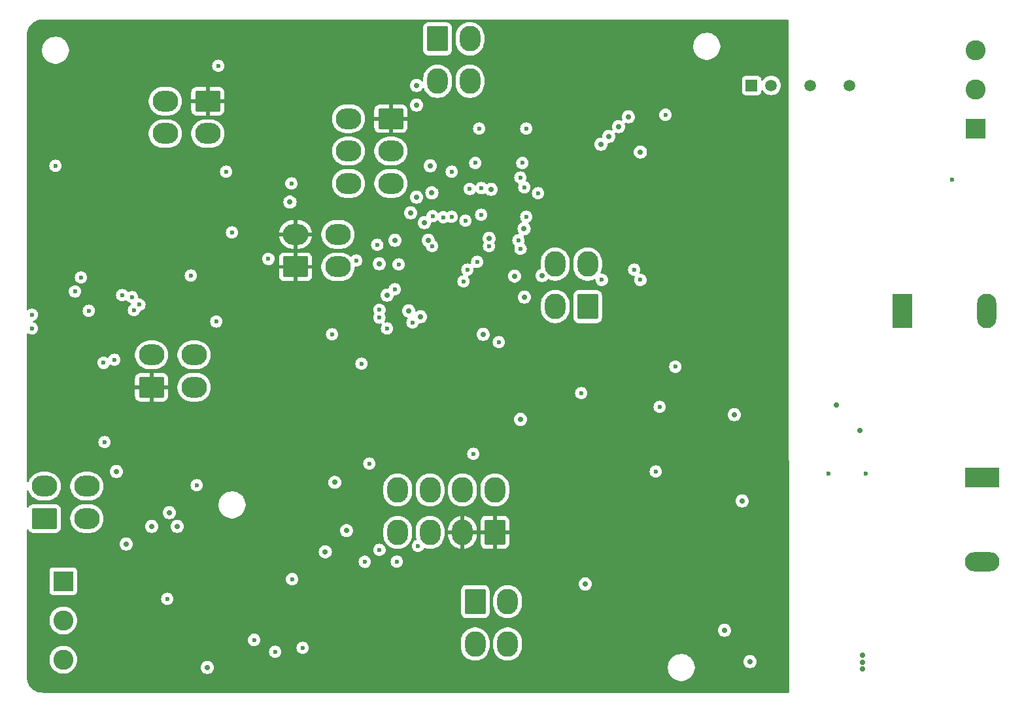
<source format=gbr>
%TF.GenerationSoftware,KiCad,Pcbnew,8.0.0*%
%TF.CreationDate,2024-07-10T23:18:01-07:00*%
%TF.ProjectId,main_relay_board,6d61696e-5f72-4656-9c61-795f626f6172,rev?*%
%TF.SameCoordinates,Original*%
%TF.FileFunction,Copper,L2,Inr*%
%TF.FilePolarity,Positive*%
%FSLAX46Y46*%
G04 Gerber Fmt 4.6, Leading zero omitted, Abs format (unit mm)*
G04 Created by KiCad (PCBNEW 8.0.0) date 2024-07-10 23:18:01*
%MOMM*%
%LPD*%
G01*
G04 APERTURE LIST*
G04 Aperture macros list*
%AMRoundRect*
0 Rectangle with rounded corners*
0 $1 Rounding radius*
0 $2 $3 $4 $5 $6 $7 $8 $9 X,Y pos of 4 corners*
0 Add a 4 corners polygon primitive as box body*
4,1,4,$2,$3,$4,$5,$6,$7,$8,$9,$2,$3,0*
0 Add four circle primitives for the rounded corners*
1,1,$1+$1,$2,$3*
1,1,$1+$1,$4,$5*
1,1,$1+$1,$6,$7*
1,1,$1+$1,$8,$9*
0 Add four rect primitives between the rounded corners*
20,1,$1+$1,$2,$3,$4,$5,0*
20,1,$1+$1,$4,$5,$6,$7,0*
20,1,$1+$1,$6,$7,$8,$9,0*
20,1,$1+$1,$8,$9,$2,$3,0*%
G04 Aperture macros list end*
%TA.AperFunction,ComponentPad*%
%ADD10RoundRect,0.250001X1.099999X1.399999X-1.099999X1.399999X-1.099999X-1.399999X1.099999X-1.399999X0*%
%TD*%
%TA.AperFunction,ComponentPad*%
%ADD11O,2.700000X3.300000*%
%TD*%
%TA.AperFunction,ComponentPad*%
%ADD12RoundRect,0.250001X-1.399999X1.099999X-1.399999X-1.099999X1.399999X-1.099999X1.399999X1.099999X0*%
%TD*%
%TA.AperFunction,ComponentPad*%
%ADD13O,3.300000X2.700000*%
%TD*%
%TA.AperFunction,ComponentPad*%
%ADD14RoundRect,0.250001X-1.099999X-1.399999X1.099999X-1.399999X1.099999X1.399999X-1.099999X1.399999X0*%
%TD*%
%TA.AperFunction,ComponentPad*%
%ADD15R,2.600000X2.600000*%
%TD*%
%TA.AperFunction,ComponentPad*%
%ADD16C,2.600000*%
%TD*%
%TA.AperFunction,ComponentPad*%
%ADD17R,1.500000X1.500000*%
%TD*%
%TA.AperFunction,ComponentPad*%
%ADD18C,1.500000*%
%TD*%
%TA.AperFunction,ComponentPad*%
%ADD19R,4.500000X2.500000*%
%TD*%
%TA.AperFunction,ComponentPad*%
%ADD20O,4.500000X2.500000*%
%TD*%
%TA.AperFunction,ComponentPad*%
%ADD21RoundRect,0.250001X1.399999X-1.099999X1.399999X1.099999X-1.399999X1.099999X-1.399999X-1.099999X0*%
%TD*%
%TA.AperFunction,ComponentPad*%
%ADD22R,2.500000X4.500000*%
%TD*%
%TA.AperFunction,ComponentPad*%
%ADD23O,2.500000X4.500000*%
%TD*%
%TA.AperFunction,ViaPad*%
%ADD24C,0.700000*%
%TD*%
%TA.AperFunction,ViaPad*%
%ADD25C,0.600000*%
%TD*%
G04 APERTURE END LIST*
D10*
%TO.N,SWO*%
%TO.C,J108*%
X168470000Y-79958000D03*
D11*
%TO.N,SWDCLK*%
X164270000Y-79958000D03*
%TO.N,SWDIO*%
X168470000Y-74458000D03*
%TO.N,GND*%
X164270000Y-74458000D03*
%TD*%
D12*
%TO.N,+3V3*%
%TO.C,J105*%
X119292000Y-53340000D03*
D13*
%TO.N,PRECHRG_AUX*%
X119292000Y-57540000D03*
%TO.N,PRECHRG_PWR*%
X113792000Y-53340000D03*
%TO.N,GND*%
X113792000Y-57540000D03*
%TD*%
D14*
%TO.N,CHRG+_PWR*%
%TO.C,J106*%
X153906000Y-118198000D03*
D11*
%TO.N,CHRG-_PWR*%
X158106000Y-118198000D03*
%TO.N,GND*%
X153906000Y-123698000D03*
X158106000Y-123698000D03*
%TD*%
D10*
%TO.N,+3V3*%
%TO.C,J104*%
X156464000Y-109229000D03*
D11*
X152264000Y-109229000D03*
%TO.N,HVC+_AUX*%
X148064000Y-109229000D03*
%TO.N,HVC-_AUX*%
X143864000Y-109229000D03*
%TO.N,HVC-_PWR*%
X156464000Y-103729000D03*
%TO.N,HVC+_PWR*%
X152264000Y-103729000D03*
%TO.N,GND*%
X148064000Y-103729000D03*
X143864000Y-103729000D03*
%TD*%
D15*
%TO.N,HSGND*%
%TO.C,J101*%
X218694000Y-56896000D03*
D16*
%TO.N,unconnected-(J101-Pin_2-Pad2)*%
X218694000Y-51816000D03*
%TO.N,V_MTRCTRL*%
X218694000Y-46736000D03*
%TD*%
D14*
%TO.N,BMS_OUT3*%
%TO.C,J102*%
X149030000Y-45264000D03*
D11*
%TO.N,BMS_OUT2*%
X153230000Y-45264000D03*
%TO.N,BMS_OUT1*%
X149030000Y-50764000D03*
%TO.N,PUMP_N*%
X153230000Y-50764000D03*
%TD*%
D17*
%TO.N,+5V*%
%TO.C,U701*%
X189700000Y-51300000D03*
D18*
%TO.N,GND*%
X192240000Y-51300000D03*
%TO.N,HSGND*%
X197320000Y-51300000D03*
%TO.N,HS+5V*%
X202400000Y-51300000D03*
%TD*%
D19*
%TO.N,Net-(R716-Pad2)*%
%TO.C,R717*%
X219550000Y-102125000D03*
D20*
%TO.N,Net-(Q701-D)*%
X219550000Y-113025000D03*
%TD*%
D21*
%TO.N,+3V3*%
%TO.C,J110*%
X112014000Y-90424000D03*
D13*
%TO.N,LATCH_RST*%
X112014000Y-86224000D03*
%TO.N,SWIM*%
X117514000Y-90424000D03*
%TO.N,STM8_NRST*%
X117514000Y-86224000D03*
%TD*%
D22*
%TO.N,V_MTRCTRL*%
%TO.C,R716*%
X209250000Y-80500000D03*
D23*
%TO.N,Net-(R716-Pad2)*%
X220150000Y-80500000D03*
%TD*%
D15*
%TO.N,+24V*%
%TO.C,J111*%
X100584000Y-115570000D03*
D16*
%TO.N,unconnected-(J111-Pin_2-Pad2)*%
X100584000Y-120650000D03*
%TO.N,GND*%
X100584000Y-125730000D03*
%TD*%
D21*
%TO.N,+3V3*%
%TO.C,J103*%
X130644000Y-74812000D03*
D13*
X130644000Y-70612000D03*
%TO.N,CHARGE_SW*%
X136144000Y-74812000D03*
%TO.N,IGNITION_SW*%
X136144000Y-70612000D03*
%TD*%
D12*
%TO.N,+3V3*%
%TO.C,J107*%
X143002000Y-55608000D03*
D13*
%TO.N,NSS_SPI1*%
X143002000Y-59808000D03*
%TO.N,CLK_SPI1*%
X143002000Y-64008000D03*
%TO.N,MISO_SPI1*%
X137502000Y-55608000D03*
%TO.N,MOSI_SPI1*%
X137502000Y-59808000D03*
%TO.N,GND*%
X137502000Y-64008000D03*
%TD*%
D21*
%TO.N,+24V*%
%TO.C,J109*%
X98132000Y-107442000D03*
D13*
%TO.N,IMD_OK_IN*%
X98132000Y-103242000D03*
%TO.N,IMD_IO_H*%
X103632000Y-107442000D03*
%TO.N,SAFETY_LOOP_IN*%
X103632000Y-103242000D03*
%TD*%
D24*
%TO.N,HSGND*%
X204100000Y-125125000D03*
X204100000Y-126050000D03*
X204100000Y-126950000D03*
D25*
%TO.N,+5V*%
X130200000Y-115300000D03*
X178550000Y-55100000D03*
%TO.N,GND*%
X131572000Y-124206000D03*
X117094000Y-75946000D03*
X149801000Y-68385000D03*
D24*
X134500000Y-111750000D03*
D25*
X102870000Y-76200000D03*
X160020000Y-61350000D03*
D24*
X154940000Y-83566000D03*
D25*
X122428000Y-70358000D03*
X177292000Y-101346000D03*
D24*
X170180000Y-58928000D03*
D25*
X96520000Y-81026000D03*
X140208000Y-100330000D03*
D24*
X141478000Y-74422000D03*
X189484000Y-125984000D03*
D25*
X114046000Y-117856000D03*
D24*
X145288000Y-80518000D03*
X155956000Y-64770000D03*
X115316000Y-108458000D03*
X172466000Y-56642000D03*
D25*
X105918000Y-97536000D03*
D24*
X160274000Y-78740000D03*
X168144000Y-115921000D03*
X160240000Y-69870000D03*
X112014000Y-108458000D03*
D25*
X96520000Y-82804000D03*
D24*
X108712000Y-110744000D03*
D25*
X177800000Y-92964000D03*
D24*
X187452000Y-93980000D03*
X135750000Y-102750000D03*
X186182000Y-121920000D03*
D25*
X167640000Y-91186000D03*
D24*
X119228000Y-126746000D03*
X146812000Y-81280000D03*
D25*
X130111000Y-64008000D03*
X154432000Y-56896000D03*
D24*
X175300000Y-59937000D03*
D25*
X103886000Y-80518000D03*
X150876000Y-62484000D03*
D24*
X129925000Y-66425000D03*
X114300000Y-106680000D03*
X188468000Y-105156000D03*
X147320000Y-69088000D03*
D25*
X120400000Y-81900000D03*
D24*
X171196000Y-57912000D03*
D25*
X128016000Y-124714000D03*
X179832000Y-87762000D03*
X125285000Y-123177000D03*
D24*
X173736000Y-55372000D03*
D25*
%TO.N,+3V3*%
X158496000Y-81534000D03*
X121666000Y-121666000D03*
D24*
X146558000Y-83820000D03*
X110084000Y-127558000D03*
X187160000Y-101166000D03*
X141224000Y-45466000D03*
X107544000Y-123190000D03*
D25*
X147574000Y-75946000D03*
X150622000Y-63754000D03*
X175768000Y-87762000D03*
X157734000Y-67462000D03*
D24*
X187960000Y-115062000D03*
X159004000Y-68580000D03*
D25*
X100076000Y-81788000D03*
D24*
X144272000Y-68326000D03*
X141478000Y-51054000D03*
X158242000Y-43434000D03*
D25*
X129794000Y-117602000D03*
%TO.N,Net-(U301-PH0)*%
X160528000Y-56896000D03*
X154725880Y-64607000D03*
%TO.N,Net-(U301-NRST)*%
X160528000Y-68326000D03*
X152654000Y-68834000D03*
X170304000Y-76500000D03*
X175300000Y-76500000D03*
%TO.N,HSGND*%
X215646000Y-63500000D03*
D24*
X203708000Y-96012000D03*
D25*
X204470000Y-101600000D03*
D24*
%TO.N,HS+5V*%
X200660000Y-92710000D03*
D25*
X199644000Y-101600000D03*
%TO.N,BMS_OUT1*%
X108204000Y-78486000D03*
D24*
X148076321Y-61716321D03*
D25*
X148390339Y-68249150D03*
D24*
X148301000Y-65224000D03*
%TO.N,BMS_OUT3*%
X145542000Y-67818000D03*
X146304000Y-53848000D03*
X146304000Y-65786000D03*
X146304000Y-51308000D03*
D25*
%TO.N,Net-(U301-PH1)*%
X153209620Y-64709620D03*
X153924000Y-61350000D03*
%TO.N,SAFETY_LOOP_ST*%
X152908000Y-75184000D03*
X145796000Y-82042000D03*
X127128000Y-73786000D03*
X152400000Y-76708000D03*
%TO.N,SAFETY_LOOP_OUT*%
X120650000Y-48768000D03*
X153670000Y-99060000D03*
X135382000Y-83566000D03*
X121666000Y-62484000D03*
X139192000Y-87376000D03*
X139616000Y-113041000D03*
X143764000Y-113030000D03*
%TO.N,VSENSE_OUT*%
X174498000Y-75184000D03*
X154686000Y-68072000D03*
D24*
%TO.N,MISO_SPI1*%
X143510000Y-71374000D03*
X147828000Y-71374000D03*
D25*
%TO.N,HVC+_AUX*%
X146500000Y-111000000D03*
X141514000Y-111500000D03*
X159781354Y-72464361D03*
D24*
%TO.N,SWDCLK*%
X159004000Y-76008000D03*
D25*
%TO.N,HVC+_EN*%
X156972000Y-84582000D03*
X159766000Y-63246000D03*
%TO.N,PRECHRG_AUX*%
X141230050Y-71962000D03*
X155702000Y-72136000D03*
X148336000Y-72136000D03*
X154178000Y-74168000D03*
D24*
%TO.N,SWO*%
X162560000Y-75946000D03*
D25*
%TO.N,HVC-_EN*%
X162052000Y-65278000D03*
X160274000Y-64516000D03*
D24*
%TO.N,HVC-_AUX*%
X137250000Y-109000000D03*
D25*
X159512000Y-71374000D03*
%TO.N,CHRG+_EN*%
X150876000Y-68326000D03*
X143510000Y-77724000D03*
D24*
%TO.N,HVC-_PWR*%
X159766000Y-94585000D03*
D25*
%TO.N,IMD_OK_FINAL*%
X109724620Y-80424620D03*
X102100000Y-78000000D03*
%TO.N,BMS_OK_FINAL*%
X109474000Y-78740000D03*
X110424620Y-79724620D03*
D24*
%TO.N,SAFETY_LOOP_IN*%
X107442000Y-101346000D03*
D25*
X99568000Y-61722000D03*
%TO.N,LATCH_RST*%
X105798257Y-87241743D03*
X107188000Y-86868000D03*
%TO.N,DEBUG_1*%
X144000000Y-74500000D03*
X141514001Y-80385238D03*
%TO.N,DEBUG_2*%
X138500000Y-74000000D03*
X141500000Y-81392000D03*
%TO.N,Net-(U301-PB7)*%
X117856000Y-103124000D03*
D24*
X142494000Y-78486000D03*
X155702000Y-71120000D03*
D25*
X142494000Y-82804000D03*
%TD*%
%TA.AperFunction,Conductor*%
%TO.N,+3V3*%
G36*
X194443790Y-42760185D02*
G01*
X194489545Y-42812989D01*
X194500751Y-42864360D01*
X194530810Y-69435835D01*
X194599200Y-129893362D01*
X194579592Y-129960421D01*
X194526840Y-130006236D01*
X194475201Y-130017500D01*
X97883667Y-130017500D01*
X97875557Y-130017235D01*
X97621495Y-130000583D01*
X97605414Y-129998465D01*
X97570370Y-129991494D01*
X97359711Y-129949591D01*
X97344045Y-129945393D01*
X97106813Y-129864864D01*
X97091827Y-129858657D01*
X96867139Y-129747853D01*
X96853092Y-129739743D01*
X96644788Y-129600559D01*
X96631920Y-129590685D01*
X96443566Y-129425502D01*
X96432097Y-129414033D01*
X96266914Y-129225679D01*
X96257040Y-129212811D01*
X96117856Y-129004507D01*
X96109746Y-128990460D01*
X95999064Y-128766019D01*
X95998939Y-128765765D01*
X95992735Y-128750786D01*
X95912206Y-128513554D01*
X95908008Y-128497888D01*
X95899336Y-128454292D01*
X95859132Y-128252172D01*
X95857017Y-128236114D01*
X95840365Y-127982042D01*
X95840100Y-127973933D01*
X95840100Y-125730004D01*
X98778451Y-125730004D01*
X98798616Y-125999101D01*
X98858664Y-126262188D01*
X98858666Y-126262195D01*
X98914227Y-126403762D01*
X98957257Y-126513398D01*
X99092185Y-126747102D01*
X99228080Y-126917509D01*
X99260442Y-126958089D01*
X99400713Y-127088240D01*
X99458259Y-127141635D01*
X99681226Y-127293651D01*
X99924359Y-127410738D01*
X100182228Y-127490280D01*
X100182229Y-127490280D01*
X100182232Y-127490281D01*
X100449063Y-127530499D01*
X100449068Y-127530499D01*
X100449071Y-127530500D01*
X100449072Y-127530500D01*
X100718928Y-127530500D01*
X100718929Y-127530500D01*
X100776053Y-127521890D01*
X100985767Y-127490281D01*
X100985768Y-127490280D01*
X100985772Y-127490280D01*
X101243641Y-127410738D01*
X101486775Y-127293651D01*
X101709741Y-127141635D01*
X101907561Y-126958085D01*
X102075815Y-126747102D01*
X102076451Y-126746000D01*
X118372815Y-126746000D01*
X118391503Y-126923805D01*
X118391504Y-126923807D01*
X118446747Y-127093829D01*
X118446750Y-127093835D01*
X118536141Y-127248665D01*
X118576647Y-127293651D01*
X118655764Y-127381521D01*
X118655767Y-127381523D01*
X118655770Y-127381526D01*
X118800407Y-127486612D01*
X118963733Y-127559329D01*
X119138609Y-127596500D01*
X119138610Y-127596500D01*
X119317389Y-127596500D01*
X119317391Y-127596500D01*
X119492267Y-127559329D01*
X119655593Y-127486612D01*
X119800230Y-127381526D01*
X119919859Y-127248665D01*
X120009250Y-127093835D01*
X120064497Y-126923803D01*
X120071125Y-126860741D01*
X178843500Y-126860741D01*
X178856317Y-126958089D01*
X178873452Y-127088238D01*
X178887760Y-127141635D01*
X178932842Y-127309887D01*
X179020650Y-127521876D01*
X179020657Y-127521890D01*
X179135392Y-127720617D01*
X179275081Y-127902661D01*
X179275089Y-127902670D01*
X179437330Y-128064911D01*
X179437338Y-128064918D01*
X179619382Y-128204607D01*
X179619385Y-128204608D01*
X179619388Y-128204611D01*
X179818112Y-128319344D01*
X179818117Y-128319346D01*
X179818123Y-128319349D01*
X179909480Y-128357190D01*
X180030113Y-128407158D01*
X180251762Y-128466548D01*
X180479266Y-128496500D01*
X180479273Y-128496500D01*
X180708727Y-128496500D01*
X180708734Y-128496500D01*
X180936238Y-128466548D01*
X181157887Y-128407158D01*
X181369888Y-128319344D01*
X181568612Y-128204611D01*
X181750661Y-128064919D01*
X181750665Y-128064914D01*
X181750670Y-128064911D01*
X181912911Y-127902670D01*
X181912914Y-127902665D01*
X181912919Y-127902661D01*
X182052611Y-127720612D01*
X182167344Y-127521888D01*
X182255158Y-127309887D01*
X182314548Y-127088238D01*
X182344500Y-126860734D01*
X182344500Y-126631266D01*
X182314548Y-126403762D01*
X182255158Y-126182113D01*
X182205190Y-126061480D01*
X182173097Y-125984000D01*
X188628815Y-125984000D01*
X188647503Y-126161805D01*
X188647504Y-126161807D01*
X188702747Y-126331829D01*
X188702750Y-126331835D01*
X188792141Y-126486665D01*
X188833812Y-126532946D01*
X188911764Y-126619521D01*
X188911767Y-126619523D01*
X188911770Y-126619526D01*
X189056407Y-126724612D01*
X189219733Y-126797329D01*
X189394609Y-126834500D01*
X189394610Y-126834500D01*
X189573389Y-126834500D01*
X189573391Y-126834500D01*
X189748267Y-126797329D01*
X189911593Y-126724612D01*
X190056230Y-126619526D01*
X190175859Y-126486665D01*
X190265250Y-126331835D01*
X190320497Y-126161803D01*
X190339185Y-125984000D01*
X190320497Y-125806197D01*
X190265250Y-125636165D01*
X190175859Y-125481335D01*
X190095660Y-125392265D01*
X190056235Y-125348478D01*
X190056232Y-125348476D01*
X190056231Y-125348475D01*
X190056230Y-125348474D01*
X189911593Y-125243388D01*
X189748267Y-125170671D01*
X189748265Y-125170670D01*
X189620594Y-125143533D01*
X189573391Y-125133500D01*
X189394609Y-125133500D01*
X189363954Y-125140015D01*
X189219733Y-125170670D01*
X189219728Y-125170672D01*
X189056408Y-125243387D01*
X188911768Y-125348475D01*
X188792140Y-125481336D01*
X188702750Y-125636164D01*
X188702747Y-125636170D01*
X188647504Y-125806192D01*
X188647503Y-125806194D01*
X188628815Y-125984000D01*
X182173097Y-125984000D01*
X182167349Y-125970123D01*
X182167346Y-125970117D01*
X182167344Y-125970112D01*
X182052611Y-125771388D01*
X182052608Y-125771385D01*
X182052607Y-125771382D01*
X181912918Y-125589338D01*
X181912911Y-125589330D01*
X181750670Y-125427089D01*
X181750661Y-125427081D01*
X181568617Y-125287392D01*
X181369890Y-125172657D01*
X181369876Y-125172650D01*
X181157887Y-125084842D01*
X180936238Y-125025452D01*
X180898215Y-125020446D01*
X180708741Y-124995500D01*
X180708734Y-124995500D01*
X180479266Y-124995500D01*
X180479258Y-124995500D01*
X180262715Y-125024009D01*
X180251762Y-125025452D01*
X180158076Y-125050554D01*
X180030112Y-125084842D01*
X179818123Y-125172650D01*
X179818109Y-125172657D01*
X179619382Y-125287392D01*
X179437338Y-125427081D01*
X179275081Y-125589338D01*
X179135392Y-125771382D01*
X179020657Y-125970109D01*
X179020650Y-125970123D01*
X178932842Y-126182112D01*
X178911386Y-126262188D01*
X178874951Y-126398170D01*
X178873453Y-126403759D01*
X178873451Y-126403770D01*
X178843500Y-126631258D01*
X178843500Y-126860741D01*
X120071125Y-126860741D01*
X120083185Y-126746000D01*
X120064497Y-126568197D01*
X120036873Y-126483181D01*
X120009252Y-126398170D01*
X120009249Y-126398164D01*
X119970954Y-126331835D01*
X119919859Y-126243335D01*
X119864734Y-126182113D01*
X119800235Y-126110478D01*
X119800232Y-126110476D01*
X119800231Y-126110475D01*
X119800230Y-126110474D01*
X119655593Y-126005388D01*
X119492267Y-125932671D01*
X119492265Y-125932670D01*
X119364594Y-125905533D01*
X119317391Y-125895500D01*
X119138609Y-125895500D01*
X119107954Y-125902015D01*
X118963733Y-125932670D01*
X118963728Y-125932672D01*
X118800408Y-126005387D01*
X118655768Y-126110475D01*
X118536140Y-126243336D01*
X118446750Y-126398164D01*
X118446747Y-126398170D01*
X118391504Y-126568192D01*
X118391503Y-126568194D01*
X118372815Y-126746000D01*
X102076451Y-126746000D01*
X102210743Y-126513398D01*
X102309334Y-126262195D01*
X102369383Y-125999103D01*
X102383839Y-125806194D01*
X102389549Y-125730004D01*
X102389549Y-125729995D01*
X102369383Y-125460898D01*
X102364565Y-125439788D01*
X102309334Y-125197805D01*
X102210743Y-124946602D01*
X102076453Y-124714003D01*
X127210435Y-124714003D01*
X127230630Y-124893249D01*
X127230631Y-124893254D01*
X127290211Y-125063523D01*
X127358785Y-125172657D01*
X127386184Y-125216262D01*
X127513738Y-125343816D01*
X127666478Y-125439789D01*
X127785210Y-125481335D01*
X127836745Y-125499368D01*
X127836750Y-125499369D01*
X128015996Y-125519565D01*
X128016000Y-125519565D01*
X128016004Y-125519565D01*
X128195249Y-125499369D01*
X128195252Y-125499368D01*
X128195255Y-125499368D01*
X128365522Y-125439789D01*
X128518262Y-125343816D01*
X128645816Y-125216262D01*
X128741789Y-125063522D01*
X128801368Y-124893255D01*
X128809823Y-124818214D01*
X128821565Y-124714003D01*
X128821565Y-124713996D01*
X128801369Y-124534750D01*
X128801368Y-124534745D01*
X128789880Y-124501915D01*
X128741789Y-124364478D01*
X128645816Y-124211738D01*
X128640081Y-124206003D01*
X130766435Y-124206003D01*
X130786630Y-124385249D01*
X130786631Y-124385254D01*
X130846211Y-124555523D01*
X130942184Y-124708262D01*
X131069738Y-124835816D01*
X131222478Y-124931789D01*
X131392745Y-124991368D01*
X131392750Y-124991369D01*
X131571996Y-125011565D01*
X131572000Y-125011565D01*
X131572004Y-125011565D01*
X131751249Y-124991369D01*
X131751252Y-124991368D01*
X131751255Y-124991368D01*
X131921522Y-124931789D01*
X132074262Y-124835816D01*
X132201816Y-124708262D01*
X132297789Y-124555522D01*
X132357368Y-124385255D01*
X132359709Y-124364478D01*
X132377565Y-124206003D01*
X132377565Y-124205996D01*
X132367795Y-124119288D01*
X152055500Y-124119288D01*
X152087161Y-124359785D01*
X152149947Y-124594104D01*
X152199608Y-124713996D01*
X152242776Y-124818212D01*
X152364064Y-125028289D01*
X152364066Y-125028292D01*
X152364067Y-125028293D01*
X152511733Y-125220736D01*
X152511739Y-125220743D01*
X152683256Y-125392260D01*
X152683263Y-125392266D01*
X152772705Y-125460897D01*
X152875711Y-125539936D01*
X153085788Y-125661224D01*
X153309900Y-125754054D01*
X153544211Y-125816838D01*
X153724586Y-125840584D01*
X153784711Y-125848500D01*
X153784712Y-125848500D01*
X154027289Y-125848500D01*
X154075388Y-125842167D01*
X154267789Y-125816838D01*
X154502100Y-125754054D01*
X154726212Y-125661224D01*
X154936289Y-125539936D01*
X155128738Y-125392265D01*
X155300265Y-125220738D01*
X155447936Y-125028289D01*
X155569224Y-124818212D01*
X155662054Y-124594100D01*
X155724838Y-124359789D01*
X155756500Y-124119288D01*
X156255500Y-124119288D01*
X156287161Y-124359785D01*
X156349947Y-124594104D01*
X156399608Y-124713996D01*
X156442776Y-124818212D01*
X156564064Y-125028289D01*
X156564066Y-125028292D01*
X156564067Y-125028293D01*
X156711733Y-125220736D01*
X156711739Y-125220743D01*
X156883256Y-125392260D01*
X156883263Y-125392266D01*
X156972705Y-125460897D01*
X157075711Y-125539936D01*
X157285788Y-125661224D01*
X157509900Y-125754054D01*
X157744211Y-125816838D01*
X157924586Y-125840584D01*
X157984711Y-125848500D01*
X157984712Y-125848500D01*
X158227289Y-125848500D01*
X158275388Y-125842167D01*
X158467789Y-125816838D01*
X158702100Y-125754054D01*
X158926212Y-125661224D01*
X159136289Y-125539936D01*
X159328738Y-125392265D01*
X159500265Y-125220738D01*
X159647936Y-125028289D01*
X159769224Y-124818212D01*
X159862054Y-124594100D01*
X159924838Y-124359789D01*
X159956500Y-124119288D01*
X159956500Y-123276712D01*
X159924838Y-123036211D01*
X159862054Y-122801900D01*
X159769224Y-122577788D01*
X159647936Y-122367711D01*
X159529724Y-122213654D01*
X159500266Y-122175263D01*
X159500260Y-122175256D01*
X159328743Y-122003739D01*
X159328736Y-122003733D01*
X159219613Y-121920000D01*
X185326815Y-121920000D01*
X185345503Y-122097805D01*
X185345504Y-122097807D01*
X185400747Y-122267829D01*
X185400750Y-122267835D01*
X185490141Y-122422665D01*
X185515203Y-122450499D01*
X185609764Y-122555521D01*
X185609767Y-122555523D01*
X185609770Y-122555526D01*
X185754407Y-122660612D01*
X185917733Y-122733329D01*
X186092609Y-122770500D01*
X186092610Y-122770500D01*
X186271389Y-122770500D01*
X186271391Y-122770500D01*
X186446267Y-122733329D01*
X186609593Y-122660612D01*
X186754230Y-122555526D01*
X186761742Y-122547184D01*
X186780148Y-122526741D01*
X186873859Y-122422665D01*
X186963250Y-122267835D01*
X187018497Y-122097803D01*
X187037185Y-121920000D01*
X187018497Y-121742197D01*
X186985923Y-121641946D01*
X186963252Y-121572170D01*
X186963249Y-121572164D01*
X186873859Y-121417335D01*
X186827003Y-121365296D01*
X186754235Y-121284478D01*
X186754232Y-121284476D01*
X186754231Y-121284475D01*
X186754230Y-121284474D01*
X186609593Y-121179388D01*
X186446267Y-121106671D01*
X186446265Y-121106670D01*
X186318594Y-121079533D01*
X186271391Y-121069500D01*
X186092609Y-121069500D01*
X186061954Y-121076015D01*
X185917733Y-121106670D01*
X185917728Y-121106672D01*
X185754408Y-121179387D01*
X185609768Y-121284475D01*
X185490140Y-121417336D01*
X185400750Y-121572164D01*
X185400747Y-121572170D01*
X185345504Y-121742192D01*
X185345503Y-121742194D01*
X185326815Y-121920000D01*
X159219613Y-121920000D01*
X159136293Y-121856067D01*
X159136292Y-121856066D01*
X159136289Y-121856064D01*
X158939066Y-121742197D01*
X158926214Y-121734777D01*
X158926205Y-121734773D01*
X158702104Y-121641947D01*
X158467785Y-121579161D01*
X158227289Y-121547500D01*
X158227288Y-121547500D01*
X157984712Y-121547500D01*
X157984711Y-121547500D01*
X157744214Y-121579161D01*
X157509895Y-121641947D01*
X157285794Y-121734773D01*
X157285785Y-121734777D01*
X157075706Y-121856067D01*
X156883263Y-122003733D01*
X156883256Y-122003739D01*
X156711739Y-122175256D01*
X156711733Y-122175263D01*
X156564067Y-122367706D01*
X156442777Y-122577785D01*
X156442773Y-122577794D01*
X156349947Y-122801895D01*
X156287161Y-123036214D01*
X156255500Y-123276711D01*
X156255500Y-124119288D01*
X155756500Y-124119288D01*
X155756500Y-123276712D01*
X155724838Y-123036211D01*
X155662054Y-122801900D01*
X155569224Y-122577788D01*
X155447936Y-122367711D01*
X155329724Y-122213654D01*
X155300266Y-122175263D01*
X155300260Y-122175256D01*
X155128743Y-122003739D01*
X155128736Y-122003733D01*
X154936293Y-121856067D01*
X154936292Y-121856066D01*
X154936289Y-121856064D01*
X154739066Y-121742197D01*
X154726214Y-121734777D01*
X154726205Y-121734773D01*
X154502104Y-121641947D01*
X154267785Y-121579161D01*
X154027289Y-121547500D01*
X154027288Y-121547500D01*
X153784712Y-121547500D01*
X153784711Y-121547500D01*
X153544214Y-121579161D01*
X153309895Y-121641947D01*
X153085794Y-121734773D01*
X153085785Y-121734777D01*
X152875706Y-121856067D01*
X152683263Y-122003733D01*
X152683256Y-122003739D01*
X152511739Y-122175256D01*
X152511733Y-122175263D01*
X152364067Y-122367706D01*
X152242777Y-122577785D01*
X152242773Y-122577794D01*
X152149947Y-122801895D01*
X152087161Y-123036214D01*
X152055500Y-123276711D01*
X152055500Y-124119288D01*
X132367795Y-124119288D01*
X132357369Y-124026750D01*
X132357368Y-124026745D01*
X132334842Y-123962369D01*
X132297789Y-123856478D01*
X132201816Y-123703738D01*
X132074262Y-123576184D01*
X131921523Y-123480211D01*
X131751254Y-123420631D01*
X131751249Y-123420630D01*
X131572004Y-123400435D01*
X131571996Y-123400435D01*
X131392750Y-123420630D01*
X131392745Y-123420631D01*
X131222476Y-123480211D01*
X131069737Y-123576184D01*
X130942184Y-123703737D01*
X130846211Y-123856476D01*
X130786631Y-124026745D01*
X130786630Y-124026750D01*
X130766435Y-124205996D01*
X130766435Y-124206003D01*
X128640081Y-124206003D01*
X128518262Y-124084184D01*
X128462684Y-124049262D01*
X128365523Y-123988211D01*
X128195254Y-123928631D01*
X128195249Y-123928630D01*
X128016004Y-123908435D01*
X128015996Y-123908435D01*
X127836750Y-123928630D01*
X127836745Y-123928631D01*
X127666476Y-123988211D01*
X127513737Y-124084184D01*
X127386184Y-124211737D01*
X127290211Y-124364476D01*
X127230631Y-124534745D01*
X127230630Y-124534750D01*
X127210435Y-124713996D01*
X127210435Y-124714003D01*
X102076453Y-124714003D01*
X102075815Y-124712898D01*
X101907561Y-124501915D01*
X101907560Y-124501914D01*
X101907557Y-124501910D01*
X101709741Y-124318365D01*
X101486775Y-124166349D01*
X101486769Y-124166346D01*
X101486768Y-124166345D01*
X101486767Y-124166344D01*
X101243643Y-124049263D01*
X101243645Y-124049263D01*
X100985773Y-123969720D01*
X100985767Y-123969718D01*
X100718936Y-123929500D01*
X100718929Y-123929500D01*
X100449071Y-123929500D01*
X100449063Y-123929500D01*
X100182232Y-123969718D01*
X100182226Y-123969720D01*
X99924358Y-124049262D01*
X99681230Y-124166346D01*
X99458258Y-124318365D01*
X99260442Y-124501910D01*
X99092185Y-124712898D01*
X98957258Y-124946599D01*
X98957256Y-124946603D01*
X98858666Y-125197804D01*
X98858664Y-125197811D01*
X98798616Y-125460898D01*
X98778451Y-125729995D01*
X98778451Y-125730004D01*
X95840100Y-125730004D01*
X95840100Y-123177003D01*
X124479435Y-123177003D01*
X124499630Y-123356249D01*
X124499631Y-123356254D01*
X124559211Y-123526523D01*
X124655184Y-123679262D01*
X124782738Y-123806816D01*
X124935478Y-123902789D01*
X125011814Y-123929500D01*
X125105745Y-123962368D01*
X125105750Y-123962369D01*
X125284996Y-123982565D01*
X125285000Y-123982565D01*
X125285004Y-123982565D01*
X125464249Y-123962369D01*
X125464252Y-123962368D01*
X125464255Y-123962368D01*
X125634522Y-123902789D01*
X125787262Y-123806816D01*
X125914816Y-123679262D01*
X126010789Y-123526522D01*
X126070368Y-123356255D01*
X126070369Y-123356249D01*
X126090565Y-123177003D01*
X126090565Y-123176996D01*
X126070369Y-122997750D01*
X126070368Y-122997745D01*
X126010788Y-122827476D01*
X125914815Y-122674737D01*
X125787262Y-122547184D01*
X125634523Y-122451211D01*
X125464254Y-122391631D01*
X125464249Y-122391630D01*
X125285004Y-122371435D01*
X125284996Y-122371435D01*
X125105750Y-122391630D01*
X125105745Y-122391631D01*
X124935476Y-122451211D01*
X124782737Y-122547184D01*
X124655184Y-122674737D01*
X124559211Y-122827476D01*
X124499631Y-122997745D01*
X124499630Y-122997750D01*
X124479435Y-123176996D01*
X124479435Y-123177003D01*
X95840100Y-123177003D01*
X95840100Y-120650004D01*
X98778451Y-120650004D01*
X98798616Y-120919101D01*
X98858664Y-121182188D01*
X98858666Y-121182195D01*
X98950952Y-121417335D01*
X98957257Y-121433398D01*
X99092185Y-121667102D01*
X99152072Y-121742197D01*
X99260442Y-121878089D01*
X99395862Y-122003739D01*
X99458259Y-122061635D01*
X99681226Y-122213651D01*
X99924359Y-122330738D01*
X100182228Y-122410280D01*
X100182229Y-122410280D01*
X100182232Y-122410281D01*
X100449063Y-122450499D01*
X100449068Y-122450499D01*
X100449071Y-122450500D01*
X100449072Y-122450500D01*
X100718928Y-122450500D01*
X100718929Y-122450500D01*
X100718936Y-122450499D01*
X100985767Y-122410281D01*
X100985768Y-122410280D01*
X100985772Y-122410280D01*
X101243641Y-122330738D01*
X101486775Y-122213651D01*
X101709741Y-122061635D01*
X101907561Y-121878085D01*
X102075815Y-121667102D01*
X102210743Y-121433398D01*
X102309334Y-121182195D01*
X102369383Y-120919103D01*
X102389549Y-120650000D01*
X102369383Y-120380897D01*
X102309334Y-120117805D01*
X102210743Y-119866602D01*
X102084543Y-119648015D01*
X152055500Y-119648015D01*
X152066000Y-119750795D01*
X152066001Y-119750796D01*
X152121186Y-119917335D01*
X152121187Y-119917337D01*
X152213286Y-120066651D01*
X152213289Y-120066655D01*
X152337344Y-120190710D01*
X152337348Y-120190713D01*
X152486662Y-120282812D01*
X152486664Y-120282813D01*
X152486666Y-120282814D01*
X152653203Y-120337999D01*
X152755992Y-120348500D01*
X152755997Y-120348500D01*
X155056003Y-120348500D01*
X155056008Y-120348500D01*
X155158797Y-120337999D01*
X155325334Y-120282814D01*
X155474655Y-120190711D01*
X155598711Y-120066655D01*
X155690814Y-119917334D01*
X155745999Y-119750797D01*
X155756500Y-119648008D01*
X155756500Y-118619288D01*
X156255500Y-118619288D01*
X156287161Y-118859785D01*
X156349947Y-119094104D01*
X156409702Y-119238365D01*
X156442776Y-119318212D01*
X156564064Y-119528289D01*
X156564066Y-119528292D01*
X156564067Y-119528293D01*
X156711733Y-119720736D01*
X156711739Y-119720743D01*
X156883256Y-119892260D01*
X156883263Y-119892266D01*
X156996321Y-119979018D01*
X157075711Y-120039936D01*
X157285788Y-120161224D01*
X157509900Y-120254054D01*
X157744211Y-120316838D01*
X157904940Y-120337998D01*
X157984711Y-120348500D01*
X157984712Y-120348500D01*
X158227289Y-120348500D01*
X158307052Y-120337999D01*
X158467789Y-120316838D01*
X158702100Y-120254054D01*
X158926212Y-120161224D01*
X159136289Y-120039936D01*
X159328738Y-119892265D01*
X159500265Y-119720738D01*
X159647936Y-119528289D01*
X159769224Y-119318212D01*
X159862054Y-119094100D01*
X159924838Y-118859789D01*
X159956500Y-118619288D01*
X159956500Y-117776712D01*
X159924838Y-117536211D01*
X159862054Y-117301900D01*
X159769224Y-117077788D01*
X159647936Y-116867711D01*
X159556073Y-116747992D01*
X159500266Y-116675263D01*
X159500260Y-116675256D01*
X159328743Y-116503739D01*
X159328736Y-116503733D01*
X159136293Y-116356067D01*
X159136292Y-116356066D01*
X159136289Y-116356064D01*
X158926212Y-116234776D01*
X158926205Y-116234773D01*
X158702104Y-116141947D01*
X158541097Y-116098805D01*
X158467789Y-116079162D01*
X158467788Y-116079161D01*
X158467785Y-116079161D01*
X158227289Y-116047500D01*
X158227288Y-116047500D01*
X157984712Y-116047500D01*
X157984711Y-116047500D01*
X157744214Y-116079161D01*
X157509895Y-116141947D01*
X157285794Y-116234773D01*
X157285785Y-116234777D01*
X157075706Y-116356067D01*
X156883263Y-116503733D01*
X156883256Y-116503739D01*
X156711739Y-116675256D01*
X156711733Y-116675263D01*
X156564067Y-116867706D01*
X156442777Y-117077785D01*
X156442773Y-117077794D01*
X156349947Y-117301895D01*
X156287161Y-117536214D01*
X156255500Y-117776711D01*
X156255500Y-118619288D01*
X155756500Y-118619288D01*
X155756500Y-116747992D01*
X155745999Y-116645203D01*
X155690814Y-116478666D01*
X155656887Y-116423663D01*
X155598713Y-116329348D01*
X155598710Y-116329344D01*
X155474655Y-116205289D01*
X155474651Y-116205286D01*
X155325337Y-116113187D01*
X155325335Y-116113186D01*
X155241385Y-116085368D01*
X155158797Y-116058001D01*
X155158795Y-116058000D01*
X155056015Y-116047500D01*
X155056008Y-116047500D01*
X152755992Y-116047500D01*
X152755984Y-116047500D01*
X152653204Y-116058000D01*
X152653203Y-116058001D01*
X152486664Y-116113186D01*
X152486662Y-116113187D01*
X152337348Y-116205286D01*
X152337344Y-116205289D01*
X152213289Y-116329344D01*
X152213286Y-116329348D01*
X152121187Y-116478662D01*
X152121186Y-116478664D01*
X152066001Y-116645203D01*
X152066000Y-116645204D01*
X152055500Y-116747984D01*
X152055500Y-119648015D01*
X102084543Y-119648015D01*
X102075815Y-119632898D01*
X101907561Y-119421915D01*
X101907560Y-119421914D01*
X101907557Y-119421910D01*
X101709741Y-119238365D01*
X101486775Y-119086349D01*
X101486769Y-119086346D01*
X101486768Y-119086345D01*
X101486767Y-119086344D01*
X101243643Y-118969263D01*
X101243645Y-118969263D01*
X100985773Y-118889720D01*
X100985767Y-118889718D01*
X100718936Y-118849500D01*
X100718929Y-118849500D01*
X100449071Y-118849500D01*
X100449063Y-118849500D01*
X100182232Y-118889718D01*
X100182226Y-118889720D01*
X99924358Y-118969262D01*
X99681230Y-119086346D01*
X99458258Y-119238365D01*
X99260442Y-119421910D01*
X99092185Y-119632898D01*
X98957258Y-119866599D01*
X98957256Y-119866603D01*
X98858666Y-120117804D01*
X98858664Y-120117811D01*
X98798616Y-120380898D01*
X98778451Y-120649995D01*
X98778451Y-120650004D01*
X95840100Y-120650004D01*
X95840100Y-117856003D01*
X113240435Y-117856003D01*
X113260630Y-118035249D01*
X113260631Y-118035254D01*
X113320211Y-118205523D01*
X113416184Y-118358262D01*
X113543738Y-118485816D01*
X113696478Y-118581789D01*
X113803644Y-118619288D01*
X113866745Y-118641368D01*
X113866750Y-118641369D01*
X114045996Y-118661565D01*
X114046000Y-118661565D01*
X114046004Y-118661565D01*
X114225249Y-118641369D01*
X114225252Y-118641368D01*
X114225255Y-118641368D01*
X114395522Y-118581789D01*
X114548262Y-118485816D01*
X114675816Y-118358262D01*
X114771789Y-118205522D01*
X114831368Y-118035255D01*
X114851565Y-117856000D01*
X114842631Y-117776712D01*
X114831369Y-117676750D01*
X114831368Y-117676745D01*
X114771788Y-117506476D01*
X114686348Y-117370500D01*
X114675816Y-117353738D01*
X114548262Y-117226184D01*
X114395523Y-117130211D01*
X114225254Y-117070631D01*
X114225249Y-117070630D01*
X114046004Y-117050435D01*
X114045996Y-117050435D01*
X113866750Y-117070630D01*
X113866745Y-117070631D01*
X113696476Y-117130211D01*
X113543737Y-117226184D01*
X113416184Y-117353737D01*
X113320211Y-117506476D01*
X113260631Y-117676745D01*
X113260630Y-117676750D01*
X113240435Y-117855996D01*
X113240435Y-117856003D01*
X95840100Y-117856003D01*
X95840100Y-116917870D01*
X98783500Y-116917870D01*
X98783501Y-116917876D01*
X98789908Y-116977483D01*
X98840202Y-117112328D01*
X98840206Y-117112335D01*
X98926452Y-117227544D01*
X98926455Y-117227547D01*
X99041664Y-117313793D01*
X99041671Y-117313797D01*
X99176517Y-117364091D01*
X99176516Y-117364091D01*
X99183444Y-117364835D01*
X99236127Y-117370500D01*
X101931872Y-117370499D01*
X101991483Y-117364091D01*
X102126331Y-117313796D01*
X102241546Y-117227546D01*
X102327796Y-117112331D01*
X102378091Y-116977483D01*
X102384500Y-116917873D01*
X102384499Y-115300003D01*
X129394435Y-115300003D01*
X129414630Y-115479249D01*
X129414631Y-115479254D01*
X129474211Y-115649523D01*
X129533068Y-115743192D01*
X129570184Y-115802262D01*
X129697738Y-115929816D01*
X129850478Y-116025789D01*
X130003009Y-116079162D01*
X130020745Y-116085368D01*
X130020750Y-116085369D01*
X130199996Y-116105565D01*
X130200000Y-116105565D01*
X130200004Y-116105565D01*
X130379249Y-116085369D01*
X130379252Y-116085368D01*
X130379255Y-116085368D01*
X130549522Y-116025789D01*
X130702262Y-115929816D01*
X130711078Y-115921000D01*
X167288815Y-115921000D01*
X167307503Y-116098805D01*
X167307504Y-116098807D01*
X167362747Y-116268829D01*
X167362750Y-116268835D01*
X167452141Y-116423665D01*
X167493812Y-116469946D01*
X167571764Y-116556521D01*
X167571767Y-116556523D01*
X167571770Y-116556526D01*
X167716407Y-116661612D01*
X167879733Y-116734329D01*
X168054609Y-116771500D01*
X168054610Y-116771500D01*
X168233389Y-116771500D01*
X168233391Y-116771500D01*
X168408267Y-116734329D01*
X168571593Y-116661612D01*
X168716230Y-116556526D01*
X168835859Y-116423665D01*
X168925250Y-116268835D01*
X168980497Y-116098803D01*
X168999185Y-115921000D01*
X168980497Y-115743197D01*
X168925250Y-115573165D01*
X168835859Y-115418335D01*
X168789003Y-115366296D01*
X168716235Y-115285478D01*
X168716232Y-115285476D01*
X168716231Y-115285475D01*
X168716230Y-115285474D01*
X168571593Y-115180388D01*
X168408267Y-115107671D01*
X168408265Y-115107670D01*
X168280594Y-115080533D01*
X168233391Y-115070500D01*
X168054609Y-115070500D01*
X168023954Y-115077015D01*
X167879733Y-115107670D01*
X167879728Y-115107672D01*
X167716408Y-115180387D01*
X167571768Y-115285475D01*
X167452140Y-115418336D01*
X167362750Y-115573164D01*
X167362747Y-115573170D01*
X167307504Y-115743192D01*
X167307503Y-115743194D01*
X167288815Y-115921000D01*
X130711078Y-115921000D01*
X130829816Y-115802262D01*
X130925789Y-115649522D01*
X130985368Y-115479255D01*
X131005565Y-115300000D01*
X131003928Y-115285475D01*
X130985369Y-115120750D01*
X130985368Y-115120745D01*
X130980793Y-115107670D01*
X130925789Y-114950478D01*
X130829816Y-114797738D01*
X130702262Y-114670184D01*
X130549523Y-114574211D01*
X130379254Y-114514631D01*
X130379249Y-114514630D01*
X130200004Y-114494435D01*
X130199996Y-114494435D01*
X130020750Y-114514630D01*
X130020745Y-114514631D01*
X129850476Y-114574211D01*
X129697737Y-114670184D01*
X129570184Y-114797737D01*
X129474211Y-114950476D01*
X129414631Y-115120745D01*
X129414630Y-115120750D01*
X129394435Y-115299996D01*
X129394435Y-115300003D01*
X102384499Y-115300003D01*
X102384499Y-114222128D01*
X102378091Y-114162517D01*
X102327796Y-114027669D01*
X102327795Y-114027668D01*
X102327793Y-114027664D01*
X102241547Y-113912455D01*
X102241544Y-113912452D01*
X102126335Y-113826206D01*
X102126328Y-113826202D01*
X101991482Y-113775908D01*
X101991483Y-113775908D01*
X101931883Y-113769501D01*
X101931881Y-113769500D01*
X101931873Y-113769500D01*
X101931864Y-113769500D01*
X99236129Y-113769500D01*
X99236123Y-113769501D01*
X99176516Y-113775908D01*
X99041671Y-113826202D01*
X99041664Y-113826206D01*
X98926455Y-113912452D01*
X98926452Y-113912455D01*
X98840206Y-114027664D01*
X98840202Y-114027671D01*
X98789908Y-114162517D01*
X98783501Y-114222116D01*
X98783501Y-114222123D01*
X98783500Y-114222135D01*
X98783500Y-116917870D01*
X95840100Y-116917870D01*
X95840100Y-113041003D01*
X138810435Y-113041003D01*
X138830630Y-113220249D01*
X138830631Y-113220254D01*
X138890211Y-113390523D01*
X138979272Y-113532262D01*
X138986184Y-113543262D01*
X139113738Y-113670816D01*
X139204080Y-113727582D01*
X139248971Y-113755789D01*
X139266478Y-113766789D01*
X139405309Y-113815368D01*
X139436745Y-113826368D01*
X139436750Y-113826369D01*
X139615996Y-113846565D01*
X139616000Y-113846565D01*
X139616004Y-113846565D01*
X139795249Y-113826369D01*
X139795252Y-113826368D01*
X139795255Y-113826368D01*
X139965522Y-113766789D01*
X140118262Y-113670816D01*
X140245816Y-113543262D01*
X140341789Y-113390522D01*
X140401368Y-113220255D01*
X140401369Y-113220249D01*
X140421565Y-113041003D01*
X140421565Y-113040996D01*
X140420326Y-113030003D01*
X142958435Y-113030003D01*
X142978630Y-113209249D01*
X142978631Y-113209254D01*
X143038211Y-113379523D01*
X143045123Y-113390523D01*
X143134184Y-113532262D01*
X143261738Y-113659816D01*
X143414478Y-113755789D01*
X143453662Y-113769500D01*
X143584745Y-113815368D01*
X143584750Y-113815369D01*
X143763996Y-113835565D01*
X143764000Y-113835565D01*
X143764004Y-113835565D01*
X143943249Y-113815369D01*
X143943252Y-113815368D01*
X143943255Y-113815368D01*
X144113522Y-113755789D01*
X144266262Y-113659816D01*
X144393816Y-113532262D01*
X144489789Y-113379522D01*
X144549368Y-113209255D01*
X144549369Y-113209249D01*
X144569565Y-113030003D01*
X144569565Y-113029996D01*
X144549369Y-112850750D01*
X144549368Y-112850745D01*
X144489788Y-112680476D01*
X144416179Y-112563329D01*
X144393816Y-112527738D01*
X144266262Y-112400184D01*
X144242926Y-112385521D01*
X144113523Y-112304211D01*
X143943254Y-112244631D01*
X143943249Y-112244630D01*
X143764004Y-112224435D01*
X143763996Y-112224435D01*
X143584750Y-112244630D01*
X143584745Y-112244631D01*
X143414476Y-112304211D01*
X143261737Y-112400184D01*
X143134184Y-112527737D01*
X143038211Y-112680476D01*
X142978631Y-112850745D01*
X142978630Y-112850750D01*
X142958435Y-113029996D01*
X142958435Y-113030003D01*
X140420326Y-113030003D01*
X140401369Y-112861750D01*
X140401368Y-112861745D01*
X140341788Y-112691476D01*
X140284624Y-112600500D01*
X140245816Y-112538738D01*
X140118262Y-112411184D01*
X140077420Y-112385521D01*
X139965523Y-112315211D01*
X139795254Y-112255631D01*
X139795249Y-112255630D01*
X139616004Y-112235435D01*
X139615996Y-112235435D01*
X139436750Y-112255630D01*
X139436745Y-112255631D01*
X139266476Y-112315211D01*
X139113737Y-112411184D01*
X138986184Y-112538737D01*
X138890211Y-112691476D01*
X138830631Y-112861745D01*
X138830630Y-112861750D01*
X138810435Y-113040996D01*
X138810435Y-113041003D01*
X95840100Y-113041003D01*
X95840100Y-111750000D01*
X133644815Y-111750000D01*
X133663503Y-111927805D01*
X133663504Y-111927807D01*
X133718747Y-112097829D01*
X133718750Y-112097835D01*
X133808141Y-112252665D01*
X133810811Y-112255630D01*
X133927764Y-112385521D01*
X133927767Y-112385523D01*
X133927770Y-112385526D01*
X134072407Y-112490612D01*
X134235733Y-112563329D01*
X134410609Y-112600500D01*
X134410610Y-112600500D01*
X134589389Y-112600500D01*
X134589391Y-112600500D01*
X134764267Y-112563329D01*
X134927593Y-112490612D01*
X135072230Y-112385526D01*
X135191859Y-112252665D01*
X135281250Y-112097835D01*
X135336497Y-111927803D01*
X135355185Y-111750000D01*
X135336497Y-111572197D01*
X135313040Y-111500003D01*
X140708435Y-111500003D01*
X140728630Y-111679249D01*
X140728631Y-111679254D01*
X140788211Y-111849523D01*
X140884184Y-112002262D01*
X141011738Y-112129816D01*
X141164478Y-112225789D01*
X141334745Y-112285368D01*
X141334750Y-112285369D01*
X141513996Y-112305565D01*
X141514000Y-112305565D01*
X141514004Y-112305565D01*
X141693249Y-112285369D01*
X141693252Y-112285368D01*
X141693255Y-112285368D01*
X141863522Y-112225789D01*
X142016262Y-112129816D01*
X142143816Y-112002262D01*
X142239789Y-111849522D01*
X142299368Y-111679255D01*
X142299369Y-111679249D01*
X142319565Y-111500003D01*
X142319565Y-111499996D01*
X142299369Y-111320750D01*
X142299368Y-111320745D01*
X142273446Y-111246665D01*
X142239789Y-111150478D01*
X142217167Y-111114476D01*
X142189547Y-111070519D01*
X142143816Y-110997738D01*
X142016262Y-110870184D01*
X141863523Y-110774211D01*
X141693254Y-110714631D01*
X141693249Y-110714630D01*
X141514004Y-110694435D01*
X141513996Y-110694435D01*
X141334750Y-110714630D01*
X141334745Y-110714631D01*
X141164476Y-110774211D01*
X141011737Y-110870184D01*
X140884184Y-110997737D01*
X140788211Y-111150476D01*
X140728631Y-111320745D01*
X140728630Y-111320750D01*
X140708435Y-111499996D01*
X140708435Y-111500003D01*
X135313040Y-111500003D01*
X135281250Y-111402165D01*
X135191859Y-111247335D01*
X135145003Y-111195296D01*
X135072235Y-111114478D01*
X135072232Y-111114476D01*
X135072231Y-111114475D01*
X135072230Y-111114474D01*
X134927593Y-111009388D01*
X134764267Y-110936671D01*
X134764265Y-110936670D01*
X134636594Y-110909533D01*
X134589391Y-110899500D01*
X134410609Y-110899500D01*
X134379954Y-110906015D01*
X134235733Y-110936670D01*
X134235728Y-110936672D01*
X134072408Y-111009387D01*
X133927768Y-111114475D01*
X133808140Y-111247336D01*
X133718750Y-111402164D01*
X133718747Y-111402170D01*
X133663504Y-111572192D01*
X133663503Y-111572194D01*
X133644815Y-111750000D01*
X95840100Y-111750000D01*
X95840100Y-110744000D01*
X107856815Y-110744000D01*
X107875503Y-110921805D01*
X107875504Y-110921807D01*
X107930747Y-111091829D01*
X107930750Y-111091835D01*
X108020141Y-111246665D01*
X108054278Y-111284578D01*
X108139764Y-111379521D01*
X108139767Y-111379523D01*
X108139770Y-111379526D01*
X108284407Y-111484612D01*
X108447733Y-111557329D01*
X108622609Y-111594500D01*
X108622610Y-111594500D01*
X108801389Y-111594500D01*
X108801391Y-111594500D01*
X108976267Y-111557329D01*
X109139593Y-111484612D01*
X109284230Y-111379526D01*
X109284254Y-111379500D01*
X109337152Y-111320750D01*
X109403859Y-111246665D01*
X109493250Y-111091835D01*
X109548497Y-110921803D01*
X109567185Y-110744000D01*
X109548497Y-110566197D01*
X109493250Y-110396165D01*
X109403859Y-110241335D01*
X109339418Y-110169766D01*
X109284235Y-110108478D01*
X109284232Y-110108476D01*
X109284231Y-110108475D01*
X109284230Y-110108474D01*
X109139593Y-110003388D01*
X108976267Y-109930671D01*
X108976265Y-109930670D01*
X108841846Y-109902099D01*
X108801391Y-109893500D01*
X108622609Y-109893500D01*
X108591954Y-109900015D01*
X108447733Y-109930670D01*
X108447728Y-109930672D01*
X108284408Y-110003387D01*
X108139768Y-110108475D01*
X108020140Y-110241336D01*
X107930750Y-110396164D01*
X107930747Y-110396170D01*
X107875504Y-110566192D01*
X107875503Y-110566194D01*
X107856815Y-110744000D01*
X95840100Y-110744000D01*
X95840100Y-108962831D01*
X95859785Y-108895792D01*
X95912589Y-108850037D01*
X95981747Y-108840093D01*
X96045303Y-108869118D01*
X96069635Y-108897729D01*
X96132717Y-109000000D01*
X96139290Y-109010656D01*
X96263344Y-109134710D01*
X96263348Y-109134713D01*
X96412662Y-109226812D01*
X96412664Y-109226813D01*
X96412666Y-109226814D01*
X96579203Y-109281999D01*
X96681992Y-109292500D01*
X96681997Y-109292500D01*
X99582003Y-109292500D01*
X99582008Y-109292500D01*
X99684797Y-109281999D01*
X99851334Y-109226814D01*
X100000655Y-109134711D01*
X100124711Y-109010655D01*
X100216814Y-108861334D01*
X100271999Y-108694797D01*
X100282500Y-108592008D01*
X100282500Y-107563288D01*
X101481500Y-107563288D01*
X101500322Y-107706263D01*
X101513162Y-107803789D01*
X101538671Y-107898990D01*
X101575947Y-108038104D01*
X101637486Y-108186671D01*
X101668776Y-108262212D01*
X101790064Y-108472289D01*
X101790066Y-108472292D01*
X101790067Y-108472293D01*
X101937733Y-108664736D01*
X101937739Y-108664743D01*
X102109256Y-108836260D01*
X102109263Y-108836266D01*
X102152077Y-108869118D01*
X102301711Y-108983936D01*
X102511788Y-109105224D01*
X102735900Y-109198054D01*
X102970211Y-109260838D01*
X103130940Y-109281998D01*
X103210711Y-109292500D01*
X103210712Y-109292500D01*
X104053289Y-109292500D01*
X104133052Y-109281999D01*
X104293789Y-109260838D01*
X104528100Y-109198054D01*
X104752212Y-109105224D01*
X104962289Y-108983936D01*
X105154738Y-108836265D01*
X105326265Y-108664738D01*
X105473936Y-108472289D01*
X105482186Y-108458000D01*
X111158815Y-108458000D01*
X111177503Y-108635805D01*
X111177504Y-108635807D01*
X111232747Y-108805829D01*
X111232750Y-108805835D01*
X111322141Y-108960665D01*
X111357559Y-109000000D01*
X111441764Y-109093521D01*
X111441767Y-109093523D01*
X111441770Y-109093526D01*
X111586407Y-109198612D01*
X111749733Y-109271329D01*
X111924609Y-109308500D01*
X111924610Y-109308500D01*
X112103389Y-109308500D01*
X112103391Y-109308500D01*
X112278267Y-109271329D01*
X112441593Y-109198612D01*
X112586230Y-109093526D01*
X112705859Y-108960665D01*
X112795250Y-108805835D01*
X112850497Y-108635803D01*
X112869185Y-108458000D01*
X114460815Y-108458000D01*
X114479503Y-108635805D01*
X114479504Y-108635807D01*
X114534747Y-108805829D01*
X114534750Y-108805835D01*
X114624141Y-108960665D01*
X114659559Y-109000000D01*
X114743764Y-109093521D01*
X114743767Y-109093523D01*
X114743770Y-109093526D01*
X114888407Y-109198612D01*
X115051733Y-109271329D01*
X115226609Y-109308500D01*
X115226610Y-109308500D01*
X115405389Y-109308500D01*
X115405391Y-109308500D01*
X115580267Y-109271329D01*
X115743593Y-109198612D01*
X115888230Y-109093526D01*
X115972441Y-109000000D01*
X136394815Y-109000000D01*
X136413503Y-109177805D01*
X136413504Y-109177807D01*
X136468747Y-109347829D01*
X136468750Y-109347835D01*
X136558141Y-109502665D01*
X136599812Y-109548946D01*
X136677764Y-109635521D01*
X136677767Y-109635523D01*
X136677770Y-109635526D01*
X136822407Y-109740612D01*
X136985733Y-109813329D01*
X137160609Y-109850500D01*
X137160610Y-109850500D01*
X137339389Y-109850500D01*
X137339391Y-109850500D01*
X137514267Y-109813329D01*
X137677593Y-109740612D01*
X137801912Y-109650288D01*
X142013500Y-109650288D01*
X142045161Y-109890785D01*
X142107947Y-110125104D01*
X142200679Y-110348978D01*
X142200776Y-110349212D01*
X142322064Y-110559289D01*
X142322066Y-110559292D01*
X142322067Y-110559293D01*
X142469733Y-110751736D01*
X142469739Y-110751743D01*
X142641256Y-110923260D01*
X142641263Y-110923266D01*
X142738316Y-110997737D01*
X142833711Y-111070936D01*
X143043788Y-111192224D01*
X143267900Y-111285054D01*
X143502211Y-111347838D01*
X143659203Y-111368506D01*
X143742711Y-111379500D01*
X143742712Y-111379500D01*
X143985289Y-111379500D01*
X144033388Y-111373167D01*
X144225789Y-111347838D01*
X144460100Y-111285054D01*
X144684212Y-111192224D01*
X144894289Y-111070936D01*
X144986731Y-111000003D01*
X145694435Y-111000003D01*
X145714630Y-111179249D01*
X145714631Y-111179254D01*
X145774211Y-111349523D01*
X145859094Y-111484612D01*
X145870184Y-111502262D01*
X145997738Y-111629816D01*
X146150478Y-111725789D01*
X146320745Y-111785368D01*
X146320750Y-111785369D01*
X146499996Y-111805565D01*
X146500000Y-111805565D01*
X146500004Y-111805565D01*
X146679249Y-111785369D01*
X146679252Y-111785368D01*
X146679255Y-111785368D01*
X146849522Y-111725789D01*
X147002262Y-111629816D01*
X147129816Y-111502262D01*
X147225789Y-111349522D01*
X147232821Y-111329423D01*
X147273540Y-111272649D01*
X147338492Y-111246899D01*
X147397311Y-111255815D01*
X147467900Y-111285054D01*
X147702211Y-111347838D01*
X147859203Y-111368506D01*
X147942711Y-111379500D01*
X147942712Y-111379500D01*
X148185289Y-111379500D01*
X148233388Y-111373167D01*
X148425789Y-111347838D01*
X148660100Y-111285054D01*
X148884212Y-111192224D01*
X149094289Y-111070936D01*
X149286738Y-110923265D01*
X149458265Y-110751738D01*
X149605936Y-110559289D01*
X149727224Y-110349212D01*
X149820054Y-110125100D01*
X149882838Y-109890789D01*
X149914500Y-109650288D01*
X149914500Y-109650248D01*
X150414000Y-109650248D01*
X150414001Y-109650264D01*
X150445653Y-109890687D01*
X150508421Y-110124939D01*
X150601220Y-110348978D01*
X150601227Y-110348993D01*
X150722480Y-110559009D01*
X150870110Y-110751405D01*
X150870116Y-110751412D01*
X151041587Y-110922883D01*
X151041594Y-110922889D01*
X151233990Y-111070519D01*
X151444006Y-111191772D01*
X151444021Y-111191779D01*
X151668060Y-111284578D01*
X151902312Y-111347346D01*
X152014000Y-111362049D01*
X152014000Y-109883120D01*
X152059818Y-109902099D01*
X152195056Y-109929000D01*
X152332944Y-109929000D01*
X152468182Y-109902099D01*
X152514000Y-109883120D01*
X152514000Y-111362048D01*
X152625687Y-111347346D01*
X152859939Y-111284578D01*
X153083978Y-111191779D01*
X153083993Y-111191772D01*
X153294009Y-111070519D01*
X153486405Y-110922889D01*
X153486412Y-110922883D01*
X153657883Y-110751412D01*
X153657889Y-110751405D01*
X153713459Y-110678985D01*
X154614000Y-110678985D01*
X154624493Y-110781689D01*
X154624494Y-110781696D01*
X154679641Y-110948118D01*
X154679643Y-110948123D01*
X154771684Y-111097344D01*
X154895655Y-111221315D01*
X155044876Y-111313356D01*
X155044881Y-111313358D01*
X155211303Y-111368505D01*
X155211310Y-111368506D01*
X155314014Y-111378999D01*
X155314027Y-111379000D01*
X156214000Y-111379000D01*
X156214000Y-109883120D01*
X156259818Y-109902099D01*
X156395056Y-109929000D01*
X156532944Y-109929000D01*
X156668182Y-109902099D01*
X156714000Y-109883120D01*
X156714000Y-111379000D01*
X157613973Y-111379000D01*
X157613985Y-111378999D01*
X157716689Y-111368506D01*
X157716696Y-111368505D01*
X157883118Y-111313358D01*
X157883123Y-111313356D01*
X158032344Y-111221315D01*
X158156315Y-111097344D01*
X158248356Y-110948123D01*
X158248358Y-110948118D01*
X158303505Y-110781696D01*
X158303506Y-110781689D01*
X158313999Y-110678985D01*
X158314000Y-110678972D01*
X158314000Y-109479000D01*
X157118121Y-109479000D01*
X157137099Y-109433182D01*
X157164000Y-109297944D01*
X157164000Y-109160056D01*
X157137099Y-109024818D01*
X157118121Y-108979000D01*
X158314000Y-108979000D01*
X158314000Y-107779027D01*
X158313999Y-107779014D01*
X158303506Y-107676310D01*
X158303505Y-107676303D01*
X158248358Y-107509881D01*
X158248356Y-107509876D01*
X158156315Y-107360655D01*
X158032344Y-107236684D01*
X157883123Y-107144643D01*
X157883118Y-107144641D01*
X157716696Y-107089494D01*
X157716689Y-107089493D01*
X157613985Y-107079000D01*
X156714000Y-107079000D01*
X156714000Y-108574879D01*
X156668182Y-108555901D01*
X156532944Y-108529000D01*
X156395056Y-108529000D01*
X156259818Y-108555901D01*
X156214000Y-108574879D01*
X156214000Y-107079000D01*
X155314014Y-107079000D01*
X155211310Y-107089493D01*
X155211303Y-107089494D01*
X155044881Y-107144641D01*
X155044876Y-107144643D01*
X154895655Y-107236684D01*
X154771684Y-107360655D01*
X154679643Y-107509876D01*
X154679641Y-107509881D01*
X154624494Y-107676303D01*
X154624493Y-107676310D01*
X154614000Y-107779014D01*
X154614000Y-108979000D01*
X155809879Y-108979000D01*
X155790901Y-109024818D01*
X155764000Y-109160056D01*
X155764000Y-109297944D01*
X155790901Y-109433182D01*
X155809879Y-109479000D01*
X154614000Y-109479000D01*
X154614000Y-110678985D01*
X153713459Y-110678985D01*
X153805519Y-110559009D01*
X153926772Y-110348993D01*
X153926779Y-110348978D01*
X154019578Y-110124939D01*
X154082346Y-109890687D01*
X154113998Y-109650264D01*
X154114000Y-109650248D01*
X154114000Y-109479000D01*
X152918121Y-109479000D01*
X152937099Y-109433182D01*
X152964000Y-109297944D01*
X152964000Y-109160056D01*
X152937099Y-109024818D01*
X152918121Y-108979000D01*
X154114000Y-108979000D01*
X154114000Y-108807751D01*
X154113998Y-108807735D01*
X154082346Y-108567312D01*
X154019578Y-108333060D01*
X153926779Y-108109021D01*
X153926772Y-108109006D01*
X153805519Y-107898990D01*
X153657889Y-107706594D01*
X153657883Y-107706587D01*
X153486412Y-107535116D01*
X153486405Y-107535110D01*
X153294009Y-107387480D01*
X153083993Y-107266227D01*
X153083978Y-107266220D01*
X152859939Y-107173421D01*
X152625687Y-107110653D01*
X152514000Y-107095948D01*
X152514000Y-108574879D01*
X152468182Y-108555901D01*
X152332944Y-108529000D01*
X152195056Y-108529000D01*
X152059818Y-108555901D01*
X152014000Y-108574879D01*
X152014000Y-107095948D01*
X152013999Y-107095948D01*
X151902312Y-107110653D01*
X151668060Y-107173421D01*
X151444021Y-107266220D01*
X151444006Y-107266227D01*
X151233990Y-107387480D01*
X151041594Y-107535110D01*
X151041587Y-107535116D01*
X150870116Y-107706587D01*
X150870110Y-107706594D01*
X150722480Y-107898990D01*
X150601227Y-108109006D01*
X150601220Y-108109021D01*
X150508421Y-108333060D01*
X150445653Y-108567312D01*
X150414001Y-108807735D01*
X150414000Y-108807751D01*
X150414000Y-108979000D01*
X151609879Y-108979000D01*
X151590901Y-109024818D01*
X151564000Y-109160056D01*
X151564000Y-109297944D01*
X151590901Y-109433182D01*
X151609879Y-109479000D01*
X150414000Y-109479000D01*
X150414000Y-109650248D01*
X149914500Y-109650248D01*
X149914500Y-108807712D01*
X149882838Y-108567211D01*
X149820054Y-108332900D01*
X149727224Y-108108788D01*
X149605936Y-107898711D01*
X149533097Y-107803785D01*
X149458266Y-107706263D01*
X149458260Y-107706256D01*
X149286743Y-107534739D01*
X149286736Y-107534733D01*
X149094293Y-107387067D01*
X149094292Y-107387066D01*
X149094289Y-107387064D01*
X148884212Y-107265776D01*
X148884205Y-107265773D01*
X148660104Y-107172947D01*
X148425785Y-107110161D01*
X148185289Y-107078500D01*
X148185288Y-107078500D01*
X147942712Y-107078500D01*
X147942711Y-107078500D01*
X147702214Y-107110161D01*
X147467895Y-107172947D01*
X147243794Y-107265773D01*
X147243785Y-107265777D01*
X147033706Y-107387067D01*
X146841263Y-107534733D01*
X146841256Y-107534739D01*
X146669739Y-107706256D01*
X146669733Y-107706263D01*
X146522067Y-107898706D01*
X146400777Y-108108785D01*
X146400773Y-108108794D01*
X146307947Y-108332895D01*
X146245161Y-108567214D01*
X146213500Y-108807711D01*
X146213500Y-109650288D01*
X146245148Y-109890687D01*
X146245162Y-109890789D01*
X146255848Y-109930671D01*
X146301198Y-110099916D01*
X146299535Y-110169766D01*
X146260373Y-110227629D01*
X146222378Y-110249051D01*
X146150480Y-110274209D01*
X145997737Y-110370184D01*
X145870184Y-110497737D01*
X145774211Y-110650476D01*
X145714631Y-110820745D01*
X145714631Y-110820748D01*
X145694435Y-110999996D01*
X145694435Y-111000003D01*
X144986731Y-111000003D01*
X145086738Y-110923265D01*
X145258265Y-110751738D01*
X145405936Y-110559289D01*
X145527224Y-110349212D01*
X145620054Y-110125100D01*
X145682838Y-109890789D01*
X145714500Y-109650288D01*
X145714500Y-108807712D01*
X145682838Y-108567211D01*
X145620054Y-108332900D01*
X145527224Y-108108788D01*
X145405936Y-107898711D01*
X145333097Y-107803785D01*
X145258266Y-107706263D01*
X145258260Y-107706256D01*
X145086743Y-107534739D01*
X145086736Y-107534733D01*
X144894293Y-107387067D01*
X144894292Y-107387066D01*
X144894289Y-107387064D01*
X144684212Y-107265776D01*
X144684205Y-107265773D01*
X144460104Y-107172947D01*
X144225785Y-107110161D01*
X143985289Y-107078500D01*
X143985288Y-107078500D01*
X143742712Y-107078500D01*
X143742711Y-107078500D01*
X143502214Y-107110161D01*
X143267895Y-107172947D01*
X143043794Y-107265773D01*
X143043785Y-107265777D01*
X142833706Y-107387067D01*
X142641263Y-107534733D01*
X142641256Y-107534739D01*
X142469739Y-107706256D01*
X142469733Y-107706263D01*
X142322067Y-107898706D01*
X142200777Y-108108785D01*
X142200773Y-108108794D01*
X142107947Y-108332895D01*
X142045161Y-108567214D01*
X142013500Y-108807711D01*
X142013500Y-109650288D01*
X137801912Y-109650288D01*
X137822230Y-109635526D01*
X137941859Y-109502665D01*
X138031250Y-109347835D01*
X138086497Y-109177803D01*
X138105185Y-109000000D01*
X138086497Y-108822197D01*
X138045102Y-108694796D01*
X138031252Y-108652170D01*
X138031249Y-108652164D01*
X137941859Y-108497335D01*
X137895003Y-108445296D01*
X137822235Y-108364478D01*
X137822232Y-108364476D01*
X137822231Y-108364475D01*
X137822230Y-108364474D01*
X137677593Y-108259388D01*
X137514267Y-108186671D01*
X137514265Y-108186670D01*
X137386594Y-108159533D01*
X137339391Y-108149500D01*
X137160609Y-108149500D01*
X137129954Y-108156015D01*
X136985733Y-108186670D01*
X136985728Y-108186672D01*
X136822408Y-108259387D01*
X136677768Y-108364475D01*
X136558140Y-108497336D01*
X136468750Y-108652164D01*
X136468747Y-108652170D01*
X136413504Y-108822192D01*
X136413503Y-108822194D01*
X136394815Y-109000000D01*
X115972441Y-109000000D01*
X116007859Y-108960665D01*
X116097250Y-108805835D01*
X116152497Y-108635803D01*
X116171185Y-108458000D01*
X116152497Y-108280197D01*
X116097250Y-108110165D01*
X116007859Y-107955335D01*
X115956870Y-107898706D01*
X115888235Y-107822478D01*
X115888232Y-107822476D01*
X115888231Y-107822475D01*
X115888230Y-107822474D01*
X115743593Y-107717388D01*
X115580267Y-107644671D01*
X115580265Y-107644670D01*
X115452594Y-107617533D01*
X115405391Y-107607500D01*
X115226609Y-107607500D01*
X115195954Y-107614015D01*
X115051733Y-107644670D01*
X115051728Y-107644672D01*
X114888408Y-107717387D01*
X114743768Y-107822475D01*
X114624140Y-107955336D01*
X114534750Y-108110164D01*
X114534747Y-108110170D01*
X114479504Y-108280192D01*
X114479503Y-108280194D01*
X114460815Y-108458000D01*
X112869185Y-108458000D01*
X112850497Y-108280197D01*
X112795250Y-108110165D01*
X112705859Y-107955335D01*
X112654870Y-107898706D01*
X112586235Y-107822478D01*
X112586232Y-107822476D01*
X112586231Y-107822475D01*
X112586230Y-107822474D01*
X112441593Y-107717388D01*
X112278267Y-107644671D01*
X112278265Y-107644670D01*
X112150594Y-107617533D01*
X112103391Y-107607500D01*
X111924609Y-107607500D01*
X111893954Y-107614015D01*
X111749733Y-107644670D01*
X111749728Y-107644672D01*
X111586408Y-107717387D01*
X111441768Y-107822475D01*
X111322140Y-107955336D01*
X111232750Y-108110164D01*
X111232747Y-108110170D01*
X111177504Y-108280192D01*
X111177503Y-108280194D01*
X111158815Y-108458000D01*
X105482186Y-108458000D01*
X105595224Y-108262212D01*
X105688054Y-108038100D01*
X105750838Y-107803789D01*
X105782500Y-107563288D01*
X105782500Y-107320712D01*
X105750838Y-107080211D01*
X105688054Y-106845900D01*
X105619336Y-106680000D01*
X113444815Y-106680000D01*
X113463503Y-106857805D01*
X113463504Y-106857807D01*
X113518747Y-107027829D01*
X113518750Y-107027835D01*
X113608141Y-107182665D01*
X113649812Y-107228946D01*
X113727764Y-107315521D01*
X113727767Y-107315523D01*
X113727770Y-107315526D01*
X113872407Y-107420612D01*
X114035733Y-107493329D01*
X114210609Y-107530500D01*
X114210610Y-107530500D01*
X114389389Y-107530500D01*
X114389391Y-107530500D01*
X114564267Y-107493329D01*
X114727593Y-107420612D01*
X114872230Y-107315526D01*
X114991859Y-107182665D01*
X115081250Y-107027835D01*
X115136497Y-106857803D01*
X115155185Y-106680000D01*
X115136497Y-106502197D01*
X115081250Y-106332165D01*
X114991859Y-106177335D01*
X114945003Y-106125296D01*
X114872235Y-106044478D01*
X114872232Y-106044476D01*
X114872231Y-106044475D01*
X114872230Y-106044474D01*
X114727593Y-105939388D01*
X114564267Y-105866671D01*
X114564265Y-105866670D01*
X114436594Y-105839533D01*
X114389391Y-105829500D01*
X114210609Y-105829500D01*
X114179954Y-105836015D01*
X114035733Y-105866670D01*
X114035728Y-105866672D01*
X113872408Y-105939387D01*
X113727768Y-106044475D01*
X113608140Y-106177336D01*
X113518750Y-106332164D01*
X113518747Y-106332170D01*
X113463504Y-106502192D01*
X113463503Y-106502194D01*
X113444815Y-106680000D01*
X105619336Y-106680000D01*
X105595224Y-106621788D01*
X105473936Y-106411711D01*
X105382073Y-106291992D01*
X105326266Y-106219263D01*
X105326260Y-106219256D01*
X105154743Y-106047739D01*
X105154736Y-106047733D01*
X104962293Y-105900067D01*
X104962292Y-105900066D01*
X104962289Y-105900064D01*
X104774296Y-105791526D01*
X104752214Y-105778777D01*
X104752205Y-105778773D01*
X104752128Y-105778741D01*
X120677500Y-105778741D01*
X120693474Y-105900067D01*
X120707452Y-106006238D01*
X120718571Y-106047735D01*
X120766842Y-106227887D01*
X120854650Y-106439876D01*
X120854657Y-106439890D01*
X120969392Y-106638617D01*
X121109081Y-106820661D01*
X121109089Y-106820670D01*
X121271330Y-106982911D01*
X121271338Y-106982918D01*
X121453382Y-107122607D01*
X121453385Y-107122608D01*
X121453388Y-107122611D01*
X121652112Y-107237344D01*
X121652117Y-107237346D01*
X121652123Y-107237349D01*
X121721841Y-107266227D01*
X121864113Y-107325158D01*
X122085762Y-107384548D01*
X122313266Y-107414500D01*
X122313273Y-107414500D01*
X122542727Y-107414500D01*
X122542734Y-107414500D01*
X122770238Y-107384548D01*
X122991887Y-107325158D01*
X123203888Y-107237344D01*
X123402612Y-107122611D01*
X123584661Y-106982919D01*
X123584665Y-106982914D01*
X123584670Y-106982911D01*
X123746911Y-106820670D01*
X123746914Y-106820665D01*
X123746919Y-106820661D01*
X123886611Y-106638612D01*
X124001344Y-106439888D01*
X124089158Y-106227887D01*
X124148548Y-106006238D01*
X124178500Y-105778734D01*
X124178500Y-105549266D01*
X124148548Y-105321762D01*
X124089158Y-105100113D01*
X124008432Y-104905224D01*
X124001349Y-104888123D01*
X124001346Y-104888117D01*
X124001344Y-104888112D01*
X123886611Y-104689388D01*
X123886608Y-104689385D01*
X123886607Y-104689382D01*
X123756999Y-104520476D01*
X123746919Y-104507339D01*
X123746918Y-104507338D01*
X123746911Y-104507330D01*
X123584670Y-104345089D01*
X123584661Y-104345081D01*
X123402617Y-104205392D01*
X123307174Y-104150288D01*
X142013500Y-104150288D01*
X142045161Y-104390785D01*
X142107947Y-104625104D01*
X142173736Y-104783932D01*
X142200776Y-104849212D01*
X142322064Y-105059289D01*
X142322066Y-105059292D01*
X142322067Y-105059293D01*
X142469733Y-105251736D01*
X142469739Y-105251743D01*
X142641256Y-105423260D01*
X142641262Y-105423265D01*
X142833711Y-105570936D01*
X143043788Y-105692224D01*
X143239269Y-105773195D01*
X143252743Y-105778776D01*
X143267900Y-105785054D01*
X143502211Y-105847838D01*
X143682586Y-105871584D01*
X143742711Y-105879500D01*
X143742712Y-105879500D01*
X143985289Y-105879500D01*
X144033388Y-105873167D01*
X144225789Y-105847838D01*
X144460100Y-105785054D01*
X144684212Y-105692224D01*
X144894289Y-105570936D01*
X145086738Y-105423265D01*
X145258265Y-105251738D01*
X145405936Y-105059289D01*
X145527224Y-104849212D01*
X145620054Y-104625100D01*
X145682838Y-104390789D01*
X145714500Y-104150288D01*
X146213500Y-104150288D01*
X146245161Y-104390785D01*
X146307947Y-104625104D01*
X146373736Y-104783932D01*
X146400776Y-104849212D01*
X146522064Y-105059289D01*
X146522066Y-105059292D01*
X146522067Y-105059293D01*
X146669733Y-105251736D01*
X146669739Y-105251743D01*
X146841256Y-105423260D01*
X146841262Y-105423265D01*
X147033711Y-105570936D01*
X147243788Y-105692224D01*
X147439269Y-105773195D01*
X147452743Y-105778776D01*
X147467900Y-105785054D01*
X147702211Y-105847838D01*
X147882586Y-105871584D01*
X147942711Y-105879500D01*
X147942712Y-105879500D01*
X148185289Y-105879500D01*
X148233388Y-105873167D01*
X148425789Y-105847838D01*
X148660100Y-105785054D01*
X148884212Y-105692224D01*
X149094289Y-105570936D01*
X149286738Y-105423265D01*
X149458265Y-105251738D01*
X149605936Y-105059289D01*
X149727224Y-104849212D01*
X149820054Y-104625100D01*
X149882838Y-104390789D01*
X149914500Y-104150288D01*
X150413500Y-104150288D01*
X150445161Y-104390785D01*
X150507947Y-104625104D01*
X150573736Y-104783932D01*
X150600776Y-104849212D01*
X150722064Y-105059289D01*
X150722066Y-105059292D01*
X150722067Y-105059293D01*
X150869733Y-105251736D01*
X150869739Y-105251743D01*
X151041256Y-105423260D01*
X151041262Y-105423265D01*
X151233711Y-105570936D01*
X151443788Y-105692224D01*
X151639269Y-105773195D01*
X151652743Y-105778776D01*
X151667900Y-105785054D01*
X151902211Y-105847838D01*
X152082586Y-105871584D01*
X152142711Y-105879500D01*
X152142712Y-105879500D01*
X152385289Y-105879500D01*
X152433388Y-105873167D01*
X152625789Y-105847838D01*
X152860100Y-105785054D01*
X153084212Y-105692224D01*
X153294289Y-105570936D01*
X153486738Y-105423265D01*
X153658265Y-105251738D01*
X153805936Y-105059289D01*
X153927224Y-104849212D01*
X154020054Y-104625100D01*
X154082838Y-104390789D01*
X154114500Y-104150288D01*
X154613500Y-104150288D01*
X154645161Y-104390785D01*
X154707947Y-104625104D01*
X154773736Y-104783932D01*
X154800776Y-104849212D01*
X154922064Y-105059289D01*
X154922066Y-105059292D01*
X154922067Y-105059293D01*
X155069733Y-105251736D01*
X155069739Y-105251743D01*
X155241256Y-105423260D01*
X155241262Y-105423265D01*
X155433711Y-105570936D01*
X155643788Y-105692224D01*
X155839269Y-105773195D01*
X155852743Y-105778776D01*
X155867900Y-105785054D01*
X156102211Y-105847838D01*
X156282586Y-105871584D01*
X156342711Y-105879500D01*
X156342712Y-105879500D01*
X156585289Y-105879500D01*
X156633388Y-105873167D01*
X156825789Y-105847838D01*
X157060100Y-105785054D01*
X157284212Y-105692224D01*
X157494289Y-105570936D01*
X157686738Y-105423265D01*
X157858265Y-105251738D01*
X157931727Y-105156000D01*
X187612815Y-105156000D01*
X187631503Y-105333805D01*
X187631504Y-105333807D01*
X187686747Y-105503829D01*
X187686750Y-105503835D01*
X187776141Y-105658665D01*
X187800705Y-105685946D01*
X187895764Y-105791521D01*
X187895767Y-105791523D01*
X187895770Y-105791526D01*
X188040407Y-105896612D01*
X188203733Y-105969329D01*
X188378609Y-106006500D01*
X188378610Y-106006500D01*
X188557389Y-106006500D01*
X188557391Y-106006500D01*
X188732267Y-105969329D01*
X188895593Y-105896612D01*
X189040230Y-105791526D01*
X189046058Y-105785054D01*
X189078263Y-105749286D01*
X189159859Y-105658665D01*
X189249250Y-105503835D01*
X189304497Y-105333803D01*
X189323185Y-105156000D01*
X189304497Y-104978197D01*
X189275226Y-104888112D01*
X189249252Y-104808170D01*
X189249249Y-104808164D01*
X189180674Y-104689388D01*
X189159859Y-104653335D01*
X189113003Y-104601296D01*
X189040235Y-104520478D01*
X189040232Y-104520476D01*
X189040231Y-104520475D01*
X189040230Y-104520474D01*
X188895593Y-104415388D01*
X188732267Y-104342671D01*
X188732265Y-104342670D01*
X188604594Y-104315533D01*
X188557391Y-104305500D01*
X188378609Y-104305500D01*
X188347954Y-104312015D01*
X188203733Y-104342670D01*
X188203728Y-104342672D01*
X188040408Y-104415387D01*
X187895768Y-104520475D01*
X187776140Y-104653336D01*
X187686750Y-104808164D01*
X187686747Y-104808170D01*
X187631504Y-104978192D01*
X187631503Y-104978194D01*
X187612815Y-105156000D01*
X157931727Y-105156000D01*
X158005936Y-105059289D01*
X158127224Y-104849212D01*
X158220054Y-104625100D01*
X158282838Y-104390789D01*
X158314500Y-104150288D01*
X158314500Y-103307712D01*
X158313912Y-103303249D01*
X158306584Y-103247586D01*
X158282838Y-103067211D01*
X158220054Y-102832900D01*
X158127224Y-102608788D01*
X158005936Y-102398711D01*
X157889782Y-102247336D01*
X157858266Y-102206263D01*
X157858260Y-102206256D01*
X157686743Y-102034739D01*
X157686736Y-102034733D01*
X157494293Y-101887067D01*
X157494292Y-101887066D01*
X157494289Y-101887064D01*
X157284212Y-101765776D01*
X157284205Y-101765773D01*
X157060104Y-101672947D01*
X156825785Y-101610161D01*
X156585289Y-101578500D01*
X156585288Y-101578500D01*
X156342712Y-101578500D01*
X156342711Y-101578500D01*
X156102214Y-101610161D01*
X155867895Y-101672947D01*
X155643794Y-101765773D01*
X155643785Y-101765777D01*
X155433706Y-101887067D01*
X155241263Y-102034733D01*
X155241256Y-102034739D01*
X155069739Y-102206256D01*
X155069733Y-102206263D01*
X154922067Y-102398706D01*
X154922064Y-102398710D01*
X154922064Y-102398711D01*
X154908737Y-102421794D01*
X154800777Y-102608785D01*
X154800773Y-102608794D01*
X154707947Y-102832895D01*
X154645161Y-103067214D01*
X154613500Y-103307711D01*
X154613500Y-104150288D01*
X154114500Y-104150288D01*
X154114500Y-103307712D01*
X154113912Y-103303249D01*
X154106584Y-103247586D01*
X154082838Y-103067211D01*
X154020054Y-102832900D01*
X153927224Y-102608788D01*
X153805936Y-102398711D01*
X153689782Y-102247336D01*
X153658266Y-102206263D01*
X153658260Y-102206256D01*
X153486743Y-102034739D01*
X153486736Y-102034733D01*
X153294293Y-101887067D01*
X153294292Y-101887066D01*
X153294289Y-101887064D01*
X153084212Y-101765776D01*
X153084205Y-101765773D01*
X152860104Y-101672947D01*
X152625785Y-101610161D01*
X152385289Y-101578500D01*
X152385288Y-101578500D01*
X152142712Y-101578500D01*
X152142711Y-101578500D01*
X151902214Y-101610161D01*
X151667895Y-101672947D01*
X151443794Y-101765773D01*
X151443785Y-101765777D01*
X151233706Y-101887067D01*
X151041263Y-102034733D01*
X151041256Y-102034739D01*
X150869739Y-102206256D01*
X150869733Y-102206263D01*
X150722067Y-102398706D01*
X150722064Y-102398710D01*
X150722064Y-102398711D01*
X150708737Y-102421794D01*
X150600777Y-102608785D01*
X150600773Y-102608794D01*
X150507947Y-102832895D01*
X150445161Y-103067214D01*
X150413500Y-103307711D01*
X150413500Y-104150288D01*
X149914500Y-104150288D01*
X149914500Y-103307712D01*
X149913912Y-103303249D01*
X149906584Y-103247586D01*
X149882838Y-103067211D01*
X149820054Y-102832900D01*
X149727224Y-102608788D01*
X149605936Y-102398711D01*
X149489782Y-102247336D01*
X149458266Y-102206263D01*
X149458260Y-102206256D01*
X149286743Y-102034739D01*
X149286736Y-102034733D01*
X149094293Y-101887067D01*
X149094292Y-101887066D01*
X149094289Y-101887064D01*
X148884212Y-101765776D01*
X148884205Y-101765773D01*
X148660104Y-101672947D01*
X148425785Y-101610161D01*
X148185289Y-101578500D01*
X148185288Y-101578500D01*
X147942712Y-101578500D01*
X147942711Y-101578500D01*
X147702214Y-101610161D01*
X147467895Y-101672947D01*
X147243794Y-101765773D01*
X147243785Y-101765777D01*
X147033706Y-101887067D01*
X146841263Y-102034733D01*
X146841256Y-102034739D01*
X146669739Y-102206256D01*
X146669733Y-102206263D01*
X146522067Y-102398706D01*
X146522064Y-102398710D01*
X146522064Y-102398711D01*
X146508737Y-102421794D01*
X146400777Y-102608785D01*
X146400773Y-102608794D01*
X146307947Y-102832895D01*
X146245161Y-103067214D01*
X146213500Y-103307711D01*
X146213500Y-104150288D01*
X145714500Y-104150288D01*
X145714500Y-103307712D01*
X145713912Y-103303249D01*
X145706584Y-103247586D01*
X145682838Y-103067211D01*
X145620054Y-102832900D01*
X145527224Y-102608788D01*
X145405936Y-102398711D01*
X145289782Y-102247336D01*
X145258266Y-102206263D01*
X145258260Y-102206256D01*
X145086743Y-102034739D01*
X145086736Y-102034733D01*
X144894293Y-101887067D01*
X144894292Y-101887066D01*
X144894289Y-101887064D01*
X144684212Y-101765776D01*
X144684205Y-101765773D01*
X144460104Y-101672947D01*
X144225785Y-101610161D01*
X143985289Y-101578500D01*
X143985288Y-101578500D01*
X143742712Y-101578500D01*
X143742711Y-101578500D01*
X143502214Y-101610161D01*
X143267895Y-101672947D01*
X143043794Y-101765773D01*
X143043785Y-101765777D01*
X142833706Y-101887067D01*
X142641263Y-102034733D01*
X142641256Y-102034739D01*
X142469739Y-102206256D01*
X142469733Y-102206263D01*
X142322067Y-102398706D01*
X142322064Y-102398710D01*
X142322064Y-102398711D01*
X142308737Y-102421794D01*
X142200777Y-102608785D01*
X142200773Y-102608794D01*
X142107947Y-102832895D01*
X142045161Y-103067214D01*
X142013500Y-103307711D01*
X142013500Y-104150288D01*
X123307174Y-104150288D01*
X123203890Y-104090657D01*
X123203876Y-104090650D01*
X122991887Y-104002842D01*
X122770238Y-103943452D01*
X122732215Y-103938446D01*
X122542741Y-103913500D01*
X122542734Y-103913500D01*
X122313266Y-103913500D01*
X122313258Y-103913500D01*
X122096715Y-103942009D01*
X122085762Y-103943452D01*
X121992076Y-103968554D01*
X121864112Y-104002842D01*
X121652123Y-104090650D01*
X121652109Y-104090657D01*
X121453382Y-104205392D01*
X121271338Y-104345081D01*
X121109081Y-104507338D01*
X120969392Y-104689382D01*
X120854657Y-104888109D01*
X120854650Y-104888123D01*
X120766842Y-105100112D01*
X120707453Y-105321759D01*
X120707451Y-105321770D01*
X120677500Y-105549258D01*
X120677500Y-105778741D01*
X104752128Y-105778741D01*
X104528104Y-105685947D01*
X104293785Y-105623161D01*
X104053289Y-105591500D01*
X104053288Y-105591500D01*
X103210712Y-105591500D01*
X103210711Y-105591500D01*
X102970214Y-105623161D01*
X102735895Y-105685947D01*
X102511794Y-105778773D01*
X102511785Y-105778777D01*
X102301706Y-105900067D01*
X102109263Y-106047733D01*
X102109256Y-106047739D01*
X101937739Y-106219256D01*
X101937733Y-106219263D01*
X101790067Y-106411706D01*
X101668777Y-106621785D01*
X101668773Y-106621794D01*
X101575947Y-106845895D01*
X101513161Y-107080214D01*
X101481500Y-107320711D01*
X101481500Y-107563288D01*
X100282500Y-107563288D01*
X100282500Y-106291992D01*
X100271999Y-106189203D01*
X100216814Y-106022666D01*
X100212929Y-106016368D01*
X100124713Y-105873348D01*
X100124710Y-105873344D01*
X100000655Y-105749289D01*
X100000651Y-105749286D01*
X99851337Y-105657187D01*
X99851335Y-105657186D01*
X99768065Y-105629593D01*
X99684797Y-105602001D01*
X99684795Y-105602000D01*
X99582015Y-105591500D01*
X99582008Y-105591500D01*
X96681992Y-105591500D01*
X96681984Y-105591500D01*
X96579204Y-105602000D01*
X96579203Y-105602001D01*
X96412664Y-105657186D01*
X96412662Y-105657187D01*
X96263348Y-105749286D01*
X96263344Y-105749289D01*
X96139289Y-105873344D01*
X96139286Y-105873348D01*
X96069638Y-105986265D01*
X96017690Y-106032990D01*
X95948728Y-106044211D01*
X95884646Y-106016368D01*
X95845790Y-105958299D01*
X95840100Y-105921168D01*
X95840100Y-103892108D01*
X95859785Y-103825069D01*
X95912589Y-103779314D01*
X95981747Y-103769370D01*
X96045303Y-103798395D01*
X96078661Y-103844655D01*
X96144184Y-104002842D01*
X96168776Y-104062212D01*
X96290064Y-104272289D01*
X96290066Y-104272292D01*
X96290067Y-104272293D01*
X96437733Y-104464736D01*
X96437739Y-104464743D01*
X96609256Y-104636260D01*
X96609263Y-104636266D01*
X96678493Y-104689388D01*
X96801711Y-104783936D01*
X97011788Y-104905224D01*
X97235900Y-104998054D01*
X97470211Y-105060838D01*
X97650586Y-105084584D01*
X97710711Y-105092500D01*
X97710712Y-105092500D01*
X98553289Y-105092500D01*
X98601388Y-105086167D01*
X98793789Y-105060838D01*
X99028100Y-104998054D01*
X99252212Y-104905224D01*
X99462289Y-104783936D01*
X99654738Y-104636265D01*
X99826265Y-104464738D01*
X99973936Y-104272289D01*
X100095224Y-104062212D01*
X100188054Y-103838100D01*
X100250838Y-103603789D01*
X100282500Y-103363288D01*
X101481500Y-103363288D01*
X101513161Y-103603785D01*
X101575947Y-103838104D01*
X101644184Y-104002842D01*
X101668776Y-104062212D01*
X101790064Y-104272289D01*
X101790066Y-104272292D01*
X101790067Y-104272293D01*
X101937733Y-104464736D01*
X101937739Y-104464743D01*
X102109256Y-104636260D01*
X102109263Y-104636266D01*
X102178493Y-104689388D01*
X102301711Y-104783936D01*
X102511788Y-104905224D01*
X102735900Y-104998054D01*
X102970211Y-105060838D01*
X103150586Y-105084584D01*
X103210711Y-105092500D01*
X103210712Y-105092500D01*
X104053289Y-105092500D01*
X104101388Y-105086167D01*
X104293789Y-105060838D01*
X104528100Y-104998054D01*
X104752212Y-104905224D01*
X104962289Y-104783936D01*
X105154738Y-104636265D01*
X105326265Y-104464738D01*
X105473936Y-104272289D01*
X105595224Y-104062212D01*
X105688054Y-103838100D01*
X105750838Y-103603789D01*
X105782500Y-103363288D01*
X105782500Y-103124003D01*
X117050435Y-103124003D01*
X117070630Y-103303249D01*
X117070631Y-103303254D01*
X117130211Y-103473523D01*
X117209997Y-103600500D01*
X117226184Y-103626262D01*
X117353738Y-103753816D01*
X117506478Y-103849789D01*
X117627419Y-103892108D01*
X117676745Y-103909368D01*
X117676750Y-103909369D01*
X117855996Y-103929565D01*
X117856000Y-103929565D01*
X117856004Y-103929565D01*
X118035249Y-103909369D01*
X118035252Y-103909368D01*
X118035255Y-103909368D01*
X118205522Y-103849789D01*
X118358262Y-103753816D01*
X118485816Y-103626262D01*
X118581789Y-103473522D01*
X118641368Y-103303255D01*
X118647068Y-103252665D01*
X118661565Y-103124003D01*
X118661565Y-103123996D01*
X118641369Y-102944750D01*
X118641368Y-102944745D01*
X118618788Y-102880214D01*
X118581789Y-102774478D01*
X118566408Y-102750000D01*
X134894815Y-102750000D01*
X134913503Y-102927805D01*
X134913504Y-102927807D01*
X134968747Y-103097829D01*
X134968750Y-103097835D01*
X135058141Y-103252665D01*
X135099812Y-103298946D01*
X135177764Y-103385521D01*
X135177767Y-103385523D01*
X135177770Y-103385526D01*
X135322407Y-103490612D01*
X135485733Y-103563329D01*
X135660609Y-103600500D01*
X135660610Y-103600500D01*
X135839389Y-103600500D01*
X135839391Y-103600500D01*
X136014267Y-103563329D01*
X136177593Y-103490612D01*
X136322230Y-103385526D01*
X136441859Y-103252665D01*
X136531250Y-103097835D01*
X136586497Y-102927803D01*
X136605185Y-102750000D01*
X136586497Y-102572197D01*
X136531250Y-102402165D01*
X136441859Y-102247335D01*
X136362618Y-102159329D01*
X136322235Y-102114478D01*
X136322232Y-102114476D01*
X136322231Y-102114475D01*
X136322230Y-102114474D01*
X136177593Y-102009388D01*
X136014267Y-101936671D01*
X136014265Y-101936670D01*
X135886594Y-101909533D01*
X135839391Y-101899500D01*
X135660609Y-101899500D01*
X135629954Y-101906015D01*
X135485733Y-101936670D01*
X135485728Y-101936672D01*
X135322408Y-102009387D01*
X135177768Y-102114475D01*
X135058140Y-102247336D01*
X134968750Y-102402164D01*
X134968747Y-102402170D01*
X134913504Y-102572192D01*
X134913503Y-102572194D01*
X134894815Y-102750000D01*
X118566408Y-102750000D01*
X118542582Y-102712080D01*
X118485816Y-102621738D01*
X118358262Y-102494184D01*
X118205523Y-102398211D01*
X118035254Y-102338631D01*
X118035249Y-102338630D01*
X117856004Y-102318435D01*
X117855996Y-102318435D01*
X117676750Y-102338630D01*
X117676745Y-102338631D01*
X117506476Y-102398211D01*
X117353737Y-102494184D01*
X117226184Y-102621737D01*
X117130211Y-102774476D01*
X117070631Y-102944745D01*
X117070630Y-102944750D01*
X117050435Y-103123996D01*
X117050435Y-103124003D01*
X105782500Y-103124003D01*
X105782500Y-103120712D01*
X105779487Y-103097829D01*
X105774584Y-103060586D01*
X105750838Y-102880211D01*
X105688054Y-102645900D01*
X105595224Y-102421788D01*
X105473936Y-102211711D01*
X105326265Y-102019262D01*
X105326260Y-102019256D01*
X105154743Y-101847739D01*
X105154736Y-101847733D01*
X104962293Y-101700067D01*
X104962292Y-101700066D01*
X104962289Y-101700064D01*
X104752212Y-101578776D01*
X104751546Y-101578500D01*
X104528104Y-101485947D01*
X104293785Y-101423161D01*
X104053289Y-101391500D01*
X104053288Y-101391500D01*
X103210712Y-101391500D01*
X103210711Y-101391500D01*
X102970214Y-101423161D01*
X102735895Y-101485947D01*
X102511794Y-101578773D01*
X102511785Y-101578777D01*
X102301706Y-101700067D01*
X102109263Y-101847733D01*
X102109256Y-101847739D01*
X101937739Y-102019256D01*
X101937733Y-102019263D01*
X101790067Y-102211706D01*
X101668777Y-102421785D01*
X101668773Y-102421794D01*
X101575947Y-102645895D01*
X101513161Y-102880214D01*
X101481500Y-103120711D01*
X101481500Y-103363288D01*
X100282500Y-103363288D01*
X100282500Y-103120712D01*
X100279487Y-103097829D01*
X100274584Y-103060586D01*
X100250838Y-102880211D01*
X100188054Y-102645900D01*
X100095224Y-102421788D01*
X99973936Y-102211711D01*
X99826265Y-102019262D01*
X99826260Y-102019256D01*
X99654743Y-101847739D01*
X99654736Y-101847733D01*
X99462293Y-101700067D01*
X99462292Y-101700066D01*
X99462289Y-101700064D01*
X99252212Y-101578776D01*
X99251546Y-101578500D01*
X99028104Y-101485947D01*
X98793785Y-101423161D01*
X98553289Y-101391500D01*
X98553288Y-101391500D01*
X97710712Y-101391500D01*
X97710711Y-101391500D01*
X97470214Y-101423161D01*
X97235895Y-101485947D01*
X97011794Y-101578773D01*
X97011785Y-101578777D01*
X96801706Y-101700067D01*
X96609263Y-101847733D01*
X96609256Y-101847739D01*
X96437739Y-102019256D01*
X96437733Y-102019263D01*
X96290067Y-102211706D01*
X96168777Y-102421785D01*
X96168773Y-102421794D01*
X96078661Y-102639344D01*
X96034820Y-102693747D01*
X95968526Y-102715812D01*
X95900826Y-102698533D01*
X95853216Y-102647396D01*
X95840100Y-102591891D01*
X95840100Y-101346000D01*
X106586815Y-101346000D01*
X106605503Y-101523805D01*
X106605504Y-101523807D01*
X106660747Y-101693829D01*
X106660750Y-101693835D01*
X106750141Y-101848665D01*
X106791812Y-101894946D01*
X106869764Y-101981521D01*
X106869767Y-101981523D01*
X106869770Y-101981526D01*
X107014407Y-102086612D01*
X107177733Y-102159329D01*
X107352609Y-102196500D01*
X107352610Y-102196500D01*
X107531389Y-102196500D01*
X107531391Y-102196500D01*
X107706267Y-102159329D01*
X107869593Y-102086612D01*
X108014230Y-101981526D01*
X108019372Y-101975816D01*
X108054617Y-101936672D01*
X108133859Y-101848665D01*
X108223250Y-101693835D01*
X108278497Y-101523803D01*
X108297185Y-101346003D01*
X176486435Y-101346003D01*
X176506630Y-101525249D01*
X176506631Y-101525254D01*
X176566211Y-101695523D01*
X176610355Y-101765777D01*
X176662184Y-101848262D01*
X176789738Y-101975816D01*
X176942478Y-102071789D01*
X177064476Y-102114478D01*
X177112745Y-102131368D01*
X177112750Y-102131369D01*
X177291996Y-102151565D01*
X177292000Y-102151565D01*
X177292004Y-102151565D01*
X177471249Y-102131369D01*
X177471252Y-102131368D01*
X177471255Y-102131368D01*
X177641522Y-102071789D01*
X177794262Y-101975816D01*
X177921816Y-101848262D01*
X178017789Y-101695522D01*
X178077368Y-101525255D01*
X178077531Y-101523807D01*
X178097565Y-101346003D01*
X178097565Y-101345996D01*
X178077369Y-101166750D01*
X178077368Y-101166745D01*
X178017788Y-100996476D01*
X177921815Y-100843737D01*
X177794262Y-100716184D01*
X177641523Y-100620211D01*
X177471254Y-100560631D01*
X177471249Y-100560630D01*
X177292004Y-100540435D01*
X177291996Y-100540435D01*
X177112750Y-100560630D01*
X177112745Y-100560631D01*
X176942476Y-100620211D01*
X176789737Y-100716184D01*
X176662184Y-100843737D01*
X176566211Y-100996476D01*
X176506631Y-101166745D01*
X176506630Y-101166750D01*
X176486435Y-101345996D01*
X176486435Y-101346003D01*
X108297185Y-101346003D01*
X108297185Y-101346000D01*
X108278497Y-101168197D01*
X108223250Y-100998165D01*
X108133859Y-100843335D01*
X108087003Y-100791296D01*
X108014235Y-100710478D01*
X108014232Y-100710476D01*
X108014231Y-100710475D01*
X108014230Y-100710474D01*
X107869593Y-100605388D01*
X107706267Y-100532671D01*
X107706265Y-100532670D01*
X107578594Y-100505533D01*
X107531391Y-100495500D01*
X107352609Y-100495500D01*
X107321954Y-100502015D01*
X107177733Y-100532670D01*
X107177728Y-100532672D01*
X107014408Y-100605387D01*
X106869768Y-100710475D01*
X106750140Y-100843336D01*
X106660750Y-100998164D01*
X106660747Y-100998170D01*
X106605504Y-101168192D01*
X106605503Y-101168194D01*
X106586815Y-101346000D01*
X95840100Y-101346000D01*
X95840100Y-100330003D01*
X139402435Y-100330003D01*
X139422630Y-100509249D01*
X139422631Y-100509254D01*
X139482211Y-100679523D01*
X139505247Y-100716184D01*
X139578184Y-100832262D01*
X139705738Y-100959816D01*
X139858478Y-101055789D01*
X140028745Y-101115368D01*
X140028750Y-101115369D01*
X140207996Y-101135565D01*
X140208000Y-101135565D01*
X140208004Y-101135565D01*
X140387249Y-101115369D01*
X140387252Y-101115368D01*
X140387255Y-101115368D01*
X140557522Y-101055789D01*
X140710262Y-100959816D01*
X140837816Y-100832262D01*
X140933789Y-100679522D01*
X140993368Y-100509255D01*
X141013565Y-100330000D01*
X140993368Y-100150745D01*
X140933789Y-99980478D01*
X140837816Y-99827738D01*
X140710262Y-99700184D01*
X140557523Y-99604211D01*
X140387254Y-99544631D01*
X140387249Y-99544630D01*
X140208004Y-99524435D01*
X140207996Y-99524435D01*
X140028750Y-99544630D01*
X140028745Y-99544631D01*
X139858476Y-99604211D01*
X139705737Y-99700184D01*
X139578184Y-99827737D01*
X139482211Y-99980476D01*
X139422631Y-100150745D01*
X139422630Y-100150750D01*
X139402435Y-100329996D01*
X139402435Y-100330003D01*
X95840100Y-100330003D01*
X95840100Y-99060003D01*
X152864435Y-99060003D01*
X152884630Y-99239249D01*
X152884631Y-99239254D01*
X152944211Y-99409523D01*
X153016416Y-99524435D01*
X153040184Y-99562262D01*
X153167738Y-99689816D01*
X153320478Y-99785789D01*
X153490745Y-99845368D01*
X153490750Y-99845369D01*
X153669996Y-99865565D01*
X153670000Y-99865565D01*
X153670004Y-99865565D01*
X153849249Y-99845369D01*
X153849252Y-99845368D01*
X153849255Y-99845368D01*
X154019522Y-99785789D01*
X154172262Y-99689816D01*
X154299816Y-99562262D01*
X154395789Y-99409522D01*
X154455368Y-99239255D01*
X154475565Y-99060000D01*
X154455368Y-98880745D01*
X154395789Y-98710478D01*
X154299816Y-98557738D01*
X154172262Y-98430184D01*
X154019523Y-98334211D01*
X153849254Y-98274631D01*
X153849249Y-98274630D01*
X153670004Y-98254435D01*
X153669996Y-98254435D01*
X153490750Y-98274630D01*
X153490745Y-98274631D01*
X153320476Y-98334211D01*
X153167737Y-98430184D01*
X153040184Y-98557737D01*
X152944211Y-98710476D01*
X152884631Y-98880745D01*
X152884630Y-98880750D01*
X152864435Y-99059996D01*
X152864435Y-99060003D01*
X95840100Y-99060003D01*
X95840100Y-97536003D01*
X105112435Y-97536003D01*
X105132630Y-97715249D01*
X105132631Y-97715254D01*
X105192211Y-97885523D01*
X105288184Y-98038262D01*
X105415738Y-98165816D01*
X105568478Y-98261789D01*
X105738745Y-98321368D01*
X105738750Y-98321369D01*
X105917996Y-98341565D01*
X105918000Y-98341565D01*
X105918004Y-98341565D01*
X106097249Y-98321369D01*
X106097252Y-98321368D01*
X106097255Y-98321368D01*
X106267522Y-98261789D01*
X106420262Y-98165816D01*
X106547816Y-98038262D01*
X106643789Y-97885522D01*
X106703368Y-97715255D01*
X106723565Y-97536000D01*
X106703368Y-97356745D01*
X106643789Y-97186478D01*
X106547816Y-97033738D01*
X106420262Y-96906184D01*
X106267523Y-96810211D01*
X106097254Y-96750631D01*
X106097249Y-96750630D01*
X105918004Y-96730435D01*
X105917996Y-96730435D01*
X105738750Y-96750630D01*
X105738745Y-96750631D01*
X105568476Y-96810211D01*
X105415737Y-96906184D01*
X105288184Y-97033737D01*
X105192211Y-97186476D01*
X105132631Y-97356745D01*
X105132630Y-97356750D01*
X105112435Y-97535996D01*
X105112435Y-97536003D01*
X95840100Y-97536003D01*
X95840100Y-94585000D01*
X158910815Y-94585000D01*
X158929503Y-94762805D01*
X158929504Y-94762807D01*
X158984747Y-94932829D01*
X158984750Y-94932835D01*
X159074141Y-95087665D01*
X159115812Y-95133946D01*
X159193764Y-95220521D01*
X159193767Y-95220523D01*
X159193770Y-95220526D01*
X159338407Y-95325612D01*
X159501733Y-95398329D01*
X159676609Y-95435500D01*
X159676610Y-95435500D01*
X159855389Y-95435500D01*
X159855391Y-95435500D01*
X160030267Y-95398329D01*
X160193593Y-95325612D01*
X160338230Y-95220526D01*
X160457859Y-95087665D01*
X160547250Y-94932835D01*
X160602497Y-94762803D01*
X160621185Y-94585000D01*
X160602497Y-94407197D01*
X160547250Y-94237165D01*
X160457859Y-94082335D01*
X160411003Y-94030296D01*
X160365717Y-93980000D01*
X186596815Y-93980000D01*
X186615503Y-94157805D01*
X186615504Y-94157807D01*
X186670747Y-94327829D01*
X186670750Y-94327835D01*
X186760141Y-94482665D01*
X186801812Y-94528946D01*
X186879764Y-94615521D01*
X186879767Y-94615523D01*
X186879770Y-94615526D01*
X187024407Y-94720612D01*
X187187733Y-94793329D01*
X187362609Y-94830500D01*
X187362610Y-94830500D01*
X187541389Y-94830500D01*
X187541391Y-94830500D01*
X187716267Y-94793329D01*
X187879593Y-94720612D01*
X188024230Y-94615526D01*
X188143859Y-94482665D01*
X188233250Y-94327835D01*
X188288497Y-94157803D01*
X188307185Y-93980000D01*
X188288497Y-93802197D01*
X188233250Y-93632165D01*
X188143859Y-93477335D01*
X188097003Y-93425296D01*
X188024235Y-93344478D01*
X188024232Y-93344476D01*
X188024231Y-93344475D01*
X188024230Y-93344474D01*
X187879593Y-93239388D01*
X187716267Y-93166671D01*
X187716265Y-93166670D01*
X187588594Y-93139533D01*
X187541391Y-93129500D01*
X187362609Y-93129500D01*
X187331954Y-93136015D01*
X187187733Y-93166670D01*
X187187728Y-93166672D01*
X187024408Y-93239387D01*
X186879768Y-93344475D01*
X186760140Y-93477336D01*
X186670750Y-93632164D01*
X186670747Y-93632170D01*
X186615504Y-93802192D01*
X186615503Y-93802194D01*
X186596815Y-93980000D01*
X160365717Y-93980000D01*
X160338235Y-93949478D01*
X160338232Y-93949476D01*
X160338231Y-93949475D01*
X160338230Y-93949474D01*
X160193593Y-93844388D01*
X160030267Y-93771671D01*
X160030265Y-93771670D01*
X159902594Y-93744533D01*
X159855391Y-93734500D01*
X159676609Y-93734500D01*
X159645954Y-93741015D01*
X159501733Y-93771670D01*
X159501728Y-93771672D01*
X159338408Y-93844387D01*
X159193768Y-93949475D01*
X159074140Y-94082336D01*
X158984750Y-94237164D01*
X158984747Y-94237170D01*
X158929504Y-94407192D01*
X158929503Y-94407194D01*
X158910815Y-94585000D01*
X95840100Y-94585000D01*
X95840100Y-92964003D01*
X176994435Y-92964003D01*
X177014630Y-93143249D01*
X177014631Y-93143254D01*
X177074211Y-93313523D01*
X177170184Y-93466262D01*
X177297738Y-93593816D01*
X177450478Y-93689789D01*
X177578255Y-93734500D01*
X177620745Y-93749368D01*
X177620750Y-93749369D01*
X177799996Y-93769565D01*
X177800000Y-93769565D01*
X177800004Y-93769565D01*
X177979249Y-93749369D01*
X177979252Y-93749368D01*
X177979255Y-93749368D01*
X178149522Y-93689789D01*
X178302262Y-93593816D01*
X178429816Y-93466262D01*
X178525789Y-93313522D01*
X178585368Y-93143255D01*
X178605565Y-92964000D01*
X178585368Y-92784745D01*
X178525789Y-92614478D01*
X178429816Y-92461738D01*
X178302262Y-92334184D01*
X178206480Y-92274000D01*
X178149523Y-92238211D01*
X177979254Y-92178631D01*
X177979249Y-92178630D01*
X177800004Y-92158435D01*
X177799996Y-92158435D01*
X177620750Y-92178630D01*
X177620745Y-92178631D01*
X177450476Y-92238211D01*
X177297737Y-92334184D01*
X177170184Y-92461737D01*
X177074211Y-92614476D01*
X177014631Y-92784745D01*
X177014630Y-92784750D01*
X176994435Y-92963996D01*
X176994435Y-92964003D01*
X95840100Y-92964003D01*
X95840100Y-91573985D01*
X109864000Y-91573985D01*
X109874493Y-91676689D01*
X109874494Y-91676696D01*
X109929641Y-91843118D01*
X109929643Y-91843123D01*
X110021684Y-91992344D01*
X110145655Y-92116315D01*
X110294876Y-92208356D01*
X110294881Y-92208358D01*
X110461303Y-92263505D01*
X110461310Y-92263506D01*
X110564014Y-92273999D01*
X110564027Y-92274000D01*
X111764000Y-92274000D01*
X111764000Y-91078120D01*
X111809818Y-91097099D01*
X111945056Y-91124000D01*
X112082944Y-91124000D01*
X112218182Y-91097099D01*
X112264000Y-91078120D01*
X112264000Y-92274000D01*
X113463973Y-92274000D01*
X113463985Y-92273999D01*
X113566689Y-92263506D01*
X113566696Y-92263505D01*
X113733118Y-92208358D01*
X113733123Y-92208356D01*
X113882344Y-92116315D01*
X114006315Y-91992344D01*
X114098356Y-91843123D01*
X114098358Y-91843118D01*
X114153505Y-91676696D01*
X114153506Y-91676689D01*
X114163999Y-91573985D01*
X114164000Y-91573972D01*
X114164000Y-90674000D01*
X112668121Y-90674000D01*
X112687099Y-90628182D01*
X112703588Y-90545288D01*
X115363500Y-90545288D01*
X115395162Y-90785789D01*
X115426554Y-90902944D01*
X115457947Y-91020104D01*
X115526662Y-91185996D01*
X115550776Y-91244212D01*
X115672064Y-91454289D01*
X115672066Y-91454292D01*
X115672067Y-91454293D01*
X115819733Y-91646736D01*
X115819739Y-91646743D01*
X115991256Y-91818260D01*
X115991263Y-91818266D01*
X116104321Y-91905018D01*
X116183711Y-91965936D01*
X116393788Y-92087224D01*
X116565707Y-92158435D01*
X116614464Y-92178631D01*
X116617900Y-92180054D01*
X116852211Y-92242838D01*
X117009203Y-92263506D01*
X117092711Y-92274500D01*
X117092712Y-92274500D01*
X117935289Y-92274500D01*
X117983388Y-92268167D01*
X118175789Y-92242838D01*
X118410100Y-92180054D01*
X118634212Y-92087224D01*
X118844289Y-91965936D01*
X119036738Y-91818265D01*
X119208265Y-91646738D01*
X119355936Y-91454289D01*
X119477224Y-91244212D01*
X119501335Y-91186003D01*
X166834435Y-91186003D01*
X166854630Y-91365249D01*
X166854631Y-91365254D01*
X166914211Y-91535523D01*
X166984091Y-91646736D01*
X167010184Y-91688262D01*
X167137738Y-91815816D01*
X167290478Y-91911789D01*
X167445210Y-91965932D01*
X167460745Y-91971368D01*
X167460750Y-91971369D01*
X167639996Y-91991565D01*
X167640000Y-91991565D01*
X167640004Y-91991565D01*
X167819249Y-91971369D01*
X167819252Y-91971368D01*
X167819255Y-91971368D01*
X167989522Y-91911789D01*
X168142262Y-91815816D01*
X168269816Y-91688262D01*
X168365789Y-91535522D01*
X168425368Y-91365255D01*
X168445565Y-91186000D01*
X168438579Y-91124000D01*
X168425369Y-91006750D01*
X168425368Y-91006745D01*
X168365788Y-90836476D01*
X168269815Y-90683737D01*
X168142262Y-90556184D01*
X167989523Y-90460211D01*
X167819254Y-90400631D01*
X167819249Y-90400630D01*
X167640004Y-90380435D01*
X167639996Y-90380435D01*
X167460750Y-90400630D01*
X167460745Y-90400631D01*
X167290476Y-90460211D01*
X167137737Y-90556184D01*
X167010184Y-90683737D01*
X166914211Y-90836476D01*
X166854631Y-91006745D01*
X166854630Y-91006750D01*
X166834435Y-91185996D01*
X166834435Y-91186003D01*
X119501335Y-91186003D01*
X119570054Y-91020100D01*
X119632838Y-90785789D01*
X119664500Y-90545288D01*
X119664500Y-90302712D01*
X119632838Y-90062211D01*
X119570054Y-89827900D01*
X119477224Y-89603788D01*
X119355936Y-89393711D01*
X119295018Y-89314321D01*
X119208266Y-89201263D01*
X119208260Y-89201256D01*
X119036743Y-89029739D01*
X119036736Y-89029733D01*
X118844293Y-88882067D01*
X118844292Y-88882066D01*
X118844289Y-88882064D01*
X118634212Y-88760776D01*
X118563978Y-88731684D01*
X118410104Y-88667947D01*
X118175785Y-88605161D01*
X117935289Y-88573500D01*
X117935288Y-88573500D01*
X117092712Y-88573500D01*
X117092711Y-88573500D01*
X116852214Y-88605161D01*
X116617895Y-88667947D01*
X116393794Y-88760773D01*
X116393785Y-88760777D01*
X116183706Y-88882067D01*
X115991263Y-89029733D01*
X115991256Y-89029739D01*
X115819739Y-89201256D01*
X115819733Y-89201263D01*
X115672067Y-89393706D01*
X115550777Y-89603785D01*
X115550773Y-89603794D01*
X115457947Y-89827895D01*
X115395161Y-90062214D01*
X115391184Y-90092426D01*
X115363500Y-90302712D01*
X115363500Y-90545288D01*
X112703588Y-90545288D01*
X112714000Y-90492944D01*
X112714000Y-90355056D01*
X112687099Y-90219818D01*
X112668121Y-90174000D01*
X114164000Y-90174000D01*
X114164000Y-89274027D01*
X114163999Y-89274014D01*
X114153506Y-89171310D01*
X114153505Y-89171303D01*
X114098358Y-89004881D01*
X114098356Y-89004876D01*
X114006315Y-88855655D01*
X113882344Y-88731684D01*
X113733123Y-88639643D01*
X113733118Y-88639641D01*
X113566696Y-88584494D01*
X113566689Y-88584493D01*
X113463985Y-88574000D01*
X112264000Y-88574000D01*
X112264000Y-89769879D01*
X112218182Y-89750901D01*
X112082944Y-89724000D01*
X111945056Y-89724000D01*
X111809818Y-89750901D01*
X111764000Y-89769879D01*
X111764000Y-88574000D01*
X110564014Y-88574000D01*
X110461310Y-88584493D01*
X110461303Y-88584494D01*
X110294881Y-88639641D01*
X110294876Y-88639643D01*
X110145655Y-88731684D01*
X110021684Y-88855655D01*
X109929643Y-89004876D01*
X109929641Y-89004881D01*
X109874494Y-89171303D01*
X109874493Y-89171310D01*
X109864000Y-89274014D01*
X109864000Y-90174000D01*
X111359879Y-90174000D01*
X111340901Y-90219818D01*
X111314000Y-90355056D01*
X111314000Y-90492944D01*
X111340901Y-90628182D01*
X111359879Y-90674000D01*
X109864000Y-90674000D01*
X109864000Y-91573985D01*
X95840100Y-91573985D01*
X95840100Y-87241746D01*
X104992692Y-87241746D01*
X105012887Y-87420992D01*
X105012888Y-87420997D01*
X105072468Y-87591266D01*
X105156827Y-87725522D01*
X105168441Y-87744005D01*
X105295995Y-87871559D01*
X105448735Y-87967532D01*
X105619002Y-88027111D01*
X105619007Y-88027112D01*
X105798253Y-88047308D01*
X105798257Y-88047308D01*
X105798261Y-88047308D01*
X105977506Y-88027112D01*
X105977509Y-88027111D01*
X105977512Y-88027111D01*
X106147779Y-87967532D01*
X106300519Y-87871559D01*
X106428073Y-87744005D01*
X106524046Y-87591265D01*
X106528639Y-87578140D01*
X106569360Y-87521363D01*
X106634312Y-87495615D01*
X106702874Y-87509070D01*
X106711653Y-87514100D01*
X106838473Y-87593787D01*
X106838477Y-87593788D01*
X106838478Y-87593789D01*
X107008745Y-87653368D01*
X107008750Y-87653369D01*
X107187996Y-87673565D01*
X107188000Y-87673565D01*
X107188004Y-87673565D01*
X107367249Y-87653369D01*
X107367252Y-87653368D01*
X107367255Y-87653368D01*
X107537522Y-87593789D01*
X107690262Y-87497816D01*
X107817816Y-87370262D01*
X107913789Y-87217522D01*
X107973368Y-87047255D01*
X107973712Y-87044205D01*
X107993565Y-86868003D01*
X107993565Y-86867996D01*
X107973369Y-86688750D01*
X107973368Y-86688745D01*
X107946488Y-86611927D01*
X107913789Y-86518478D01*
X107817816Y-86365738D01*
X107797366Y-86345288D01*
X109863500Y-86345288D01*
X109895161Y-86585785D01*
X109957947Y-86820104D01*
X110050773Y-87044205D01*
X110050777Y-87044214D01*
X110072974Y-87082661D01*
X110172064Y-87254289D01*
X110172066Y-87254292D01*
X110172067Y-87254293D01*
X110319733Y-87446736D01*
X110319739Y-87446743D01*
X110491256Y-87618260D01*
X110491263Y-87618266D01*
X110604321Y-87705018D01*
X110683711Y-87765936D01*
X110893788Y-87887224D01*
X111117900Y-87980054D01*
X111352211Y-88042838D01*
X111532586Y-88066584D01*
X111592711Y-88074500D01*
X111592712Y-88074500D01*
X112435289Y-88074500D01*
X112483388Y-88068167D01*
X112675789Y-88042838D01*
X112910100Y-87980054D01*
X113134212Y-87887224D01*
X113344289Y-87765936D01*
X113536738Y-87618265D01*
X113708265Y-87446738D01*
X113855936Y-87254289D01*
X113977224Y-87044212D01*
X114070054Y-86820100D01*
X114132838Y-86585789D01*
X114164500Y-86345288D01*
X115363500Y-86345288D01*
X115395161Y-86585785D01*
X115457947Y-86820104D01*
X115550773Y-87044205D01*
X115550777Y-87044214D01*
X115572974Y-87082661D01*
X115672064Y-87254289D01*
X115672066Y-87254292D01*
X115672067Y-87254293D01*
X115819733Y-87446736D01*
X115819739Y-87446743D01*
X115991256Y-87618260D01*
X115991263Y-87618266D01*
X116104321Y-87705018D01*
X116183711Y-87765936D01*
X116393788Y-87887224D01*
X116617900Y-87980054D01*
X116852211Y-88042838D01*
X117032586Y-88066584D01*
X117092711Y-88074500D01*
X117092712Y-88074500D01*
X117935289Y-88074500D01*
X117983388Y-88068167D01*
X118175789Y-88042838D01*
X118410100Y-87980054D01*
X118634212Y-87887224D01*
X118844289Y-87765936D01*
X119036738Y-87618265D01*
X119208265Y-87446738D01*
X119262542Y-87376003D01*
X138386435Y-87376003D01*
X138406630Y-87555249D01*
X138406631Y-87555254D01*
X138466211Y-87725523D01*
X138557972Y-87871558D01*
X138562184Y-87878262D01*
X138689738Y-88005816D01*
X138842478Y-88101789D01*
X139012745Y-88161368D01*
X139012750Y-88161369D01*
X139191996Y-88181565D01*
X139192000Y-88181565D01*
X139192004Y-88181565D01*
X139371249Y-88161369D01*
X139371252Y-88161368D01*
X139371255Y-88161368D01*
X139541522Y-88101789D01*
X139694262Y-88005816D01*
X139821816Y-87878262D01*
X139894866Y-87762003D01*
X179026435Y-87762003D01*
X179046630Y-87941249D01*
X179046631Y-87941254D01*
X179106211Y-88111523D01*
X179137531Y-88161368D01*
X179202184Y-88264262D01*
X179329738Y-88391816D01*
X179482478Y-88487789D01*
X179652745Y-88547368D01*
X179652750Y-88547369D01*
X179831996Y-88567565D01*
X179832000Y-88567565D01*
X179832004Y-88567565D01*
X180011249Y-88547369D01*
X180011252Y-88547368D01*
X180011255Y-88547368D01*
X180181522Y-88487789D01*
X180334262Y-88391816D01*
X180461816Y-88264262D01*
X180557789Y-88111522D01*
X180617368Y-87941255D01*
X180637565Y-87762000D01*
X180635537Y-87744005D01*
X180617369Y-87582750D01*
X180617368Y-87582745D01*
X180607747Y-87555249D01*
X180557789Y-87412478D01*
X180461816Y-87259738D01*
X180334262Y-87132184D01*
X180223342Y-87062488D01*
X180181523Y-87036211D01*
X180011254Y-86976631D01*
X180011249Y-86976630D01*
X179832004Y-86956435D01*
X179831996Y-86956435D01*
X179652750Y-86976630D01*
X179652745Y-86976631D01*
X179482476Y-87036211D01*
X179329737Y-87132184D01*
X179202184Y-87259737D01*
X179106211Y-87412476D01*
X179046631Y-87582745D01*
X179046630Y-87582750D01*
X179026435Y-87761996D01*
X179026435Y-87762003D01*
X139894866Y-87762003D01*
X139917789Y-87725522D01*
X139977368Y-87555255D01*
X139984088Y-87495615D01*
X139997565Y-87376003D01*
X139997565Y-87375996D01*
X139977369Y-87196750D01*
X139977368Y-87196745D01*
X139923992Y-87044205D01*
X139917789Y-87026478D01*
X139821816Y-86873738D01*
X139694262Y-86746184D01*
X139639028Y-86711478D01*
X139541523Y-86650211D01*
X139371254Y-86590631D01*
X139371249Y-86590630D01*
X139192004Y-86570435D01*
X139191996Y-86570435D01*
X139012750Y-86590630D01*
X139012745Y-86590631D01*
X138842476Y-86650211D01*
X138689737Y-86746184D01*
X138562184Y-86873737D01*
X138466211Y-87026476D01*
X138406631Y-87196745D01*
X138406630Y-87196750D01*
X138386435Y-87375996D01*
X138386435Y-87376003D01*
X119262542Y-87376003D01*
X119355936Y-87254289D01*
X119477224Y-87044212D01*
X119570054Y-86820100D01*
X119632838Y-86585789D01*
X119664500Y-86345288D01*
X119664500Y-86102712D01*
X119661856Y-86082632D01*
X119632838Y-85862214D01*
X119632838Y-85862211D01*
X119570054Y-85627900D01*
X119477224Y-85403788D01*
X119355936Y-85193711D01*
X119208265Y-85001262D01*
X119208260Y-85001256D01*
X119036743Y-84829739D01*
X119036736Y-84829733D01*
X118844293Y-84682067D01*
X118844292Y-84682066D01*
X118844289Y-84682064D01*
X118670978Y-84582003D01*
X156166435Y-84582003D01*
X156186630Y-84761249D01*
X156186631Y-84761254D01*
X156246211Y-84931523D01*
X156290032Y-85001263D01*
X156342184Y-85084262D01*
X156469738Y-85211816D01*
X156622478Y-85307789D01*
X156792745Y-85367368D01*
X156792750Y-85367369D01*
X156971996Y-85387565D01*
X156972000Y-85387565D01*
X156972004Y-85387565D01*
X157151249Y-85367369D01*
X157151252Y-85367368D01*
X157151255Y-85367368D01*
X157321522Y-85307789D01*
X157474262Y-85211816D01*
X157601816Y-85084262D01*
X157697789Y-84931522D01*
X157757368Y-84761255D01*
X157757369Y-84761249D01*
X157777565Y-84582003D01*
X157777565Y-84581996D01*
X157757369Y-84402750D01*
X157757368Y-84402745D01*
X157739390Y-84351368D01*
X157697789Y-84232478D01*
X157678337Y-84201521D01*
X157601815Y-84079737D01*
X157474262Y-83952184D01*
X157321523Y-83856211D01*
X157151254Y-83796631D01*
X157151249Y-83796630D01*
X156972004Y-83776435D01*
X156971996Y-83776435D01*
X156792750Y-83796630D01*
X156792745Y-83796631D01*
X156622476Y-83856211D01*
X156469737Y-83952184D01*
X156342184Y-84079737D01*
X156246211Y-84232476D01*
X156186631Y-84402745D01*
X156186630Y-84402750D01*
X156166435Y-84581996D01*
X156166435Y-84582003D01*
X118670978Y-84582003D01*
X118634212Y-84560776D01*
X118634205Y-84560773D01*
X118410104Y-84467947D01*
X118292944Y-84436554D01*
X118175789Y-84405162D01*
X118175788Y-84405161D01*
X118175785Y-84405161D01*
X117935289Y-84373500D01*
X117935288Y-84373500D01*
X117092712Y-84373500D01*
X117092711Y-84373500D01*
X116852214Y-84405161D01*
X116617895Y-84467947D01*
X116393794Y-84560773D01*
X116393785Y-84560777D01*
X116183706Y-84682067D01*
X115991263Y-84829733D01*
X115991256Y-84829739D01*
X115819739Y-85001256D01*
X115819733Y-85001263D01*
X115672067Y-85193706D01*
X115550777Y-85403785D01*
X115550773Y-85403794D01*
X115457947Y-85627895D01*
X115395161Y-85862214D01*
X115363500Y-86102711D01*
X115363500Y-86345288D01*
X114164500Y-86345288D01*
X114164500Y-86102712D01*
X114161856Y-86082632D01*
X114132838Y-85862214D01*
X114132838Y-85862211D01*
X114070054Y-85627900D01*
X113977224Y-85403788D01*
X113855936Y-85193711D01*
X113708265Y-85001262D01*
X113708260Y-85001256D01*
X113536743Y-84829739D01*
X113536736Y-84829733D01*
X113344293Y-84682067D01*
X113344292Y-84682066D01*
X113344289Y-84682064D01*
X113134212Y-84560776D01*
X113134205Y-84560773D01*
X112910104Y-84467947D01*
X112792944Y-84436554D01*
X112675789Y-84405162D01*
X112675788Y-84405161D01*
X112675785Y-84405161D01*
X112435289Y-84373500D01*
X112435288Y-84373500D01*
X111592712Y-84373500D01*
X111592711Y-84373500D01*
X111352214Y-84405161D01*
X111117895Y-84467947D01*
X110893794Y-84560773D01*
X110893785Y-84560777D01*
X110683706Y-84682067D01*
X110491263Y-84829733D01*
X110491256Y-84829739D01*
X110319739Y-85001256D01*
X110319733Y-85001263D01*
X110172067Y-85193706D01*
X110050777Y-85403785D01*
X110050773Y-85403794D01*
X109957947Y-85627895D01*
X109895161Y-85862214D01*
X109863500Y-86102711D01*
X109863500Y-86345288D01*
X107797366Y-86345288D01*
X107690262Y-86238184D01*
X107537523Y-86142211D01*
X107367254Y-86082631D01*
X107367249Y-86082630D01*
X107188004Y-86062435D01*
X107187996Y-86062435D01*
X107008750Y-86082630D01*
X107008745Y-86082631D01*
X106838476Y-86142211D01*
X106685737Y-86238184D01*
X106558184Y-86365737D01*
X106462210Y-86518479D01*
X106457615Y-86531609D01*
X106416890Y-86588383D01*
X106351936Y-86614127D01*
X106283375Y-86600668D01*
X106274603Y-86595643D01*
X106147780Y-86515954D01*
X105977511Y-86456374D01*
X105977506Y-86456373D01*
X105798261Y-86436178D01*
X105798253Y-86436178D01*
X105619007Y-86456373D01*
X105619002Y-86456374D01*
X105448733Y-86515954D01*
X105295994Y-86611927D01*
X105168441Y-86739480D01*
X105072468Y-86892219D01*
X105012888Y-87062488D01*
X105012887Y-87062493D01*
X104992692Y-87241739D01*
X104992692Y-87241746D01*
X95840100Y-87241746D01*
X95840100Y-83546559D01*
X95859785Y-83479520D01*
X95912589Y-83433765D01*
X95981747Y-83423821D01*
X96030070Y-83441565D01*
X96086914Y-83477282D01*
X96170475Y-83529788D01*
X96340745Y-83589368D01*
X96340750Y-83589369D01*
X96519996Y-83609565D01*
X96520000Y-83609565D01*
X96520004Y-83609565D01*
X96699249Y-83589369D01*
X96699252Y-83589368D01*
X96699255Y-83589368D01*
X96766028Y-83566003D01*
X134576435Y-83566003D01*
X134596630Y-83745249D01*
X134596631Y-83745254D01*
X134656211Y-83915523D01*
X134679247Y-83952184D01*
X134752184Y-84068262D01*
X134879738Y-84195816D01*
X135032478Y-84291789D01*
X135074840Y-84306612D01*
X135202745Y-84351368D01*
X135202750Y-84351369D01*
X135381996Y-84371565D01*
X135382000Y-84371565D01*
X135382004Y-84371565D01*
X135561249Y-84351369D01*
X135561252Y-84351368D01*
X135561255Y-84351368D01*
X135731522Y-84291789D01*
X135884262Y-84195816D01*
X136011816Y-84068262D01*
X136107789Y-83915522D01*
X136167368Y-83745255D01*
X136167531Y-83743807D01*
X136187565Y-83566003D01*
X136187565Y-83565996D01*
X136167369Y-83386750D01*
X136167368Y-83386745D01*
X136107788Y-83216476D01*
X136011815Y-83063737D01*
X135884262Y-82936184D01*
X135731523Y-82840211D01*
X135561254Y-82780631D01*
X135561249Y-82780630D01*
X135382004Y-82760435D01*
X135381996Y-82760435D01*
X135202750Y-82780630D01*
X135202745Y-82780631D01*
X135032476Y-82840211D01*
X134879737Y-82936184D01*
X134752184Y-83063737D01*
X134656211Y-83216476D01*
X134596631Y-83386745D01*
X134596630Y-83386750D01*
X134576435Y-83565996D01*
X134576435Y-83566003D01*
X96766028Y-83566003D01*
X96869522Y-83529789D01*
X97022262Y-83433816D01*
X97149816Y-83306262D01*
X97245789Y-83153522D01*
X97305368Y-82983255D01*
X97310672Y-82936184D01*
X97325565Y-82804003D01*
X97325565Y-82803996D01*
X97305369Y-82624750D01*
X97305368Y-82624745D01*
X97272151Y-82529816D01*
X97245789Y-82454478D01*
X97212979Y-82402262D01*
X97149815Y-82301737D01*
X97022262Y-82174184D01*
X96869521Y-82078210D01*
X96737579Y-82032042D01*
X96680802Y-81991320D01*
X96655055Y-81926367D01*
X96660229Y-81900003D01*
X119594435Y-81900003D01*
X119614630Y-82079249D01*
X119614631Y-82079254D01*
X119674211Y-82249523D01*
X119730519Y-82339136D01*
X119770184Y-82402262D01*
X119897738Y-82529816D01*
X120050478Y-82625789D01*
X120182013Y-82671815D01*
X120220745Y-82685368D01*
X120220750Y-82685369D01*
X120399996Y-82705565D01*
X120400000Y-82705565D01*
X120400004Y-82705565D01*
X120579249Y-82685369D01*
X120579252Y-82685368D01*
X120579255Y-82685368D01*
X120749522Y-82625789D01*
X120902262Y-82529816D01*
X121029816Y-82402262D01*
X121125789Y-82249522D01*
X121185368Y-82079255D01*
X121185486Y-82078209D01*
X121205565Y-81900003D01*
X121205565Y-81899996D01*
X121185369Y-81720750D01*
X121185368Y-81720745D01*
X121162648Y-81655815D01*
X121125789Y-81550478D01*
X121100854Y-81510795D01*
X121029815Y-81397737D01*
X121024081Y-81392003D01*
X140694435Y-81392003D01*
X140714630Y-81571249D01*
X140714631Y-81571254D01*
X140774211Y-81741523D01*
X140850384Y-81862750D01*
X140870184Y-81894262D01*
X140997738Y-82021816D01*
X141031153Y-82042812D01*
X141135694Y-82108500D01*
X141150478Y-82117789D01*
X141307825Y-82172847D01*
X141320745Y-82177368D01*
X141320750Y-82177369D01*
X141499996Y-82197565D01*
X141500000Y-82197565D01*
X141500004Y-82197565D01*
X141679249Y-82177369D01*
X141679251Y-82177368D01*
X141679255Y-82177368D01*
X141681976Y-82176416D01*
X141683845Y-82176320D01*
X141686047Y-82175818D01*
X141686134Y-82176203D01*
X141751754Y-82172847D01*
X141812385Y-82207570D01*
X141844618Y-82269560D01*
X141838220Y-82339136D01*
X141827936Y-82359425D01*
X141768211Y-82454476D01*
X141708631Y-82624745D01*
X141708630Y-82624750D01*
X141688435Y-82803996D01*
X141688435Y-82804003D01*
X141708630Y-82983249D01*
X141708631Y-82983254D01*
X141768211Y-83153523D01*
X141807769Y-83216478D01*
X141864184Y-83306262D01*
X141991738Y-83433816D01*
X142144478Y-83529789D01*
X142247952Y-83565996D01*
X142314745Y-83589368D01*
X142314750Y-83589369D01*
X142493996Y-83609565D01*
X142494000Y-83609565D01*
X142494004Y-83609565D01*
X142673249Y-83589369D01*
X142673252Y-83589368D01*
X142673255Y-83589368D01*
X142740037Y-83566000D01*
X154084815Y-83566000D01*
X154103503Y-83743805D01*
X154103504Y-83743807D01*
X154158747Y-83913829D01*
X154158750Y-83913835D01*
X154248141Y-84068665D01*
X154289812Y-84114946D01*
X154367764Y-84201521D01*
X154367767Y-84201523D01*
X154367770Y-84201526D01*
X154512407Y-84306612D01*
X154675733Y-84379329D01*
X154850609Y-84416500D01*
X154850610Y-84416500D01*
X155029389Y-84416500D01*
X155029391Y-84416500D01*
X155204267Y-84379329D01*
X155367593Y-84306612D01*
X155512230Y-84201526D01*
X155517372Y-84195816D01*
X155538148Y-84172741D01*
X155631859Y-84068665D01*
X155721250Y-83913835D01*
X155776497Y-83743803D01*
X155795185Y-83566000D01*
X155776497Y-83388197D01*
X155748873Y-83303181D01*
X155721252Y-83218170D01*
X155721249Y-83218164D01*
X155720276Y-83216478D01*
X155631859Y-83063335D01*
X155585003Y-83011296D01*
X155512235Y-82930478D01*
X155512232Y-82930476D01*
X155512231Y-82930475D01*
X155512230Y-82930474D01*
X155367593Y-82825388D01*
X155204267Y-82752671D01*
X155204265Y-82752670D01*
X155076594Y-82725533D01*
X155029391Y-82715500D01*
X154850609Y-82715500D01*
X154819954Y-82722015D01*
X154675733Y-82752670D01*
X154675728Y-82752672D01*
X154512408Y-82825387D01*
X154367768Y-82930475D01*
X154248140Y-83063336D01*
X154158750Y-83218164D01*
X154158747Y-83218170D01*
X154103504Y-83388192D01*
X154103503Y-83388194D01*
X154084815Y-83566000D01*
X142740037Y-83566000D01*
X142843522Y-83529789D01*
X142996262Y-83433816D01*
X143123816Y-83306262D01*
X143219789Y-83153522D01*
X143279368Y-82983255D01*
X143284672Y-82936184D01*
X143299565Y-82804003D01*
X143299565Y-82803996D01*
X143279369Y-82624750D01*
X143279368Y-82624745D01*
X143246151Y-82529816D01*
X143219789Y-82454478D01*
X143186979Y-82402262D01*
X143123815Y-82301737D01*
X142996262Y-82174184D01*
X142843523Y-82078211D01*
X142673254Y-82018631D01*
X142673249Y-82018630D01*
X142494004Y-81998435D01*
X142493996Y-81998435D01*
X142314750Y-82018630D01*
X142314740Y-82018632D01*
X142312008Y-82019589D01*
X142310132Y-82019684D01*
X142307953Y-82020182D01*
X142307865Y-82019800D01*
X142242229Y-82023148D01*
X142181603Y-81988418D01*
X142149378Y-81926423D01*
X142155785Y-81856848D01*
X142166064Y-81836573D01*
X142172299Y-81826651D01*
X142225789Y-81741522D01*
X142285368Y-81571255D01*
X142287709Y-81550478D01*
X142305565Y-81392003D01*
X142305565Y-81391996D01*
X142285369Y-81212750D01*
X142285366Y-81212737D01*
X142225790Y-81042481D01*
X142225789Y-81042478D01*
X142177565Y-80965730D01*
X142158566Y-80898495D01*
X142177567Y-80833787D01*
X142239789Y-80734762D01*
X142239791Y-80734756D01*
X142299369Y-80564493D01*
X142304607Y-80518003D01*
X142304607Y-80518000D01*
X144432815Y-80518000D01*
X144451503Y-80695805D01*
X144451504Y-80695807D01*
X144506747Y-80865829D01*
X144506750Y-80865835D01*
X144596141Y-81020665D01*
X144626548Y-81054435D01*
X144715764Y-81153521D01*
X144715767Y-81153523D01*
X144715770Y-81153526D01*
X144860407Y-81258612D01*
X145023733Y-81331329D01*
X145091372Y-81345706D01*
X145152854Y-81378898D01*
X145186630Y-81440061D01*
X145181978Y-81509776D01*
X145168819Y-81533169D01*
X145169889Y-81533842D01*
X145070211Y-81692476D01*
X145010631Y-81862745D01*
X145010630Y-81862750D01*
X144990435Y-82041996D01*
X144990435Y-82042003D01*
X145010630Y-82221249D01*
X145010631Y-82221254D01*
X145070211Y-82391523D01*
X145109769Y-82454478D01*
X145166184Y-82544262D01*
X145293738Y-82671816D01*
X145446478Y-82767789D01*
X145611089Y-82825389D01*
X145616745Y-82827368D01*
X145616750Y-82827369D01*
X145795996Y-82847565D01*
X145796000Y-82847565D01*
X145796004Y-82847565D01*
X145975249Y-82827369D01*
X145975252Y-82827368D01*
X145975255Y-82827368D01*
X146145522Y-82767789D01*
X146298262Y-82671816D01*
X146425816Y-82544262D01*
X146521789Y-82391522D01*
X146581368Y-82221255D01*
X146581368Y-82221254D01*
X146583668Y-82214682D01*
X146585906Y-82215465D01*
X146614561Y-82164206D01*
X146676214Y-82131332D01*
X146715981Y-82131440D01*
X146716152Y-82129821D01*
X146722608Y-82130499D01*
X146722609Y-82130500D01*
X146722610Y-82130500D01*
X146901389Y-82130500D01*
X146901391Y-82130500D01*
X147076267Y-82093329D01*
X147239593Y-82020612D01*
X147384230Y-81915526D01*
X147398214Y-81899996D01*
X147410148Y-81886741D01*
X147503859Y-81782665D01*
X147593250Y-81627835D01*
X147648497Y-81457803D01*
X147667185Y-81280000D01*
X147648497Y-81102197D01*
X147593250Y-80932165D01*
X147503859Y-80777335D01*
X147457003Y-80725296D01*
X147384235Y-80644478D01*
X147384232Y-80644476D01*
X147384231Y-80644475D01*
X147384230Y-80644474D01*
X147239593Y-80539388D01*
X147076267Y-80466671D01*
X147076265Y-80466670D01*
X146948594Y-80439533D01*
X146901391Y-80429500D01*
X146722609Y-80429500D01*
X146691954Y-80436015D01*
X146547733Y-80466670D01*
X146547728Y-80466672D01*
X146384408Y-80539388D01*
X146384404Y-80539389D01*
X146336141Y-80574455D01*
X146270335Y-80597934D01*
X146202281Y-80582108D01*
X146153587Y-80532002D01*
X146139937Y-80487101D01*
X146128606Y-80379288D01*
X162419500Y-80379288D01*
X162449066Y-80603875D01*
X162451162Y-80619789D01*
X162466351Y-80676476D01*
X162513947Y-80854104D01*
X162591976Y-81042481D01*
X162606776Y-81078212D01*
X162728064Y-81288289D01*
X162728066Y-81288292D01*
X162728067Y-81288293D01*
X162875733Y-81480736D01*
X162875739Y-81480743D01*
X163047256Y-81652260D01*
X163047263Y-81652266D01*
X163136507Y-81720745D01*
X163239711Y-81799936D01*
X163449788Y-81921224D01*
X163673900Y-82014054D01*
X163908211Y-82076838D01*
X164068940Y-82097998D01*
X164148711Y-82108500D01*
X164148712Y-82108500D01*
X164391289Y-82108500D01*
X164471052Y-82097999D01*
X164631789Y-82076838D01*
X164866100Y-82014054D01*
X165090212Y-81921224D01*
X165300289Y-81799936D01*
X165492738Y-81652265D01*
X165664265Y-81480738D01*
X165720067Y-81408015D01*
X166619500Y-81408015D01*
X166630000Y-81510795D01*
X166630001Y-81510797D01*
X166643150Y-81550478D01*
X166685186Y-81677335D01*
X166685187Y-81677337D01*
X166777286Y-81826651D01*
X166777289Y-81826655D01*
X166901344Y-81950710D01*
X166901348Y-81950713D01*
X167050662Y-82042812D01*
X167050664Y-82042813D01*
X167050666Y-82042814D01*
X167217203Y-82097999D01*
X167319992Y-82108500D01*
X167319997Y-82108500D01*
X169620003Y-82108500D01*
X169620008Y-82108500D01*
X169722797Y-82097999D01*
X169889334Y-82042814D01*
X170038655Y-81950711D01*
X170162711Y-81826655D01*
X170254814Y-81677334D01*
X170309999Y-81510797D01*
X170320500Y-81408008D01*
X170320500Y-78507992D01*
X170309999Y-78405203D01*
X170254814Y-78238666D01*
X170247163Y-78226262D01*
X170162713Y-78089348D01*
X170162710Y-78089344D01*
X170038655Y-77965289D01*
X170038651Y-77965286D01*
X169889337Y-77873187D01*
X169889335Y-77873186D01*
X169806065Y-77845593D01*
X169722797Y-77818001D01*
X169722795Y-77818000D01*
X169620015Y-77807500D01*
X169620008Y-77807500D01*
X167319992Y-77807500D01*
X167319984Y-77807500D01*
X167217204Y-77818000D01*
X167217203Y-77818001D01*
X167050664Y-77873186D01*
X167050662Y-77873187D01*
X166901348Y-77965286D01*
X166901344Y-77965289D01*
X166777289Y-78089344D01*
X166777286Y-78089348D01*
X166685187Y-78238662D01*
X166685186Y-78238664D01*
X166630001Y-78405203D01*
X166630000Y-78405204D01*
X166619500Y-78507984D01*
X166619500Y-81408015D01*
X165720067Y-81408015D01*
X165811936Y-81288289D01*
X165933224Y-81078212D01*
X166026054Y-80854100D01*
X166088838Y-80619789D01*
X166120500Y-80379288D01*
X166120500Y-79536712D01*
X166118356Y-79520430D01*
X166088838Y-79296214D01*
X166088838Y-79296211D01*
X166026054Y-79061900D01*
X165933224Y-78837788D01*
X165811936Y-78627711D01*
X165733227Y-78525135D01*
X165664266Y-78435263D01*
X165664260Y-78435256D01*
X165492743Y-78263739D01*
X165492736Y-78263733D01*
X165300293Y-78116067D01*
X165300292Y-78116066D01*
X165300289Y-78116064D01*
X165123874Y-78014211D01*
X165090214Y-77994777D01*
X165090205Y-77994773D01*
X164866104Y-77901947D01*
X164674009Y-77850475D01*
X164631789Y-77839162D01*
X164631788Y-77839161D01*
X164631785Y-77839161D01*
X164391289Y-77807500D01*
X164391288Y-77807500D01*
X164148712Y-77807500D01*
X164148711Y-77807500D01*
X163908214Y-77839161D01*
X163673895Y-77901947D01*
X163449794Y-77994773D01*
X163449785Y-77994777D01*
X163318540Y-78070552D01*
X163249896Y-78110184D01*
X163239706Y-78116067D01*
X163047263Y-78263733D01*
X163047256Y-78263739D01*
X162875739Y-78435256D01*
X162875733Y-78435263D01*
X162728067Y-78627706D01*
X162606777Y-78837785D01*
X162606773Y-78837794D01*
X162513947Y-79061895D01*
X162451161Y-79296214D01*
X162419500Y-79536711D01*
X162419500Y-80379288D01*
X146128606Y-80379288D01*
X146124497Y-80340197D01*
X146069250Y-80170165D01*
X145979859Y-80015335D01*
X145933003Y-79963296D01*
X145860235Y-79882478D01*
X145860232Y-79882476D01*
X145860231Y-79882475D01*
X145860230Y-79882474D01*
X145715593Y-79777388D01*
X145552267Y-79704671D01*
X145552265Y-79704670D01*
X145424594Y-79677533D01*
X145377391Y-79667500D01*
X145198609Y-79667500D01*
X145167954Y-79674015D01*
X145023733Y-79704670D01*
X145023728Y-79704672D01*
X144860408Y-79777387D01*
X144715768Y-79882475D01*
X144596140Y-80015336D01*
X144506750Y-80170164D01*
X144506747Y-80170170D01*
X144451504Y-80340192D01*
X144451503Y-80340194D01*
X144432815Y-80518000D01*
X142304607Y-80518000D01*
X142319566Y-80385241D01*
X142319566Y-80385234D01*
X142299370Y-80205988D01*
X142299369Y-80205983D01*
X142253570Y-80075098D01*
X142239790Y-80035716D01*
X142227236Y-80015737D01*
X142168562Y-79922357D01*
X142143817Y-79882976D01*
X142016263Y-79755422D01*
X141979993Y-79732632D01*
X141863524Y-79659449D01*
X141693255Y-79599869D01*
X141693250Y-79599868D01*
X141514005Y-79579673D01*
X141513997Y-79579673D01*
X141334751Y-79599868D01*
X141334746Y-79599869D01*
X141164477Y-79659449D01*
X141011738Y-79755422D01*
X140884185Y-79882975D01*
X140788212Y-80035714D01*
X140728632Y-80205983D01*
X140728631Y-80205988D01*
X140708436Y-80385234D01*
X140708436Y-80385241D01*
X140728631Y-80564487D01*
X140728634Y-80564500D01*
X140788210Y-80734756D01*
X140788211Y-80734758D01*
X140788212Y-80734760D01*
X140814964Y-80777336D01*
X140836434Y-80811505D01*
X140855434Y-80878742D01*
X140836434Y-80943448D01*
X140774212Y-81042474D01*
X140714631Y-81212745D01*
X140714630Y-81212750D01*
X140694435Y-81391996D01*
X140694435Y-81392003D01*
X121024081Y-81392003D01*
X120902262Y-81270184D01*
X120749523Y-81174211D01*
X120579254Y-81114631D01*
X120579249Y-81114630D01*
X120400004Y-81094435D01*
X120399996Y-81094435D01*
X120220750Y-81114630D01*
X120220745Y-81114631D01*
X120050476Y-81174211D01*
X119897737Y-81270184D01*
X119770184Y-81397737D01*
X119674211Y-81550476D01*
X119614631Y-81720745D01*
X119614630Y-81720750D01*
X119594435Y-81899996D01*
X119594435Y-81900003D01*
X96660229Y-81900003D01*
X96668511Y-81857806D01*
X96716898Y-81807403D01*
X96737579Y-81797958D01*
X96821596Y-81768559D01*
X96869522Y-81751789D01*
X97022262Y-81655816D01*
X97149816Y-81528262D01*
X97245789Y-81375522D01*
X97305368Y-81205255D01*
X97308866Y-81174211D01*
X97325565Y-81026003D01*
X97325565Y-81025996D01*
X97305369Y-80846750D01*
X97305368Y-80846745D01*
X97253057Y-80697249D01*
X97245789Y-80676478D01*
X97149816Y-80523738D01*
X97144081Y-80518003D01*
X103080435Y-80518003D01*
X103100630Y-80697249D01*
X103100631Y-80697254D01*
X103160211Y-80867523D01*
X103221920Y-80965732D01*
X103256184Y-81020262D01*
X103383738Y-81147816D01*
X103474080Y-81204582D01*
X103535360Y-81243087D01*
X103536478Y-81243789D01*
X103578840Y-81258612D01*
X103706745Y-81303368D01*
X103706750Y-81303369D01*
X103885996Y-81323565D01*
X103886000Y-81323565D01*
X103886004Y-81323565D01*
X104065249Y-81303369D01*
X104065252Y-81303368D01*
X104065255Y-81303368D01*
X104235522Y-81243789D01*
X104388262Y-81147816D01*
X104515816Y-81020262D01*
X104611789Y-80867522D01*
X104671368Y-80697255D01*
X104671531Y-80695807D01*
X104691565Y-80518003D01*
X104691565Y-80517996D01*
X104671369Y-80338750D01*
X104671368Y-80338745D01*
X104632225Y-80226882D01*
X104611789Y-80168478D01*
X104515816Y-80015738D01*
X104388262Y-79888184D01*
X104379175Y-79882474D01*
X104235523Y-79792211D01*
X104065254Y-79732631D01*
X104065249Y-79732630D01*
X103886004Y-79712435D01*
X103885996Y-79712435D01*
X103706750Y-79732630D01*
X103706745Y-79732631D01*
X103536476Y-79792211D01*
X103383737Y-79888184D01*
X103256184Y-80015737D01*
X103160211Y-80168476D01*
X103100631Y-80338745D01*
X103100630Y-80338750D01*
X103080435Y-80517996D01*
X103080435Y-80518003D01*
X97144081Y-80518003D01*
X97022262Y-80396184D01*
X96955819Y-80354435D01*
X96869523Y-80300211D01*
X96699254Y-80240631D01*
X96699249Y-80240630D01*
X96520004Y-80220435D01*
X96519996Y-80220435D01*
X96340750Y-80240630D01*
X96340745Y-80240631D01*
X96170476Y-80300211D01*
X96030072Y-80388434D01*
X95962835Y-80407434D01*
X95896000Y-80387066D01*
X95850786Y-80333799D01*
X95840100Y-80283440D01*
X95840100Y-78000003D01*
X101294435Y-78000003D01*
X101314630Y-78179249D01*
X101314631Y-78179254D01*
X101374211Y-78349523D01*
X101437212Y-78449788D01*
X101470184Y-78502262D01*
X101597738Y-78629816D01*
X101750478Y-78725789D01*
X101791091Y-78740000D01*
X101920745Y-78785368D01*
X101920750Y-78785369D01*
X102099996Y-78805565D01*
X102100000Y-78805565D01*
X102100004Y-78805565D01*
X102279249Y-78785369D01*
X102279252Y-78785368D01*
X102279255Y-78785368D01*
X102449522Y-78725789D01*
X102602262Y-78629816D01*
X102729816Y-78502262D01*
X102740032Y-78486003D01*
X107398435Y-78486003D01*
X107418630Y-78665249D01*
X107418631Y-78665254D01*
X107478211Y-78835523D01*
X107543388Y-78939251D01*
X107574184Y-78988262D01*
X107701738Y-79115816D01*
X107854478Y-79211789D01*
X107941565Y-79242262D01*
X108024745Y-79271368D01*
X108024750Y-79271369D01*
X108203996Y-79291565D01*
X108204000Y-79291565D01*
X108204004Y-79291565D01*
X108383249Y-79271369D01*
X108383252Y-79271368D01*
X108383255Y-79271368D01*
X108553522Y-79211789D01*
X108643188Y-79155447D01*
X108710424Y-79136448D01*
X108777260Y-79156816D01*
X108814153Y-79194469D01*
X108844182Y-79242260D01*
X108844184Y-79242262D01*
X108971738Y-79369816D01*
X109124478Y-79465789D01*
X109280634Y-79520430D01*
X109337410Y-79561152D01*
X109363158Y-79626104D01*
X109349702Y-79694666D01*
X109305653Y-79742465D01*
X109222360Y-79794802D01*
X109222357Y-79794804D01*
X109094804Y-79922357D01*
X108998831Y-80075096D01*
X108939251Y-80245365D01*
X108939250Y-80245370D01*
X108919055Y-80424616D01*
X108919055Y-80424623D01*
X108939250Y-80603869D01*
X108939251Y-80603874D01*
X108998831Y-80774143D01*
X109071465Y-80889738D01*
X109094804Y-80926882D01*
X109222358Y-81054436D01*
X109286016Y-81094435D01*
X109370969Y-81147815D01*
X109375098Y-81150409D01*
X109531822Y-81205249D01*
X109545365Y-81209988D01*
X109545370Y-81209989D01*
X109724616Y-81230185D01*
X109724620Y-81230185D01*
X109724624Y-81230185D01*
X109903869Y-81209989D01*
X109903872Y-81209988D01*
X109903875Y-81209988D01*
X110074142Y-81150409D01*
X110226882Y-81054436D01*
X110354436Y-80926882D01*
X110450409Y-80774142D01*
X110509988Y-80603875D01*
X110509989Y-80603863D01*
X110510093Y-80603413D01*
X110510244Y-80603142D01*
X110512288Y-80597302D01*
X110513310Y-80597659D01*
X110544193Y-80542429D01*
X110597637Y-80513246D01*
X110597302Y-80512288D01*
X110603124Y-80510250D01*
X110603413Y-80510093D01*
X110603863Y-80509989D01*
X110603875Y-80509988D01*
X110774142Y-80450409D01*
X110926882Y-80354436D01*
X111054436Y-80226882D01*
X111150409Y-80074142D01*
X111209988Y-79903875D01*
X111212399Y-79882476D01*
X111230185Y-79724623D01*
X111230185Y-79724616D01*
X111209989Y-79545370D01*
X111209988Y-79545365D01*
X111182143Y-79465789D01*
X111150409Y-79375098D01*
X111147089Y-79369815D01*
X111085231Y-79271368D01*
X111054436Y-79222358D01*
X110926882Y-79094804D01*
X110874508Y-79061895D01*
X110774143Y-78998831D01*
X110603874Y-78939251D01*
X110603869Y-78939250D01*
X110424624Y-78919055D01*
X110424621Y-78919055D01*
X110424620Y-78919055D01*
X110422845Y-78919255D01*
X110411775Y-78920502D01*
X110342953Y-78908445D01*
X110291575Y-78861094D01*
X110273953Y-78793483D01*
X110274675Y-78783396D01*
X110279565Y-78740000D01*
X110279565Y-78739996D01*
X110259369Y-78560750D01*
X110259368Y-78560745D01*
X110248458Y-78529565D01*
X110233214Y-78486000D01*
X141638815Y-78486000D01*
X141657503Y-78663805D01*
X141657504Y-78663807D01*
X141712747Y-78833829D01*
X141712750Y-78833835D01*
X141802141Y-78988665D01*
X141811295Y-78998831D01*
X141921764Y-79121521D01*
X141921767Y-79121523D01*
X141921770Y-79121526D01*
X142066407Y-79226612D01*
X142229733Y-79299329D01*
X142404609Y-79336500D01*
X142404610Y-79336500D01*
X142583389Y-79336500D01*
X142583391Y-79336500D01*
X142758267Y-79299329D01*
X142921593Y-79226612D01*
X143066230Y-79121526D01*
X143071372Y-79115816D01*
X143096571Y-79087829D01*
X143185859Y-78988665D01*
X143275250Y-78833835D01*
X143305739Y-78740000D01*
X159418815Y-78740000D01*
X159437503Y-78917805D01*
X159437504Y-78917807D01*
X159492747Y-79087829D01*
X159492750Y-79087835D01*
X159582141Y-79242665D01*
X159623812Y-79288946D01*
X159701764Y-79375521D01*
X159701767Y-79375523D01*
X159701770Y-79375526D01*
X159846407Y-79480612D01*
X160009733Y-79553329D01*
X160184609Y-79590500D01*
X160184610Y-79590500D01*
X160363389Y-79590500D01*
X160363391Y-79590500D01*
X160538267Y-79553329D01*
X160701593Y-79480612D01*
X160846230Y-79375526D01*
X160846616Y-79375098D01*
X160914838Y-79299329D01*
X160965859Y-79242665D01*
X161055250Y-79087835D01*
X161110497Y-78917803D01*
X161129185Y-78740000D01*
X161110497Y-78562197D01*
X161073973Y-78449788D01*
X161055252Y-78392170D01*
X161055249Y-78392164D01*
X161054276Y-78390478D01*
X160965859Y-78237335D01*
X160913563Y-78179255D01*
X160846235Y-78104478D01*
X160846232Y-78104476D01*
X160846231Y-78104475D01*
X160846230Y-78104474D01*
X160701593Y-77999388D01*
X160538267Y-77926671D01*
X160538265Y-77926670D01*
X160410594Y-77899533D01*
X160363391Y-77889500D01*
X160184609Y-77889500D01*
X160153954Y-77896015D01*
X160009733Y-77926670D01*
X160009728Y-77926672D01*
X159846408Y-77999387D01*
X159701768Y-78104475D01*
X159582140Y-78237336D01*
X159492750Y-78392164D01*
X159492747Y-78392170D01*
X159437504Y-78562192D01*
X159437503Y-78562194D01*
X159418815Y-78740000D01*
X143305739Y-78740000D01*
X143330497Y-78663803D01*
X143333482Y-78635396D01*
X143360064Y-78570782D01*
X143417360Y-78530795D01*
X143470686Y-78525135D01*
X143510000Y-78529565D01*
X143510003Y-78529565D01*
X143689249Y-78509369D01*
X143689252Y-78509368D01*
X143689255Y-78509368D01*
X143859522Y-78449789D01*
X144012262Y-78353816D01*
X144139816Y-78226262D01*
X144235789Y-78073522D01*
X144295368Y-77903255D01*
X144295368Y-77903254D01*
X144295369Y-77903252D01*
X144295369Y-77903249D01*
X144315565Y-77724003D01*
X144315565Y-77723996D01*
X144295369Y-77544750D01*
X144295368Y-77544745D01*
X144284458Y-77513565D01*
X144235789Y-77374478D01*
X144139816Y-77221738D01*
X144012262Y-77094184D01*
X143859523Y-76998211D01*
X143689254Y-76938631D01*
X143689249Y-76938630D01*
X143510004Y-76918435D01*
X143509996Y-76918435D01*
X143330750Y-76938630D01*
X143330745Y-76938631D01*
X143160476Y-76998211D01*
X143007737Y-77094184D01*
X142880184Y-77221737D01*
X142784210Y-77374478D01*
X142763457Y-77433789D01*
X142724632Y-77544745D01*
X142724631Y-77544747D01*
X142722333Y-77551317D01*
X142720102Y-77550536D01*
X142691403Y-77601827D01*
X142629737Y-77634676D01*
X142590028Y-77634569D01*
X142589859Y-77636179D01*
X142583396Y-77635500D01*
X142583391Y-77635500D01*
X142404609Y-77635500D01*
X142401415Y-77636179D01*
X142229733Y-77672670D01*
X142229728Y-77672672D01*
X142066408Y-77745387D01*
X141921768Y-77850475D01*
X141802140Y-77983336D01*
X141712750Y-78138164D01*
X141712747Y-78138170D01*
X141657504Y-78308192D01*
X141657503Y-78308194D01*
X141638815Y-78486000D01*
X110233214Y-78486000D01*
X110199789Y-78390478D01*
X110103816Y-78237738D01*
X109976262Y-78110184D01*
X109967175Y-78104474D01*
X109823523Y-78014211D01*
X109653254Y-77954631D01*
X109653249Y-77954630D01*
X109474004Y-77934435D01*
X109473996Y-77934435D01*
X109294750Y-77954630D01*
X109294745Y-77954631D01*
X109124476Y-78014211D01*
X109034811Y-78070552D01*
X108967574Y-78089552D01*
X108900739Y-78069184D01*
X108863845Y-78031529D01*
X108833818Y-77983740D01*
X108706262Y-77856184D01*
X108553523Y-77760211D01*
X108383254Y-77700631D01*
X108383249Y-77700630D01*
X108204004Y-77680435D01*
X108203996Y-77680435D01*
X108024750Y-77700630D01*
X108024745Y-77700631D01*
X107854476Y-77760211D01*
X107701737Y-77856184D01*
X107574184Y-77983737D01*
X107478211Y-78136476D01*
X107418631Y-78306745D01*
X107418630Y-78306750D01*
X107398435Y-78485996D01*
X107398435Y-78486003D01*
X102740032Y-78486003D01*
X102825789Y-78349522D01*
X102885368Y-78179255D01*
X102892488Y-78116064D01*
X102905565Y-78000003D01*
X102905565Y-77999996D01*
X102885369Y-77820750D01*
X102885368Y-77820745D01*
X102858999Y-77745387D01*
X102825789Y-77650478D01*
X102816804Y-77636179D01*
X102762991Y-77550536D01*
X102729816Y-77497738D01*
X102602262Y-77370184D01*
X102499422Y-77305565D01*
X102449523Y-77274211D01*
X102279254Y-77214631D01*
X102279249Y-77214630D01*
X102100004Y-77194435D01*
X102099996Y-77194435D01*
X101920750Y-77214630D01*
X101920745Y-77214631D01*
X101750476Y-77274211D01*
X101597737Y-77370184D01*
X101470184Y-77497737D01*
X101374211Y-77650476D01*
X101314631Y-77820745D01*
X101314630Y-77820750D01*
X101294435Y-77999996D01*
X101294435Y-78000003D01*
X95840100Y-78000003D01*
X95840100Y-76200003D01*
X102064435Y-76200003D01*
X102084630Y-76379249D01*
X102084631Y-76379254D01*
X102144211Y-76549523D01*
X102225727Y-76679254D01*
X102240184Y-76702262D01*
X102367738Y-76829816D01*
X102520478Y-76925789D01*
X102690745Y-76985368D01*
X102690750Y-76985369D01*
X102869996Y-77005565D01*
X102870000Y-77005565D01*
X102870004Y-77005565D01*
X103049249Y-76985369D01*
X103049252Y-76985368D01*
X103049255Y-76985368D01*
X103219522Y-76925789D01*
X103372262Y-76829816D01*
X103499816Y-76702262D01*
X103595789Y-76549522D01*
X103655368Y-76379255D01*
X103657709Y-76358478D01*
X103675565Y-76200003D01*
X103675565Y-76199996D01*
X103655369Y-76020750D01*
X103655368Y-76020745D01*
X103650908Y-76008000D01*
X103629214Y-75946003D01*
X116288435Y-75946003D01*
X116308630Y-76125249D01*
X116308631Y-76125254D01*
X116368211Y-76295523D01*
X116447196Y-76421226D01*
X116464184Y-76448262D01*
X116591738Y-76575816D01*
X116643754Y-76608500D01*
X116729694Y-76662500D01*
X116744478Y-76671789D01*
X116786840Y-76686612D01*
X116914745Y-76731368D01*
X116914750Y-76731369D01*
X117093996Y-76751565D01*
X117094000Y-76751565D01*
X117094004Y-76751565D01*
X117273249Y-76731369D01*
X117273252Y-76731368D01*
X117273255Y-76731368D01*
X117340028Y-76708003D01*
X151594435Y-76708003D01*
X151614630Y-76887249D01*
X151614631Y-76887254D01*
X151674211Y-77057523D01*
X151719636Y-77129816D01*
X151770184Y-77210262D01*
X151897738Y-77337816D01*
X152050478Y-77433789D01*
X152220745Y-77493368D01*
X152220750Y-77493369D01*
X152399996Y-77513565D01*
X152400000Y-77513565D01*
X152400004Y-77513565D01*
X152579249Y-77493369D01*
X152579252Y-77493368D01*
X152579255Y-77493368D01*
X152749522Y-77433789D01*
X152902262Y-77337816D01*
X153029816Y-77210262D01*
X153125789Y-77057522D01*
X153185368Y-76887255D01*
X153188608Y-76858500D01*
X153205565Y-76708003D01*
X153205565Y-76707996D01*
X153185369Y-76528750D01*
X153185368Y-76528745D01*
X153140864Y-76401561D01*
X153125789Y-76358478D01*
X153124128Y-76355835D01*
X153045763Y-76231118D01*
X153029816Y-76205738D01*
X153005270Y-76181192D01*
X152971785Y-76119869D01*
X152976769Y-76050177D01*
X153008343Y-76008000D01*
X158148815Y-76008000D01*
X158167503Y-76185805D01*
X158167504Y-76185807D01*
X158222747Y-76355829D01*
X158222750Y-76355835D01*
X158312141Y-76510665D01*
X158328425Y-76528750D01*
X158431764Y-76643521D01*
X158431767Y-76643523D01*
X158431770Y-76643526D01*
X158576407Y-76748612D01*
X158739733Y-76821329D01*
X158914609Y-76858500D01*
X158914610Y-76858500D01*
X159093389Y-76858500D01*
X159093391Y-76858500D01*
X159268267Y-76821329D01*
X159431593Y-76748612D01*
X159576230Y-76643526D01*
X159587655Y-76630838D01*
X159632055Y-76581526D01*
X159695859Y-76510665D01*
X159785250Y-76355835D01*
X159840497Y-76185803D01*
X159859185Y-76008000D01*
X159852668Y-75946000D01*
X161704815Y-75946000D01*
X161723503Y-76123805D01*
X161723504Y-76123807D01*
X161778747Y-76293829D01*
X161778750Y-76293835D01*
X161868141Y-76448665D01*
X161892053Y-76475222D01*
X161987764Y-76581521D01*
X161987767Y-76581523D01*
X161987770Y-76581526D01*
X162132407Y-76686612D01*
X162295733Y-76759329D01*
X162470609Y-76796500D01*
X162470610Y-76796500D01*
X162649389Y-76796500D01*
X162649391Y-76796500D01*
X162824267Y-76759329D01*
X162987593Y-76686612D01*
X163132230Y-76581526D01*
X163136452Y-76576838D01*
X163196034Y-76510665D01*
X163251859Y-76448665D01*
X163251860Y-76448661D01*
X163255681Y-76443405D01*
X163256940Y-76444320D01*
X163301767Y-76401561D01*
X163370372Y-76388324D01*
X163420611Y-76404378D01*
X163449788Y-76421224D01*
X163673900Y-76514054D01*
X163908211Y-76576838D01*
X164056468Y-76596356D01*
X164148711Y-76608500D01*
X164148712Y-76608500D01*
X164391289Y-76608500D01*
X164439388Y-76602167D01*
X164631789Y-76576838D01*
X164866100Y-76514054D01*
X165090212Y-76421224D01*
X165300289Y-76299936D01*
X165492738Y-76152265D01*
X165664265Y-75980738D01*
X165811936Y-75788289D01*
X165933224Y-75578212D01*
X166026054Y-75354100D01*
X166088838Y-75119789D01*
X166120500Y-74879288D01*
X166619500Y-74879288D01*
X166648580Y-75100182D01*
X166651162Y-75119789D01*
X166671227Y-75194671D01*
X166713947Y-75354104D01*
X166788265Y-75533522D01*
X166806776Y-75578212D01*
X166928064Y-75788289D01*
X166928066Y-75788292D01*
X166928067Y-75788293D01*
X167075733Y-75980736D01*
X167075739Y-75980743D01*
X167247256Y-76152260D01*
X167247263Y-76152266D01*
X167317630Y-76206260D01*
X167439711Y-76299936D01*
X167649788Y-76421224D01*
X167873900Y-76514054D01*
X168108211Y-76576838D01*
X168256468Y-76596356D01*
X168348711Y-76608500D01*
X168348712Y-76608500D01*
X168591289Y-76608500D01*
X168639388Y-76602167D01*
X168831789Y-76576838D01*
X169066100Y-76514054D01*
X169290212Y-76421224D01*
X169313366Y-76407855D01*
X169381265Y-76391382D01*
X169447293Y-76414234D01*
X169490484Y-76469154D01*
X169498587Y-76501358D01*
X169518630Y-76679250D01*
X169518631Y-76679254D01*
X169578211Y-76849523D01*
X169663569Y-76985368D01*
X169674184Y-77002262D01*
X169801738Y-77129816D01*
X169892080Y-77186582D01*
X169936721Y-77214632D01*
X169954478Y-77225789D01*
X170092860Y-77274211D01*
X170124745Y-77285368D01*
X170124750Y-77285369D01*
X170303996Y-77305565D01*
X170304000Y-77305565D01*
X170304004Y-77305565D01*
X170483249Y-77285369D01*
X170483252Y-77285368D01*
X170483255Y-77285368D01*
X170653522Y-77225789D01*
X170806262Y-77129816D01*
X170933816Y-77002262D01*
X171029789Y-76849522D01*
X171089368Y-76679255D01*
X171089369Y-76679249D01*
X171109565Y-76500003D01*
X171109565Y-76499996D01*
X171089369Y-76320750D01*
X171089368Y-76320745D01*
X171049125Y-76205737D01*
X171029789Y-76150478D01*
X171013030Y-76123807D01*
X170979963Y-76071181D01*
X170933816Y-75997738D01*
X170806262Y-75870184D01*
X170761874Y-75842293D01*
X170653523Y-75774211D01*
X170483254Y-75714631D01*
X170483249Y-75714630D01*
X170304004Y-75694435D01*
X170303996Y-75694435D01*
X170283254Y-75696772D01*
X170214432Y-75684717D01*
X170163053Y-75637368D01*
X170145429Y-75569758D01*
X170154810Y-75526099D01*
X170203685Y-75408104D01*
X170226054Y-75354100D01*
X170271632Y-75184003D01*
X173692435Y-75184003D01*
X173712630Y-75363249D01*
X173712631Y-75363254D01*
X173772211Y-75533523D01*
X173851786Y-75660165D01*
X173868184Y-75686262D01*
X173995738Y-75813816D01*
X174148478Y-75909789D01*
X174297646Y-75961985D01*
X174318745Y-75969368D01*
X174318750Y-75969369D01*
X174470975Y-75986520D01*
X174535389Y-76013586D01*
X174574944Y-76071181D01*
X174577082Y-76141018D01*
X174574134Y-76150694D01*
X174514632Y-76320742D01*
X174514630Y-76320750D01*
X174494435Y-76499996D01*
X174494435Y-76500003D01*
X174514630Y-76679249D01*
X174514631Y-76679254D01*
X174574211Y-76849523D01*
X174659569Y-76985368D01*
X174670184Y-77002262D01*
X174797738Y-77129816D01*
X174888080Y-77186582D01*
X174932721Y-77214632D01*
X174950478Y-77225789D01*
X175088860Y-77274211D01*
X175120745Y-77285368D01*
X175120750Y-77285369D01*
X175299996Y-77305565D01*
X175300000Y-77305565D01*
X175300004Y-77305565D01*
X175479249Y-77285369D01*
X175479252Y-77285368D01*
X175479255Y-77285368D01*
X175649522Y-77225789D01*
X175802262Y-77129816D01*
X175929816Y-77002262D01*
X176025789Y-76849522D01*
X176085368Y-76679255D01*
X176085369Y-76679249D01*
X176105565Y-76500003D01*
X176105565Y-76499996D01*
X176085369Y-76320750D01*
X176085368Y-76320745D01*
X176045125Y-76205737D01*
X176025789Y-76150478D01*
X176009030Y-76123807D01*
X175975963Y-76071181D01*
X175929816Y-75997738D01*
X175802262Y-75870184D01*
X175757874Y-75842293D01*
X175649523Y-75774211D01*
X175479254Y-75714631D01*
X175479250Y-75714630D01*
X175327023Y-75697479D01*
X175262609Y-75670412D01*
X175223054Y-75612818D01*
X175220917Y-75542981D01*
X175223866Y-75533304D01*
X175283366Y-75363262D01*
X175283369Y-75363249D01*
X175303565Y-75184003D01*
X175303565Y-75183996D01*
X175283369Y-75004750D01*
X175283368Y-75004745D01*
X175252287Y-74915920D01*
X175223789Y-74834478D01*
X175127816Y-74681738D01*
X175000262Y-74554184D01*
X174847523Y-74458211D01*
X174677254Y-74398631D01*
X174677249Y-74398630D01*
X174498004Y-74378435D01*
X174497996Y-74378435D01*
X174318750Y-74398630D01*
X174318745Y-74398631D01*
X174148476Y-74458211D01*
X173995737Y-74554184D01*
X173868184Y-74681737D01*
X173772211Y-74834476D01*
X173712631Y-75004745D01*
X173712630Y-75004750D01*
X173692435Y-75183996D01*
X173692435Y-75184003D01*
X170271632Y-75184003D01*
X170288838Y-75119789D01*
X170320500Y-74879288D01*
X170320500Y-74036712D01*
X170288838Y-73796211D01*
X170226054Y-73561900D01*
X170133224Y-73337788D01*
X170011936Y-73127711D01*
X169908692Y-72993161D01*
X169864266Y-72935263D01*
X169864260Y-72935256D01*
X169692743Y-72763739D01*
X169692736Y-72763733D01*
X169500293Y-72616067D01*
X169500292Y-72616066D01*
X169500289Y-72616064D01*
X169290212Y-72494776D01*
X169290205Y-72494773D01*
X169066104Y-72401947D01*
X168831785Y-72339161D01*
X168591289Y-72307500D01*
X168591288Y-72307500D01*
X168348712Y-72307500D01*
X168348711Y-72307500D01*
X168108214Y-72339161D01*
X167873895Y-72401947D01*
X167649794Y-72494773D01*
X167649785Y-72494777D01*
X167439706Y-72616067D01*
X167247263Y-72763733D01*
X167247256Y-72763739D01*
X167075739Y-72935256D01*
X167075733Y-72935263D01*
X166928067Y-73127706D01*
X166806777Y-73337785D01*
X166806773Y-73337794D01*
X166713947Y-73561895D01*
X166651161Y-73796214D01*
X166619500Y-74036711D01*
X166619500Y-74879288D01*
X166120500Y-74879288D01*
X166120500Y-74036712D01*
X166088838Y-73796211D01*
X166026054Y-73561900D01*
X165933224Y-73337788D01*
X165811936Y-73127711D01*
X165708692Y-72993161D01*
X165664266Y-72935263D01*
X165664260Y-72935256D01*
X165492743Y-72763739D01*
X165492736Y-72763733D01*
X165300293Y-72616067D01*
X165300292Y-72616066D01*
X165300289Y-72616064D01*
X165090212Y-72494776D01*
X165090205Y-72494773D01*
X164866104Y-72401947D01*
X164631785Y-72339161D01*
X164391289Y-72307500D01*
X164391288Y-72307500D01*
X164148712Y-72307500D01*
X164148711Y-72307500D01*
X163908214Y-72339161D01*
X163673895Y-72401947D01*
X163449794Y-72494773D01*
X163449785Y-72494777D01*
X163239706Y-72616067D01*
X163047263Y-72763733D01*
X163047256Y-72763739D01*
X162875739Y-72935256D01*
X162875733Y-72935263D01*
X162728067Y-73127706D01*
X162606777Y-73337785D01*
X162606773Y-73337794D01*
X162513947Y-73561895D01*
X162451161Y-73796214D01*
X162419500Y-74036711D01*
X162419500Y-74879288D01*
X162433619Y-74986538D01*
X162422853Y-75055574D01*
X162376473Y-75107829D01*
X162336463Y-75124013D01*
X162295730Y-75132671D01*
X162295728Y-75132672D01*
X162132408Y-75205387D01*
X161987768Y-75310475D01*
X161868140Y-75443336D01*
X161778750Y-75598164D01*
X161778747Y-75598170D01*
X161723504Y-75768192D01*
X161723503Y-75768194D01*
X161704815Y-75946000D01*
X159852668Y-75946000D01*
X159840497Y-75830197D01*
X159806672Y-75726096D01*
X159785252Y-75660170D01*
X159785249Y-75660164D01*
X159772088Y-75637368D01*
X159695859Y-75505335D01*
X159630127Y-75432332D01*
X159576235Y-75372478D01*
X159576232Y-75372476D01*
X159576231Y-75372475D01*
X159576230Y-75372474D01*
X159431593Y-75267388D01*
X159268267Y-75194671D01*
X159268265Y-75194670D01*
X159117441Y-75162612D01*
X159093391Y-75157500D01*
X158914609Y-75157500D01*
X158890559Y-75162612D01*
X158739733Y-75194670D01*
X158739728Y-75194672D01*
X158576408Y-75267387D01*
X158431768Y-75372475D01*
X158312140Y-75505336D01*
X158222750Y-75660164D01*
X158222747Y-75660170D01*
X158167504Y-75830192D01*
X158167503Y-75830194D01*
X158148815Y-76008000D01*
X153008343Y-76008000D01*
X153018641Y-75994244D01*
X153079069Y-75970291D01*
X153087249Y-75969369D01*
X153087252Y-75969368D01*
X153087255Y-75969368D01*
X153257522Y-75909789D01*
X153410262Y-75813816D01*
X153537816Y-75686262D01*
X153633789Y-75533522D01*
X153693368Y-75363255D01*
X153693369Y-75363249D01*
X153713565Y-75184003D01*
X153713565Y-75183997D01*
X153699315Y-75057526D01*
X153696903Y-75036120D01*
X153708957Y-74967300D01*
X153756306Y-74915920D01*
X153823916Y-74898296D01*
X153861078Y-74905197D01*
X153998737Y-74953366D01*
X153998743Y-74953367D01*
X153998745Y-74953368D01*
X153998746Y-74953368D01*
X153998750Y-74953369D01*
X154177996Y-74973565D01*
X154178000Y-74973565D01*
X154178004Y-74973565D01*
X154357249Y-74953369D01*
X154357252Y-74953368D01*
X154357255Y-74953368D01*
X154527522Y-74893789D01*
X154680262Y-74797816D01*
X154807816Y-74670262D01*
X154903789Y-74517522D01*
X154963368Y-74347255D01*
X154963369Y-74347249D01*
X154983565Y-74168003D01*
X154983565Y-74167996D01*
X154963369Y-73988750D01*
X154963368Y-73988745D01*
X154903788Y-73818476D01*
X154838538Y-73714632D01*
X154807816Y-73665738D01*
X154680262Y-73538184D01*
X154615891Y-73497737D01*
X154527523Y-73442211D01*
X154357254Y-73382631D01*
X154357249Y-73382630D01*
X154178004Y-73362435D01*
X154177996Y-73362435D01*
X153998750Y-73382630D01*
X153998745Y-73382631D01*
X153828476Y-73442211D01*
X153675737Y-73538184D01*
X153548184Y-73665737D01*
X153452211Y-73818476D01*
X153392631Y-73988745D01*
X153392630Y-73988750D01*
X153372435Y-74167996D01*
X153372435Y-74168003D01*
X153389096Y-74315878D01*
X153377041Y-74384700D01*
X153329692Y-74436079D01*
X153262082Y-74453703D01*
X153224922Y-74446803D01*
X153087257Y-74398632D01*
X153087249Y-74398630D01*
X152908004Y-74378435D01*
X152907996Y-74378435D01*
X152728750Y-74398630D01*
X152728745Y-74398631D01*
X152558476Y-74458211D01*
X152405737Y-74554184D01*
X152278184Y-74681737D01*
X152182211Y-74834476D01*
X152122631Y-75004745D01*
X152122630Y-75004750D01*
X152102435Y-75183996D01*
X152102435Y-75184003D01*
X152122630Y-75363249D01*
X152122631Y-75363254D01*
X152182211Y-75533523D01*
X152278184Y-75686262D01*
X152302729Y-75710807D01*
X152336214Y-75772130D01*
X152331230Y-75841822D01*
X152289358Y-75897755D01*
X152228939Y-75921707D01*
X152220755Y-75922629D01*
X152220745Y-75922631D01*
X152050476Y-75982211D01*
X151897737Y-76078184D01*
X151770184Y-76205737D01*
X151674211Y-76358476D01*
X151614631Y-76528745D01*
X151614630Y-76528750D01*
X151594435Y-76707996D01*
X151594435Y-76708003D01*
X117340028Y-76708003D01*
X117443522Y-76671789D01*
X117596262Y-76575816D01*
X117723816Y-76448262D01*
X117819789Y-76295522D01*
X117879368Y-76125255D01*
X117879531Y-76123807D01*
X117897764Y-75961985D01*
X128494000Y-75961985D01*
X128504493Y-76064689D01*
X128504494Y-76064696D01*
X128559641Y-76231118D01*
X128559643Y-76231123D01*
X128651684Y-76380344D01*
X128775655Y-76504315D01*
X128924876Y-76596356D01*
X128924881Y-76596358D01*
X129091303Y-76651505D01*
X129091310Y-76651506D01*
X129194014Y-76661999D01*
X129194027Y-76662000D01*
X130394000Y-76662000D01*
X130394000Y-75466120D01*
X130439818Y-75485099D01*
X130575056Y-75512000D01*
X130712944Y-75512000D01*
X130848182Y-75485099D01*
X130894000Y-75466120D01*
X130894000Y-76662000D01*
X132093973Y-76662000D01*
X132093985Y-76661999D01*
X132196689Y-76651506D01*
X132196696Y-76651505D01*
X132363118Y-76596358D01*
X132363123Y-76596356D01*
X132512344Y-76504315D01*
X132636315Y-76380344D01*
X132728356Y-76231123D01*
X132728358Y-76231118D01*
X132783505Y-76064696D01*
X132783506Y-76064689D01*
X132793999Y-75961985D01*
X132794000Y-75961972D01*
X132794000Y-75062000D01*
X131298121Y-75062000D01*
X131317099Y-75016182D01*
X131333588Y-74933288D01*
X133993500Y-74933288D01*
X134023690Y-75162612D01*
X134025162Y-75173789D01*
X134050242Y-75267387D01*
X134087947Y-75408104D01*
X134166673Y-75598164D01*
X134180776Y-75632212D01*
X134302064Y-75842289D01*
X134302066Y-75842292D01*
X134302067Y-75842293D01*
X134449733Y-76034736D01*
X134449739Y-76034743D01*
X134621256Y-76206260D01*
X134621263Y-76206266D01*
X134708306Y-76273056D01*
X134813711Y-76353936D01*
X135023788Y-76475224D01*
X135247900Y-76568054D01*
X135482211Y-76630838D01*
X135639203Y-76651506D01*
X135722711Y-76662500D01*
X135722712Y-76662500D01*
X136565289Y-76662500D01*
X136613388Y-76656167D01*
X136805789Y-76630838D01*
X137040100Y-76568054D01*
X137264212Y-76475224D01*
X137474289Y-76353936D01*
X137666738Y-76206265D01*
X137838265Y-76034738D01*
X137985936Y-75842289D01*
X138107224Y-75632212D01*
X138200054Y-75408100D01*
X138262838Y-75173789D01*
X138294500Y-74933288D01*
X138294500Y-74921167D01*
X138314185Y-74854128D01*
X138366989Y-74808373D01*
X138432383Y-74797947D01*
X138499996Y-74805565D01*
X138500000Y-74805565D01*
X138500004Y-74805565D01*
X138679249Y-74785369D01*
X138679252Y-74785368D01*
X138679255Y-74785368D01*
X138849522Y-74725789D01*
X139002262Y-74629816D01*
X139129816Y-74502262D01*
X139180248Y-74422000D01*
X140622815Y-74422000D01*
X140641503Y-74599805D01*
X140641504Y-74599807D01*
X140696747Y-74769829D01*
X140696750Y-74769835D01*
X140786141Y-74924665D01*
X140824530Y-74967300D01*
X140905764Y-75057521D01*
X140905767Y-75057523D01*
X140905770Y-75057526D01*
X141050407Y-75162612D01*
X141213733Y-75235329D01*
X141388609Y-75272500D01*
X141388610Y-75272500D01*
X141567389Y-75272500D01*
X141567391Y-75272500D01*
X141742267Y-75235329D01*
X141905593Y-75162612D01*
X142050230Y-75057526D01*
X142169859Y-74924665D01*
X142259250Y-74769835D01*
X142314497Y-74599803D01*
X142324986Y-74500003D01*
X143194435Y-74500003D01*
X143214630Y-74679249D01*
X143214631Y-74679254D01*
X143274211Y-74849523D01*
X143339462Y-74953368D01*
X143370184Y-75002262D01*
X143497738Y-75129816D01*
X143583971Y-75184000D01*
X143641600Y-75220211D01*
X143650478Y-75225789D01*
X143820745Y-75285368D01*
X143820750Y-75285369D01*
X143999996Y-75305565D01*
X144000000Y-75305565D01*
X144000004Y-75305565D01*
X144179249Y-75285369D01*
X144179252Y-75285368D01*
X144179255Y-75285368D01*
X144349522Y-75225789D01*
X144502262Y-75129816D01*
X144629816Y-75002262D01*
X144725789Y-74849522D01*
X144785368Y-74679255D01*
X144785369Y-74679249D01*
X144805565Y-74500003D01*
X144805565Y-74499996D01*
X144785369Y-74320750D01*
X144785368Y-74320745D01*
X144740202Y-74191668D01*
X144725789Y-74150478D01*
X144629816Y-73997738D01*
X144502262Y-73870184D01*
X144349523Y-73774211D01*
X144179254Y-73714631D01*
X144179249Y-73714630D01*
X144000004Y-73694435D01*
X143999996Y-73694435D01*
X143820750Y-73714630D01*
X143820745Y-73714631D01*
X143650476Y-73774211D01*
X143497737Y-73870184D01*
X143370184Y-73997737D01*
X143274211Y-74150476D01*
X143214631Y-74320745D01*
X143214630Y-74320750D01*
X143194435Y-74499996D01*
X143194435Y-74500003D01*
X142324986Y-74500003D01*
X142333185Y-74422000D01*
X142314497Y-74244197D01*
X142279186Y-74135522D01*
X142259252Y-74074170D01*
X142259249Y-74074164D01*
X142169859Y-73919335D01*
X142123003Y-73867296D01*
X142050235Y-73786478D01*
X142050232Y-73786476D01*
X142050231Y-73786475D01*
X142050230Y-73786474D01*
X141905593Y-73681388D01*
X141742267Y-73608671D01*
X141742265Y-73608670D01*
X141577021Y-73573547D01*
X141567391Y-73571500D01*
X141388609Y-73571500D01*
X141378979Y-73573547D01*
X141213733Y-73608670D01*
X141213728Y-73608672D01*
X141050408Y-73681387D01*
X140905768Y-73786475D01*
X140786140Y-73919336D01*
X140696750Y-74074164D01*
X140696747Y-74074170D01*
X140641504Y-74244192D01*
X140641503Y-74244194D01*
X140622815Y-74422000D01*
X139180248Y-74422000D01*
X139225789Y-74349522D01*
X139285368Y-74179255D01*
X139286637Y-74167996D01*
X139305565Y-74000003D01*
X139305565Y-73999996D01*
X139285369Y-73820750D01*
X139285368Y-73820745D01*
X139236605Y-73681388D01*
X139225789Y-73650478D01*
X139129816Y-73497738D01*
X139002262Y-73370184D01*
X138950704Y-73337788D01*
X138849523Y-73274211D01*
X138679254Y-73214631D01*
X138679249Y-73214630D01*
X138500004Y-73194435D01*
X138499996Y-73194435D01*
X138320750Y-73214630D01*
X138320745Y-73214631D01*
X138150476Y-73274211D01*
X137997739Y-73370183D01*
X137896143Y-73471779D01*
X137834820Y-73505263D01*
X137765128Y-73500279D01*
X137720780Y-73471777D01*
X137666742Y-73417738D01*
X137666736Y-73417733D01*
X137474293Y-73270067D01*
X137474292Y-73270066D01*
X137474289Y-73270064D01*
X137264212Y-73148776D01*
X137264205Y-73148773D01*
X137040104Y-73055947D01*
X136805785Y-72993161D01*
X136565289Y-72961500D01*
X136565288Y-72961500D01*
X135722712Y-72961500D01*
X135722711Y-72961500D01*
X135482214Y-72993161D01*
X135247895Y-73055947D01*
X135023794Y-73148773D01*
X135023785Y-73148777D01*
X134813706Y-73270067D01*
X134621263Y-73417733D01*
X134621256Y-73417739D01*
X134449739Y-73589256D01*
X134449733Y-73589263D01*
X134302067Y-73781706D01*
X134180777Y-73991785D01*
X134180773Y-73991794D01*
X134087947Y-74215895D01*
X134025161Y-74450214D01*
X133993500Y-74690710D01*
X133993500Y-74933288D01*
X131333588Y-74933288D01*
X131344000Y-74880944D01*
X131344000Y-74743056D01*
X131317099Y-74607818D01*
X131298121Y-74562000D01*
X132794000Y-74562000D01*
X132794000Y-73662027D01*
X132793999Y-73662014D01*
X132783506Y-73559310D01*
X132783505Y-73559303D01*
X132728358Y-73392881D01*
X132728356Y-73392876D01*
X132636315Y-73243655D01*
X132512344Y-73119684D01*
X132363123Y-73027643D01*
X132363118Y-73027641D01*
X132196696Y-72972494D01*
X132196689Y-72972493D01*
X132093985Y-72962000D01*
X130894000Y-72962000D01*
X130894000Y-74157879D01*
X130848182Y-74138901D01*
X130712944Y-74112000D01*
X130575056Y-74112000D01*
X130439818Y-74138901D01*
X130394000Y-74157879D01*
X130394000Y-72962000D01*
X129194014Y-72962000D01*
X129091310Y-72972493D01*
X129091303Y-72972494D01*
X128924881Y-73027641D01*
X128924876Y-73027643D01*
X128775655Y-73119684D01*
X128651684Y-73243655D01*
X128559643Y-73392876D01*
X128559641Y-73392881D01*
X128504494Y-73559303D01*
X128504493Y-73559310D01*
X128494000Y-73662014D01*
X128494000Y-74562000D01*
X129989879Y-74562000D01*
X129970901Y-74607818D01*
X129944000Y-74743056D01*
X129944000Y-74880944D01*
X129970901Y-75016182D01*
X129989879Y-75062000D01*
X128494000Y-75062000D01*
X128494000Y-75961985D01*
X117897764Y-75961985D01*
X117899565Y-75946003D01*
X117899565Y-75945996D01*
X117879369Y-75766750D01*
X117879368Y-75766745D01*
X117861133Y-75714632D01*
X117819789Y-75596478D01*
X117803267Y-75570184D01*
X117723815Y-75443737D01*
X117596262Y-75316184D01*
X117443523Y-75220211D01*
X117273254Y-75160631D01*
X117273249Y-75160630D01*
X117094004Y-75140435D01*
X117093996Y-75140435D01*
X116914750Y-75160630D01*
X116914745Y-75160631D01*
X116744476Y-75220211D01*
X116591737Y-75316184D01*
X116464184Y-75443737D01*
X116368211Y-75596476D01*
X116308631Y-75766745D01*
X116308630Y-75766750D01*
X116288435Y-75945996D01*
X116288435Y-75946003D01*
X103629214Y-75946003D01*
X103595789Y-75850478D01*
X103583042Y-75830192D01*
X103529796Y-75745451D01*
X103499816Y-75697738D01*
X103372262Y-75570184D01*
X103328969Y-75542981D01*
X103219523Y-75474211D01*
X103049254Y-75414631D01*
X103049249Y-75414630D01*
X102870004Y-75394435D01*
X102869996Y-75394435D01*
X102690750Y-75414630D01*
X102690745Y-75414631D01*
X102520476Y-75474211D01*
X102367737Y-75570184D01*
X102240184Y-75697737D01*
X102144211Y-75850476D01*
X102084631Y-76020745D01*
X102084630Y-76020750D01*
X102064435Y-76199996D01*
X102064435Y-76200003D01*
X95840100Y-76200003D01*
X95840100Y-73786003D01*
X126322435Y-73786003D01*
X126342630Y-73965249D01*
X126342631Y-73965254D01*
X126402211Y-74135523D01*
X126452716Y-74215900D01*
X126498184Y-74288262D01*
X126625738Y-74415816D01*
X126680482Y-74450214D01*
X126759720Y-74500003D01*
X126778478Y-74511789D01*
X126899636Y-74554184D01*
X126948745Y-74571368D01*
X126948750Y-74571369D01*
X127127996Y-74591565D01*
X127128000Y-74591565D01*
X127128004Y-74591565D01*
X127307249Y-74571369D01*
X127307252Y-74571368D01*
X127307255Y-74571368D01*
X127477522Y-74511789D01*
X127630262Y-74415816D01*
X127757816Y-74288262D01*
X127853789Y-74135522D01*
X127913368Y-73965255D01*
X127929650Y-73820750D01*
X127933565Y-73786003D01*
X127933565Y-73785996D01*
X127913369Y-73606750D01*
X127913368Y-73606745D01*
X127907248Y-73589256D01*
X127853789Y-73436478D01*
X127842014Y-73417739D01*
X127757815Y-73283737D01*
X127630262Y-73156184D01*
X127477523Y-73060211D01*
X127307254Y-73000631D01*
X127307249Y-73000630D01*
X127128004Y-72980435D01*
X127127996Y-72980435D01*
X126948750Y-73000630D01*
X126948745Y-73000631D01*
X126778476Y-73060211D01*
X126625737Y-73156184D01*
X126498184Y-73283737D01*
X126402211Y-73436476D01*
X126342631Y-73606745D01*
X126342630Y-73606750D01*
X126322435Y-73785996D01*
X126322435Y-73786003D01*
X95840100Y-73786003D01*
X95840100Y-70358003D01*
X121622435Y-70358003D01*
X121642630Y-70537249D01*
X121642631Y-70537254D01*
X121702211Y-70707523D01*
X121787486Y-70843236D01*
X121798184Y-70860262D01*
X121925738Y-70987816D01*
X121986770Y-71026165D01*
X122037791Y-71058224D01*
X122078478Y-71083789D01*
X122181963Y-71120000D01*
X122248745Y-71143368D01*
X122248750Y-71143369D01*
X122427996Y-71163565D01*
X122428000Y-71163565D01*
X122428004Y-71163565D01*
X122607249Y-71143369D01*
X122607252Y-71143368D01*
X122607255Y-71143368D01*
X122777522Y-71083789D01*
X122930262Y-70987816D01*
X123056078Y-70862000D01*
X128510950Y-70862000D01*
X128525653Y-70973687D01*
X128588421Y-71207939D01*
X128681220Y-71431978D01*
X128681227Y-71431993D01*
X128802480Y-71642009D01*
X128950110Y-71834405D01*
X128950116Y-71834412D01*
X129121587Y-72005883D01*
X129121594Y-72005889D01*
X129313990Y-72153519D01*
X129524006Y-72274772D01*
X129524021Y-72274779D01*
X129748060Y-72367578D01*
X129982312Y-72430346D01*
X130222735Y-72461998D01*
X130222752Y-72462000D01*
X130394000Y-72462000D01*
X130394000Y-71266120D01*
X130439818Y-71285099D01*
X130575056Y-71312000D01*
X130712944Y-71312000D01*
X130848182Y-71285099D01*
X130894000Y-71266120D01*
X130894000Y-72462000D01*
X131065248Y-72462000D01*
X131065264Y-72461998D01*
X131305687Y-72430346D01*
X131539939Y-72367578D01*
X131763978Y-72274779D01*
X131763993Y-72274772D01*
X131974009Y-72153519D01*
X132166405Y-72005889D01*
X132166412Y-72005883D01*
X132337883Y-71834412D01*
X132337889Y-71834405D01*
X132485519Y-71642009D01*
X132606772Y-71431993D01*
X132606779Y-71431978D01*
X132699578Y-71207939D01*
X132762346Y-70973687D01*
X132777050Y-70862000D01*
X131298121Y-70862000D01*
X131317099Y-70816182D01*
X131333588Y-70733288D01*
X133993500Y-70733288D01*
X134025148Y-70973687D01*
X134025162Y-70973789D01*
X134054636Y-71083788D01*
X134087947Y-71208104D01*
X134156662Y-71373996D01*
X134180776Y-71432212D01*
X134302064Y-71642289D01*
X134302066Y-71642292D01*
X134302067Y-71642293D01*
X134449733Y-71834736D01*
X134449739Y-71834743D01*
X134621256Y-72006260D01*
X134621263Y-72006266D01*
X134685929Y-72055886D01*
X134813711Y-72153936D01*
X135023788Y-72275224D01*
X135247900Y-72368054D01*
X135482211Y-72430838D01*
X135662586Y-72454584D01*
X135722711Y-72462500D01*
X135722712Y-72462500D01*
X136565289Y-72462500D01*
X136613388Y-72456167D01*
X136805789Y-72430838D01*
X137040100Y-72368054D01*
X137264212Y-72275224D01*
X137474289Y-72153936D01*
X137666738Y-72006265D01*
X137711000Y-71962003D01*
X140424485Y-71962003D01*
X140444680Y-72141249D01*
X140444681Y-72141254D01*
X140504261Y-72311523D01*
X140521628Y-72339162D01*
X140600234Y-72464262D01*
X140727788Y-72591816D01*
X140880528Y-72687789D01*
X141050795Y-72747368D01*
X141050800Y-72747369D01*
X141230046Y-72767565D01*
X141230050Y-72767565D01*
X141230054Y-72767565D01*
X141409299Y-72747369D01*
X141409302Y-72747368D01*
X141409305Y-72747368D01*
X141579572Y-72687789D01*
X141732312Y-72591816D01*
X141859866Y-72464262D01*
X141955839Y-72311522D01*
X142015418Y-72141255D01*
X142015419Y-72141249D01*
X142035615Y-71962003D01*
X142035615Y-71961996D01*
X142015419Y-71782750D01*
X142015418Y-71782745D01*
X141994105Y-71721835D01*
X141955839Y-71612478D01*
X141859866Y-71459738D01*
X141774128Y-71374000D01*
X142654815Y-71374000D01*
X142673503Y-71551805D01*
X142673504Y-71551807D01*
X142728747Y-71721829D01*
X142728750Y-71721835D01*
X142818141Y-71876665D01*
X142859812Y-71922946D01*
X142937764Y-72009521D01*
X142937767Y-72009523D01*
X142937770Y-72009526D01*
X143082407Y-72114612D01*
X143245733Y-72187329D01*
X143420609Y-72224500D01*
X143420610Y-72224500D01*
X143599389Y-72224500D01*
X143599391Y-72224500D01*
X143774267Y-72187329D01*
X143937593Y-72114612D01*
X144082230Y-72009526D01*
X144085166Y-72006266D01*
X144108148Y-71980741D01*
X144201859Y-71876665D01*
X144291250Y-71721835D01*
X144346497Y-71551803D01*
X144365185Y-71374000D01*
X146972815Y-71374000D01*
X146991503Y-71551805D01*
X146991504Y-71551807D01*
X147046747Y-71721829D01*
X147046750Y-71721835D01*
X147136141Y-71876665D01*
X147177812Y-71922946D01*
X147255764Y-72009521D01*
X147255767Y-72009523D01*
X147255770Y-72009526D01*
X147323778Y-72058937D01*
X147400410Y-72114614D01*
X147469925Y-72145563D01*
X147523163Y-72190812D01*
X147542711Y-72244959D01*
X147550630Y-72315247D01*
X147550631Y-72315252D01*
X147610210Y-72485521D01*
X147616026Y-72494777D01*
X147706184Y-72638262D01*
X147833738Y-72765816D01*
X147986478Y-72861789D01*
X148156745Y-72921368D01*
X148156750Y-72921369D01*
X148335996Y-72941565D01*
X148336000Y-72941565D01*
X148336004Y-72941565D01*
X148515249Y-72921369D01*
X148515252Y-72921368D01*
X148515255Y-72921368D01*
X148685522Y-72861789D01*
X148838262Y-72765816D01*
X148965816Y-72638262D01*
X149061789Y-72485522D01*
X149121368Y-72315255D01*
X149121369Y-72315247D01*
X149141565Y-72136003D01*
X149141565Y-72135996D01*
X149121369Y-71956750D01*
X149121368Y-71956745D01*
X149093206Y-71876262D01*
X149061789Y-71786478D01*
X149059443Y-71782745D01*
X148992322Y-71675922D01*
X148965816Y-71633738D01*
X148838262Y-71506184D01*
X148738140Y-71443273D01*
X148691850Y-71390939D01*
X148680793Y-71351246D01*
X148664497Y-71196197D01*
X148639739Y-71120000D01*
X154846815Y-71120000D01*
X154865503Y-71297805D01*
X154865504Y-71297807D01*
X154920747Y-71467829D01*
X154920750Y-71467835D01*
X155005823Y-71615186D01*
X155022296Y-71683086D01*
X155003431Y-71743156D01*
X154976209Y-71786480D01*
X154916633Y-71956737D01*
X154916630Y-71956750D01*
X154896435Y-72135996D01*
X154896435Y-72136003D01*
X154916630Y-72315249D01*
X154916631Y-72315254D01*
X154976211Y-72485523D01*
X154982026Y-72494777D01*
X155072184Y-72638262D01*
X155199738Y-72765816D01*
X155352478Y-72861789D01*
X155522745Y-72921368D01*
X155522750Y-72921369D01*
X155701996Y-72941565D01*
X155702000Y-72941565D01*
X155702004Y-72941565D01*
X155881249Y-72921369D01*
X155881252Y-72921368D01*
X155881255Y-72921368D01*
X156051522Y-72861789D01*
X156204262Y-72765816D01*
X156331816Y-72638262D01*
X156427789Y-72485522D01*
X156487368Y-72315255D01*
X156487369Y-72315247D01*
X156507565Y-72136003D01*
X156507565Y-72135996D01*
X156487369Y-71956750D01*
X156487368Y-71956745D01*
X156427788Y-71786475D01*
X156400570Y-71743159D01*
X156381569Y-71675922D01*
X156398175Y-71615189D01*
X156483250Y-71467835D01*
X156513738Y-71374003D01*
X158706435Y-71374003D01*
X158726630Y-71553249D01*
X158726631Y-71553254D01*
X158786211Y-71723523D01*
X158882184Y-71876262D01*
X159014662Y-72008740D01*
X159013130Y-72010271D01*
X159047291Y-72058937D01*
X159050143Y-72128748D01*
X159046881Y-72139654D01*
X158995986Y-72285103D01*
X158995984Y-72285111D01*
X158975789Y-72464357D01*
X158975789Y-72464364D01*
X158995984Y-72643610D01*
X158995985Y-72643615D01*
X159055565Y-72813884D01*
X159131833Y-72935263D01*
X159151538Y-72966623D01*
X159279092Y-73094177D01*
X159431832Y-73190150D01*
X159501792Y-73214630D01*
X159602099Y-73249729D01*
X159602104Y-73249730D01*
X159781350Y-73269926D01*
X159781354Y-73269926D01*
X159781358Y-73269926D01*
X159960603Y-73249730D01*
X159960606Y-73249729D01*
X159960609Y-73249729D01*
X160130876Y-73190150D01*
X160283616Y-73094177D01*
X160411170Y-72966623D01*
X160507143Y-72813883D01*
X160566722Y-72643616D01*
X160566723Y-72643610D01*
X160586919Y-72464364D01*
X160586919Y-72464357D01*
X160566723Y-72285111D01*
X160566722Y-72285106D01*
X160527995Y-72174431D01*
X160507143Y-72114839D01*
X160507000Y-72114612D01*
X160467936Y-72052441D01*
X160411170Y-71962099D01*
X160283616Y-71834545D01*
X160278692Y-71829621D01*
X160280219Y-71828093D01*
X160246052Y-71779392D01*
X160243218Y-71709580D01*
X160246473Y-71698704D01*
X160297366Y-71553262D01*
X160297369Y-71553249D01*
X160317565Y-71374003D01*
X160317565Y-71373996D01*
X160297369Y-71194750D01*
X160297368Y-71194745D01*
X160279390Y-71143368D01*
X160237789Y-71024478D01*
X160166153Y-70910471D01*
X160147154Y-70843236D01*
X160167522Y-70776400D01*
X160220789Y-70731186D01*
X160271148Y-70720500D01*
X160329389Y-70720500D01*
X160329391Y-70720500D01*
X160504267Y-70683329D01*
X160667593Y-70610612D01*
X160812230Y-70505526D01*
X160831185Y-70484475D01*
X160838148Y-70476741D01*
X160931859Y-70372665D01*
X161021250Y-70217835D01*
X161076497Y-70047803D01*
X161095185Y-69870000D01*
X161076497Y-69692197D01*
X161043507Y-69590665D01*
X161021252Y-69522170D01*
X161021249Y-69522164D01*
X160987562Y-69463816D01*
X160931859Y-69367335D01*
X160827471Y-69251401D01*
X160797242Y-69188411D01*
X160805867Y-69119076D01*
X160850608Y-69065410D01*
X160871357Y-69055041D01*
X160871247Y-69054812D01*
X160877516Y-69051792D01*
X160877519Y-69051789D01*
X160877522Y-69051789D01*
X161030262Y-68955816D01*
X161157816Y-68828262D01*
X161253789Y-68675522D01*
X161313368Y-68505255D01*
X161315709Y-68484478D01*
X161333565Y-68326003D01*
X161333565Y-68325996D01*
X161313369Y-68146750D01*
X161313368Y-68146745D01*
X161287215Y-68072003D01*
X161253789Y-67976478D01*
X161157816Y-67823738D01*
X161030262Y-67696184D01*
X160971420Y-67659211D01*
X160877523Y-67600211D01*
X160707254Y-67540631D01*
X160707249Y-67540630D01*
X160528004Y-67520435D01*
X160527996Y-67520435D01*
X160348750Y-67540630D01*
X160348745Y-67540631D01*
X160178476Y-67600211D01*
X160025737Y-67696184D01*
X159898184Y-67823737D01*
X159802211Y-67976476D01*
X159742631Y-68146745D01*
X159742630Y-68146750D01*
X159722435Y-68325996D01*
X159722435Y-68326003D01*
X159742630Y-68505249D01*
X159742631Y-68505254D01*
X159802211Y-68675523D01*
X159898184Y-68828262D01*
X159952540Y-68882618D01*
X159986025Y-68943941D01*
X159981041Y-69013633D01*
X159939169Y-69069566D01*
X159915296Y-69083578D01*
X159812407Y-69129388D01*
X159667768Y-69234475D01*
X159548140Y-69367336D01*
X159458750Y-69522164D01*
X159458747Y-69522170D01*
X159403504Y-69692192D01*
X159403503Y-69692194D01*
X159384815Y-69870000D01*
X159403503Y-70047805D01*
X159403504Y-70047807D01*
X159458747Y-70217829D01*
X159458750Y-70217835D01*
X159548138Y-70372661D01*
X159551717Y-70377586D01*
X159575200Y-70443391D01*
X159559379Y-70511446D01*
X159509276Y-70560143D01*
X159465287Y-70573697D01*
X159332749Y-70588630D01*
X159332745Y-70588631D01*
X159162476Y-70648211D01*
X159009737Y-70744184D01*
X158882184Y-70871737D01*
X158786211Y-71024476D01*
X158726631Y-71194745D01*
X158726630Y-71194750D01*
X158706435Y-71373996D01*
X158706435Y-71374003D01*
X156513738Y-71374003D01*
X156538497Y-71297803D01*
X156557185Y-71120000D01*
X156538497Y-70942197D01*
X156510873Y-70857181D01*
X156483252Y-70772170D01*
X156483249Y-70772164D01*
X156467095Y-70744184D01*
X156393859Y-70617335D01*
X156342838Y-70560671D01*
X156274235Y-70484478D01*
X156274232Y-70484476D01*
X156274231Y-70484475D01*
X156274230Y-70484474D01*
X156129593Y-70379388D01*
X155966267Y-70306671D01*
X155966265Y-70306670D01*
X155838594Y-70279533D01*
X155791391Y-70269500D01*
X155612609Y-70269500D01*
X155581954Y-70276015D01*
X155437733Y-70306670D01*
X155437728Y-70306672D01*
X155274408Y-70379387D01*
X155129768Y-70484475D01*
X155010140Y-70617336D01*
X154920750Y-70772164D01*
X154920747Y-70772170D01*
X154865504Y-70942192D01*
X154865503Y-70942194D01*
X154846815Y-71120000D01*
X148639739Y-71120000D01*
X148609250Y-71026165D01*
X148519859Y-70871335D01*
X148470199Y-70816182D01*
X148400235Y-70738478D01*
X148400232Y-70738476D01*
X148400231Y-70738475D01*
X148400230Y-70738474D01*
X148255593Y-70633388D01*
X148092267Y-70560671D01*
X148092265Y-70560670D01*
X147964594Y-70533533D01*
X147917391Y-70523500D01*
X147738609Y-70523500D01*
X147707954Y-70530015D01*
X147563733Y-70560670D01*
X147563728Y-70560672D01*
X147400408Y-70633387D01*
X147255768Y-70738475D01*
X147136140Y-70871336D01*
X147046750Y-71026164D01*
X147046747Y-71026170D01*
X146991504Y-71196192D01*
X146991503Y-71196194D01*
X146972815Y-71374000D01*
X144365185Y-71374000D01*
X144346497Y-71196197D01*
X144291250Y-71026165D01*
X144201859Y-70871335D01*
X144152199Y-70816182D01*
X144082235Y-70738478D01*
X144082232Y-70738476D01*
X144082231Y-70738475D01*
X144082230Y-70738474D01*
X143937593Y-70633388D01*
X143774267Y-70560671D01*
X143774265Y-70560670D01*
X143646594Y-70533533D01*
X143599391Y-70523500D01*
X143420609Y-70523500D01*
X143389954Y-70530015D01*
X143245733Y-70560670D01*
X143245728Y-70560672D01*
X143082408Y-70633387D01*
X142937768Y-70738475D01*
X142818140Y-70871336D01*
X142728750Y-71026164D01*
X142728747Y-71026170D01*
X142673504Y-71196192D01*
X142673503Y-71196194D01*
X142654815Y-71374000D01*
X141774128Y-71374000D01*
X141732312Y-71332184D01*
X141579573Y-71236211D01*
X141409304Y-71176631D01*
X141409299Y-71176630D01*
X141230054Y-71156435D01*
X141230046Y-71156435D01*
X141050800Y-71176630D01*
X141050795Y-71176631D01*
X140880526Y-71236211D01*
X140727787Y-71332184D01*
X140600234Y-71459737D01*
X140504261Y-71612476D01*
X140444681Y-71782745D01*
X140444680Y-71782750D01*
X140424485Y-71961996D01*
X140424485Y-71962003D01*
X137711000Y-71962003D01*
X137838265Y-71834738D01*
X137985936Y-71642289D01*
X138107224Y-71432212D01*
X138200054Y-71208100D01*
X138262838Y-70973789D01*
X138294500Y-70733288D01*
X138294500Y-70490712D01*
X138262838Y-70250211D01*
X138200054Y-70015900D01*
X138107224Y-69791788D01*
X137985936Y-69581711D01*
X137838520Y-69389594D01*
X137838266Y-69389263D01*
X137838260Y-69389256D01*
X137666743Y-69217739D01*
X137666736Y-69217733D01*
X137497664Y-69088000D01*
X146464815Y-69088000D01*
X146483503Y-69265805D01*
X146483504Y-69265807D01*
X146538747Y-69435829D01*
X146538750Y-69435835D01*
X146628141Y-69590665D01*
X146665549Y-69632211D01*
X146747764Y-69723521D01*
X146747767Y-69723523D01*
X146747770Y-69723526D01*
X146892407Y-69828612D01*
X147055733Y-69901329D01*
X147230609Y-69938500D01*
X147230610Y-69938500D01*
X147409389Y-69938500D01*
X147409391Y-69938500D01*
X147584267Y-69901329D01*
X147747593Y-69828612D01*
X147892230Y-69723526D01*
X148011859Y-69590665D01*
X148101250Y-69435835D01*
X148156497Y-69265803D01*
X148168102Y-69155389D01*
X148194686Y-69090778D01*
X148251983Y-69050793D01*
X148305305Y-69045134D01*
X148341993Y-69049267D01*
X148390337Y-69054715D01*
X148390339Y-69054715D01*
X148390343Y-69054715D01*
X148569588Y-69034519D01*
X148569591Y-69034518D01*
X148569594Y-69034518D01*
X148739861Y-68974939D01*
X148892601Y-68878966D01*
X148950535Y-68821032D01*
X149011858Y-68787547D01*
X149081550Y-68792531D01*
X149137483Y-68834403D01*
X149143204Y-68842733D01*
X149171184Y-68887262D01*
X149298738Y-69014816D01*
X149312137Y-69023235D01*
X149415209Y-69088000D01*
X149451478Y-69110789D01*
X149578946Y-69155392D01*
X149621745Y-69170368D01*
X149621750Y-69170369D01*
X149800996Y-69190565D01*
X149801000Y-69190565D01*
X149801004Y-69190565D01*
X149980249Y-69170369D01*
X149980252Y-69170368D01*
X149980255Y-69170368D01*
X150150522Y-69110789D01*
X150303262Y-69014816D01*
X150303268Y-69014809D01*
X150306906Y-69011909D01*
X150371592Y-68985497D01*
X150440288Y-68998250D01*
X150450196Y-69003858D01*
X150524892Y-69050793D01*
X150526478Y-69051789D01*
X150578714Y-69070067D01*
X150696745Y-69111368D01*
X150696750Y-69111369D01*
X150875996Y-69131565D01*
X150876000Y-69131565D01*
X150876004Y-69131565D01*
X151055249Y-69111369D01*
X151055252Y-69111368D01*
X151055255Y-69111368D01*
X151225522Y-69051789D01*
X151378262Y-68955816D01*
X151500075Y-68834003D01*
X151848435Y-68834003D01*
X151868630Y-69013249D01*
X151868631Y-69013254D01*
X151928211Y-69183523D01*
X151979913Y-69265805D01*
X152024184Y-69336262D01*
X152151738Y-69463816D01*
X152304478Y-69559789D01*
X152367925Y-69581990D01*
X152474745Y-69619368D01*
X152474750Y-69619369D01*
X152653996Y-69639565D01*
X152654000Y-69639565D01*
X152654004Y-69639565D01*
X152833249Y-69619369D01*
X152833252Y-69619368D01*
X152833255Y-69619368D01*
X153003522Y-69559789D01*
X153156262Y-69463816D01*
X153283816Y-69336262D01*
X153379789Y-69183522D01*
X153439368Y-69013255D01*
X153443685Y-68974939D01*
X153459565Y-68834003D01*
X153459565Y-68833996D01*
X153439369Y-68654750D01*
X153439368Y-68654745D01*
X153406427Y-68560606D01*
X153379789Y-68484478D01*
X153360337Y-68453521D01*
X153340231Y-68421522D01*
X153283816Y-68331738D01*
X153156262Y-68204184D01*
X153095230Y-68165835D01*
X153003523Y-68108211D01*
X152900047Y-68072003D01*
X153880435Y-68072003D01*
X153900630Y-68251249D01*
X153900631Y-68251254D01*
X153960211Y-68421523D01*
X154012820Y-68505249D01*
X154056184Y-68574262D01*
X154183738Y-68701816D01*
X154244770Y-68740165D01*
X154329895Y-68793653D01*
X154336478Y-68797789D01*
X154502681Y-68855946D01*
X154506745Y-68857368D01*
X154506750Y-68857369D01*
X154685996Y-68877565D01*
X154686000Y-68877565D01*
X154686004Y-68877565D01*
X154865249Y-68857369D01*
X154865252Y-68857368D01*
X154865255Y-68857368D01*
X155035522Y-68797789D01*
X155188262Y-68701816D01*
X155315816Y-68574262D01*
X155411789Y-68421522D01*
X155471368Y-68251255D01*
X155471987Y-68245761D01*
X155491565Y-68072003D01*
X155491565Y-68071996D01*
X155471369Y-67892750D01*
X155471368Y-67892745D01*
X155455222Y-67846602D01*
X155411789Y-67722478D01*
X155395267Y-67696184D01*
X155334963Y-67600211D01*
X155315816Y-67569738D01*
X155188262Y-67442184D01*
X155035523Y-67346211D01*
X154865254Y-67286631D01*
X154865249Y-67286630D01*
X154686004Y-67266435D01*
X154685996Y-67266435D01*
X154506750Y-67286630D01*
X154506745Y-67286631D01*
X154336476Y-67346211D01*
X154183737Y-67442184D01*
X154056184Y-67569737D01*
X153960211Y-67722476D01*
X153900631Y-67892745D01*
X153900630Y-67892750D01*
X153880435Y-68071996D01*
X153880435Y-68072003D01*
X152900047Y-68072003D01*
X152833254Y-68048631D01*
X152833249Y-68048630D01*
X152654004Y-68028435D01*
X152653996Y-68028435D01*
X152474750Y-68048630D01*
X152474745Y-68048631D01*
X152304476Y-68108211D01*
X152151737Y-68204184D01*
X152024184Y-68331737D01*
X151928209Y-68484479D01*
X151901571Y-68560606D01*
X151861943Y-68615855D01*
X151869308Y-68646670D01*
X151868689Y-68654232D01*
X151848435Y-68833996D01*
X151848435Y-68834003D01*
X151500075Y-68834003D01*
X151505816Y-68828262D01*
X151601789Y-68675522D01*
X151628427Y-68599395D01*
X151668055Y-68544143D01*
X151660691Y-68513327D01*
X151661310Y-68505766D01*
X151661369Y-68505249D01*
X151679155Y-68347387D01*
X151681565Y-68326002D01*
X151681565Y-68325996D01*
X151661369Y-68146750D01*
X151661368Y-68146745D01*
X151635215Y-68072003D01*
X151601789Y-67976478D01*
X151505816Y-67823738D01*
X151378262Y-67696184D01*
X151319420Y-67659211D01*
X151225523Y-67600211D01*
X151055254Y-67540631D01*
X151055249Y-67540630D01*
X150876004Y-67520435D01*
X150875996Y-67520435D01*
X150696750Y-67540630D01*
X150696745Y-67540631D01*
X150526476Y-67600211D01*
X150373730Y-67696188D01*
X150370081Y-67699099D01*
X150305393Y-67725503D01*
X150236698Y-67712743D01*
X150226803Y-67707141D01*
X150150523Y-67659211D01*
X149980254Y-67599631D01*
X149980249Y-67599630D01*
X149801004Y-67579435D01*
X149800996Y-67579435D01*
X149621750Y-67599630D01*
X149621745Y-67599631D01*
X149451476Y-67659211D01*
X149298739Y-67755183D01*
X149240804Y-67813118D01*
X149179480Y-67846602D01*
X149109789Y-67841617D01*
X149053855Y-67799746D01*
X149048130Y-67791409D01*
X149020156Y-67746889D01*
X148892601Y-67619334D01*
X148739862Y-67523361D01*
X148569593Y-67463781D01*
X148569588Y-67463780D01*
X148390343Y-67443585D01*
X148390335Y-67443585D01*
X148211089Y-67463780D01*
X148211084Y-67463781D01*
X148040815Y-67523361D01*
X147888076Y-67619334D01*
X147760523Y-67746887D01*
X147664550Y-67899626D01*
X147604970Y-68069895D01*
X147604969Y-68069900D01*
X147597257Y-68138354D01*
X147570191Y-68202768D01*
X147512596Y-68242324D01*
X147448257Y-68245761D01*
X147409391Y-68237500D01*
X147230609Y-68237500D01*
X147207914Y-68242324D01*
X147055733Y-68274670D01*
X147055728Y-68274672D01*
X146892408Y-68347387D01*
X146747768Y-68452475D01*
X146628140Y-68585336D01*
X146538750Y-68740164D01*
X146538747Y-68740170D01*
X146483504Y-68910192D01*
X146483503Y-68910194D01*
X146464815Y-69088000D01*
X137497664Y-69088000D01*
X137474293Y-69070067D01*
X137474292Y-69070066D01*
X137474289Y-69070064D01*
X137264212Y-68948776D01*
X137264205Y-68948773D01*
X137040104Y-68855947D01*
X136805785Y-68793161D01*
X136565289Y-68761500D01*
X136565288Y-68761500D01*
X135722712Y-68761500D01*
X135722711Y-68761500D01*
X135482214Y-68793161D01*
X135247895Y-68855947D01*
X135023794Y-68948773D01*
X135023785Y-68948777D01*
X134813706Y-69070067D01*
X134621263Y-69217733D01*
X134621256Y-69217739D01*
X134449739Y-69389256D01*
X134449733Y-69389263D01*
X134302067Y-69581706D01*
X134180777Y-69791785D01*
X134180773Y-69791794D01*
X134087947Y-70015895D01*
X134025161Y-70250214D01*
X133993500Y-70490711D01*
X133993500Y-70733288D01*
X131333588Y-70733288D01*
X131344000Y-70680944D01*
X131344000Y-70543056D01*
X131317099Y-70407818D01*
X131298121Y-70362000D01*
X132777049Y-70362000D01*
X132762346Y-70250312D01*
X132699578Y-70016060D01*
X132606779Y-69792021D01*
X132606772Y-69792006D01*
X132485519Y-69581990D01*
X132337889Y-69389594D01*
X132337883Y-69389587D01*
X132166412Y-69218116D01*
X132166405Y-69218110D01*
X131974009Y-69070480D01*
X131763993Y-68949227D01*
X131763978Y-68949220D01*
X131539939Y-68856421D01*
X131305687Y-68793653D01*
X131065264Y-68762001D01*
X131065248Y-68762000D01*
X130894000Y-68762000D01*
X130894000Y-69957879D01*
X130848182Y-69938901D01*
X130712944Y-69912000D01*
X130575056Y-69912000D01*
X130439818Y-69938901D01*
X130394000Y-69957879D01*
X130394000Y-68762000D01*
X130222752Y-68762000D01*
X130222735Y-68762001D01*
X129982312Y-68793653D01*
X129748060Y-68856421D01*
X129524021Y-68949220D01*
X129524006Y-68949227D01*
X129313990Y-69070480D01*
X129121594Y-69218110D01*
X129121587Y-69218116D01*
X128950116Y-69389587D01*
X128950110Y-69389594D01*
X128802480Y-69581990D01*
X128681227Y-69792006D01*
X128681220Y-69792021D01*
X128588421Y-70016060D01*
X128525653Y-70250312D01*
X128510950Y-70362000D01*
X129989879Y-70362000D01*
X129970901Y-70407818D01*
X129944000Y-70543056D01*
X129944000Y-70680944D01*
X129970901Y-70816182D01*
X129989879Y-70862000D01*
X128510950Y-70862000D01*
X123056078Y-70862000D01*
X123057816Y-70860262D01*
X123153789Y-70707522D01*
X123213368Y-70537255D01*
X123216943Y-70505526D01*
X123233565Y-70358003D01*
X123233565Y-70357996D01*
X123213369Y-70178750D01*
X123213368Y-70178745D01*
X123208830Y-70165776D01*
X123153789Y-70008478D01*
X123057816Y-69855738D01*
X122930262Y-69728184D01*
X122872989Y-69692197D01*
X122777523Y-69632211D01*
X122607254Y-69572631D01*
X122607249Y-69572630D01*
X122428004Y-69552435D01*
X122427996Y-69552435D01*
X122248750Y-69572630D01*
X122248745Y-69572631D01*
X122078476Y-69632211D01*
X121925737Y-69728184D01*
X121798184Y-69855737D01*
X121702211Y-70008476D01*
X121642631Y-70178745D01*
X121642630Y-70178750D01*
X121622435Y-70357996D01*
X121622435Y-70358003D01*
X95840100Y-70358003D01*
X95840100Y-67818000D01*
X144686815Y-67818000D01*
X144705503Y-67995805D01*
X144705504Y-67995807D01*
X144760747Y-68165829D01*
X144760750Y-68165835D01*
X144850141Y-68320665D01*
X144874202Y-68347387D01*
X144969764Y-68453521D01*
X144969767Y-68453523D01*
X144969770Y-68453526D01*
X145114407Y-68558612D01*
X145277733Y-68631329D01*
X145452609Y-68668500D01*
X145452610Y-68668500D01*
X145631389Y-68668500D01*
X145631391Y-68668500D01*
X145806267Y-68631329D01*
X145969593Y-68558612D01*
X146114230Y-68453526D01*
X146115177Y-68452475D01*
X146143047Y-68421522D01*
X146233859Y-68320665D01*
X146323250Y-68165835D01*
X146378497Y-67995803D01*
X146397185Y-67818000D01*
X146378497Y-67640197D01*
X146323250Y-67470165D01*
X146233859Y-67315335D01*
X146187003Y-67263296D01*
X146114235Y-67182478D01*
X146114232Y-67182476D01*
X146114231Y-67182475D01*
X146114230Y-67182474D01*
X145969593Y-67077388D01*
X145806267Y-67004671D01*
X145806265Y-67004670D01*
X145678594Y-66977533D01*
X145631391Y-66967500D01*
X145452609Y-66967500D01*
X145421954Y-66974015D01*
X145277733Y-67004670D01*
X145277728Y-67004672D01*
X145114408Y-67077387D01*
X144969768Y-67182475D01*
X144850140Y-67315336D01*
X144760750Y-67470164D01*
X144760747Y-67470170D01*
X144705504Y-67640192D01*
X144705503Y-67640194D01*
X144686815Y-67818000D01*
X95840100Y-67818000D01*
X95840100Y-66425000D01*
X129069815Y-66425000D01*
X129088503Y-66602805D01*
X129088504Y-66602807D01*
X129143747Y-66772829D01*
X129143750Y-66772835D01*
X129233141Y-66927665D01*
X129269009Y-66967500D01*
X129352764Y-67060521D01*
X129352767Y-67060523D01*
X129352770Y-67060526D01*
X129497407Y-67165612D01*
X129660733Y-67238329D01*
X129835609Y-67275500D01*
X129835610Y-67275500D01*
X130014389Y-67275500D01*
X130014391Y-67275500D01*
X130189267Y-67238329D01*
X130352593Y-67165612D01*
X130497230Y-67060526D01*
X130616859Y-66927665D01*
X130706250Y-66772835D01*
X130761497Y-66602803D01*
X130780185Y-66425000D01*
X130761497Y-66247197D01*
X130724661Y-66133829D01*
X130706252Y-66077170D01*
X130706249Y-66077164D01*
X130704711Y-66074500D01*
X130616859Y-65922335D01*
X130570003Y-65870296D01*
X130497235Y-65789478D01*
X130497232Y-65789476D01*
X130497231Y-65789475D01*
X130497230Y-65789474D01*
X130352593Y-65684388D01*
X130189267Y-65611671D01*
X130189265Y-65611670D01*
X130055928Y-65583329D01*
X130014391Y-65574500D01*
X129835609Y-65574500D01*
X129804954Y-65581015D01*
X129660733Y-65611670D01*
X129660728Y-65611672D01*
X129497408Y-65684387D01*
X129352768Y-65789475D01*
X129233140Y-65922336D01*
X129143750Y-66077164D01*
X129143747Y-66077170D01*
X129088504Y-66247192D01*
X129088503Y-66247194D01*
X129069815Y-66425000D01*
X95840100Y-66425000D01*
X95840100Y-64008003D01*
X129305435Y-64008003D01*
X129325630Y-64187249D01*
X129325631Y-64187254D01*
X129385211Y-64357523D01*
X129470105Y-64492630D01*
X129481184Y-64510262D01*
X129608738Y-64637816D01*
X129625239Y-64648184D01*
X129741657Y-64721335D01*
X129761478Y-64733789D01*
X129931745Y-64793368D01*
X129931750Y-64793369D01*
X130110996Y-64813565D01*
X130111000Y-64813565D01*
X130111004Y-64813565D01*
X130290249Y-64793369D01*
X130290252Y-64793368D01*
X130290255Y-64793368D01*
X130460522Y-64733789D01*
X130613262Y-64637816D01*
X130740816Y-64510262D01*
X130836789Y-64357522D01*
X130896368Y-64187255D01*
X130898709Y-64166478D01*
X130902899Y-64129288D01*
X135351500Y-64129288D01*
X135383161Y-64369785D01*
X135445947Y-64604104D01*
X135532709Y-64813565D01*
X135538776Y-64828212D01*
X135660064Y-65038289D01*
X135660066Y-65038292D01*
X135660067Y-65038293D01*
X135807733Y-65230736D01*
X135807739Y-65230743D01*
X135979256Y-65402260D01*
X135979263Y-65402266D01*
X136092321Y-65489018D01*
X136171711Y-65549936D01*
X136381788Y-65671224D01*
X136605900Y-65764054D01*
X136840211Y-65826838D01*
X137020586Y-65850584D01*
X137080711Y-65858500D01*
X137080712Y-65858500D01*
X137923289Y-65858500D01*
X137971388Y-65852167D01*
X138163789Y-65826838D01*
X138398100Y-65764054D01*
X138622212Y-65671224D01*
X138832289Y-65549936D01*
X139024738Y-65402265D01*
X139196265Y-65230738D01*
X139343936Y-65038289D01*
X139465224Y-64828212D01*
X139558054Y-64604100D01*
X139620838Y-64369789D01*
X139652500Y-64129288D01*
X140851500Y-64129288D01*
X140883161Y-64369785D01*
X140945947Y-64604104D01*
X141032709Y-64813565D01*
X141038776Y-64828212D01*
X141160064Y-65038289D01*
X141160066Y-65038292D01*
X141160067Y-65038293D01*
X141307733Y-65230736D01*
X141307739Y-65230743D01*
X141479256Y-65402260D01*
X141479263Y-65402266D01*
X141592321Y-65489018D01*
X141671711Y-65549936D01*
X141881788Y-65671224D01*
X142105900Y-65764054D01*
X142340211Y-65826838D01*
X142520586Y-65850584D01*
X142580711Y-65858500D01*
X142580712Y-65858500D01*
X143423289Y-65858500D01*
X143471388Y-65852167D01*
X143663789Y-65826838D01*
X143816197Y-65786000D01*
X145448815Y-65786000D01*
X145467503Y-65963805D01*
X145467504Y-65963807D01*
X145522747Y-66133829D01*
X145522750Y-66133835D01*
X145612141Y-66288665D01*
X145653812Y-66334946D01*
X145731764Y-66421521D01*
X145731767Y-66421523D01*
X145731770Y-66421526D01*
X145876407Y-66526612D01*
X146039733Y-66599329D01*
X146214609Y-66636500D01*
X146214610Y-66636500D01*
X146393389Y-66636500D01*
X146393391Y-66636500D01*
X146568267Y-66599329D01*
X146731593Y-66526612D01*
X146876230Y-66421526D01*
X146995859Y-66288665D01*
X147085250Y-66133835D01*
X147140497Y-65963803D01*
X147159185Y-65786000D01*
X147140497Y-65608197D01*
X147091453Y-65457255D01*
X147085252Y-65438170D01*
X147085249Y-65438164D01*
X146995859Y-65283335D01*
X146942433Y-65224000D01*
X147445815Y-65224000D01*
X147464503Y-65401805D01*
X147464504Y-65401807D01*
X147519747Y-65571829D01*
X147519750Y-65571835D01*
X147609141Y-65726665D01*
X147642805Y-65764052D01*
X147728764Y-65859521D01*
X147728767Y-65859523D01*
X147728770Y-65859526D01*
X147873407Y-65964612D01*
X148036733Y-66037329D01*
X148211609Y-66074500D01*
X148211610Y-66074500D01*
X148390389Y-66074500D01*
X148390391Y-66074500D01*
X148565267Y-66037329D01*
X148728593Y-65964612D01*
X148873230Y-65859526D01*
X148992859Y-65726665D01*
X149082250Y-65571835D01*
X149137497Y-65401803D01*
X149156185Y-65224000D01*
X149137497Y-65046197D01*
X149086380Y-64888875D01*
X149082252Y-64876170D01*
X149082249Y-64876164D01*
X148992859Y-64721335D01*
X148982313Y-64709623D01*
X152404055Y-64709623D01*
X152424250Y-64888869D01*
X152424251Y-64888874D01*
X152483831Y-65059143D01*
X152538291Y-65145815D01*
X152579804Y-65211882D01*
X152707358Y-65339436D01*
X152791599Y-65392368D01*
X152812539Y-65405526D01*
X152860098Y-65435409D01*
X153030365Y-65494988D01*
X153030370Y-65494989D01*
X153209616Y-65515185D01*
X153209620Y-65515185D01*
X153209624Y-65515185D01*
X153388869Y-65494989D01*
X153388872Y-65494988D01*
X153388875Y-65494988D01*
X153559142Y-65435409D01*
X153711882Y-65339436D01*
X153839436Y-65211882D01*
X153895616Y-65122472D01*
X153947950Y-65076182D01*
X154017003Y-65065534D01*
X154080852Y-65093909D01*
X154091051Y-65104426D01*
X154091140Y-65104338D01*
X154096064Y-65109262D01*
X154223618Y-65236816D01*
X154297654Y-65283336D01*
X154344612Y-65312842D01*
X154376358Y-65332789D01*
X154546625Y-65392368D01*
X154546630Y-65392369D01*
X154725876Y-65412565D01*
X154725880Y-65412565D01*
X154725884Y-65412565D01*
X154905129Y-65392369D01*
X154905132Y-65392368D01*
X154905135Y-65392368D01*
X155075402Y-65332789D01*
X155142194Y-65290820D01*
X155209429Y-65271820D01*
X155276265Y-65292187D01*
X155300316Y-65312842D01*
X155383764Y-65405521D01*
X155383767Y-65405523D01*
X155383770Y-65405526D01*
X155528407Y-65510612D01*
X155691733Y-65583329D01*
X155866609Y-65620500D01*
X155866610Y-65620500D01*
X156045389Y-65620500D01*
X156045391Y-65620500D01*
X156220267Y-65583329D01*
X156383593Y-65510612D01*
X156528230Y-65405526D01*
X156531166Y-65402266D01*
X156554148Y-65376741D01*
X156647859Y-65272665D01*
X156737250Y-65117835D01*
X156792497Y-64947803D01*
X156811185Y-64770000D01*
X156792497Y-64592197D01*
X156737250Y-64422165D01*
X156647859Y-64267335D01*
X156593855Y-64207358D01*
X156528235Y-64134478D01*
X156528232Y-64134476D01*
X156528231Y-64134475D01*
X156528230Y-64134474D01*
X156383593Y-64029388D01*
X156220267Y-63956671D01*
X156220265Y-63956670D01*
X156067747Y-63924252D01*
X156045391Y-63919500D01*
X155866609Y-63919500D01*
X155844253Y-63924252D01*
X155691733Y-63956670D01*
X155691728Y-63956672D01*
X155528408Y-64029388D01*
X155528403Y-64029390D01*
X155470412Y-64071524D01*
X155404606Y-64095004D01*
X155336552Y-64079179D01*
X155309846Y-64058888D01*
X155280346Y-64029388D01*
X155228142Y-63977184D01*
X155183841Y-63949348D01*
X155075403Y-63881211D01*
X154905134Y-63821631D01*
X154905129Y-63821630D01*
X154725884Y-63801435D01*
X154725876Y-63801435D01*
X154546630Y-63821630D01*
X154546625Y-63821631D01*
X154376356Y-63881211D01*
X154223617Y-63977184D01*
X154096064Y-64104737D01*
X154096062Y-64104740D01*
X154039883Y-64194147D01*
X153987548Y-64240438D01*
X153918494Y-64251085D01*
X153854646Y-64222709D01*
X153844448Y-64212193D01*
X153844360Y-64212282D01*
X153711882Y-64079804D01*
X153559143Y-63983831D01*
X153388874Y-63924251D01*
X153388869Y-63924250D01*
X153209624Y-63904055D01*
X153209616Y-63904055D01*
X153030370Y-63924250D01*
X153030365Y-63924251D01*
X152860096Y-63983831D01*
X152707357Y-64079804D01*
X152579804Y-64207357D01*
X152483831Y-64360096D01*
X152424251Y-64530365D01*
X152424250Y-64530370D01*
X152404055Y-64709616D01*
X152404055Y-64709623D01*
X148982313Y-64709623D01*
X148946003Y-64669296D01*
X148873235Y-64588478D01*
X148873232Y-64588476D01*
X148873231Y-64588475D01*
X148873230Y-64588474D01*
X148728593Y-64483388D01*
X148565267Y-64410671D01*
X148565265Y-64410670D01*
X148437594Y-64383533D01*
X148390391Y-64373500D01*
X148211609Y-64373500D01*
X148180954Y-64380015D01*
X148036733Y-64410670D01*
X148036728Y-64410672D01*
X147873408Y-64483387D01*
X147728768Y-64588475D01*
X147609140Y-64721336D01*
X147519750Y-64876164D01*
X147519747Y-64876170D01*
X147464504Y-65046192D01*
X147464503Y-65046194D01*
X147445815Y-65224000D01*
X146942433Y-65224000D01*
X146876235Y-65150478D01*
X146876232Y-65150476D01*
X146876231Y-65150475D01*
X146876230Y-65150474D01*
X146731593Y-65045388D01*
X146568267Y-64972671D01*
X146568265Y-64972670D01*
X146440594Y-64945533D01*
X146393391Y-64935500D01*
X146214609Y-64935500D01*
X146183954Y-64942015D01*
X146039733Y-64972670D01*
X146039728Y-64972672D01*
X145876408Y-65045387D01*
X145731768Y-65150475D01*
X145612140Y-65283336D01*
X145522750Y-65438164D01*
X145522747Y-65438170D01*
X145467504Y-65608192D01*
X145467503Y-65608194D01*
X145448815Y-65786000D01*
X143816197Y-65786000D01*
X143898100Y-65764054D01*
X144122212Y-65671224D01*
X144332289Y-65549936D01*
X144524738Y-65402265D01*
X144696265Y-65230738D01*
X144843936Y-65038289D01*
X144965224Y-64828212D01*
X145058054Y-64604100D01*
X145120838Y-64369789D01*
X145152500Y-64129288D01*
X145152500Y-63886712D01*
X145152430Y-63886184D01*
X145131578Y-63727793D01*
X145120838Y-63646211D01*
X145058054Y-63411900D01*
X144965224Y-63187788D01*
X144843936Y-62977711D01*
X144696265Y-62785262D01*
X144696260Y-62785256D01*
X144524743Y-62613739D01*
X144524736Y-62613733D01*
X144332293Y-62466067D01*
X144332292Y-62466066D01*
X144332289Y-62466064D01*
X144160661Y-62366974D01*
X144122214Y-62344777D01*
X144122205Y-62344773D01*
X143898104Y-62251947D01*
X143663785Y-62189161D01*
X143423289Y-62157500D01*
X143423288Y-62157500D01*
X142580712Y-62157500D01*
X142580711Y-62157500D01*
X142340214Y-62189161D01*
X142105895Y-62251947D01*
X141881794Y-62344773D01*
X141881785Y-62344777D01*
X141671706Y-62466067D01*
X141479263Y-62613733D01*
X141479256Y-62613739D01*
X141307739Y-62785256D01*
X141307733Y-62785263D01*
X141160067Y-62977706D01*
X141038777Y-63187785D01*
X141038773Y-63187794D01*
X140945947Y-63411895D01*
X140883161Y-63646214D01*
X140851500Y-63886711D01*
X140851500Y-64129288D01*
X139652500Y-64129288D01*
X139652500Y-63886712D01*
X139652430Y-63886184D01*
X139631578Y-63727793D01*
X139620838Y-63646211D01*
X139558054Y-63411900D01*
X139465224Y-63187788D01*
X139343936Y-62977711D01*
X139196265Y-62785262D01*
X139196260Y-62785256D01*
X139024743Y-62613739D01*
X139024736Y-62613733D01*
X138832293Y-62466067D01*
X138832292Y-62466066D01*
X138832289Y-62466064D01*
X138660661Y-62366974D01*
X138622214Y-62344777D01*
X138622205Y-62344773D01*
X138398104Y-62251947D01*
X138163785Y-62189161D01*
X137923289Y-62157500D01*
X137923288Y-62157500D01*
X137080712Y-62157500D01*
X137080711Y-62157500D01*
X136840214Y-62189161D01*
X136605895Y-62251947D01*
X136381794Y-62344773D01*
X136381785Y-62344777D01*
X136171706Y-62466067D01*
X135979263Y-62613733D01*
X135979256Y-62613739D01*
X135807739Y-62785256D01*
X135807733Y-62785263D01*
X135660067Y-62977706D01*
X135538777Y-63187785D01*
X135538773Y-63187794D01*
X135445947Y-63411895D01*
X135383161Y-63646214D01*
X135351500Y-63886711D01*
X135351500Y-64129288D01*
X130902899Y-64129288D01*
X130916565Y-64008003D01*
X130916565Y-64007996D01*
X130896369Y-63828750D01*
X130896368Y-63828745D01*
X130861043Y-63727793D01*
X130836789Y-63658478D01*
X130740816Y-63505738D01*
X130613262Y-63378184D01*
X130460523Y-63282211D01*
X130290254Y-63222631D01*
X130290249Y-63222630D01*
X130111004Y-63202435D01*
X130110996Y-63202435D01*
X129931750Y-63222630D01*
X129931745Y-63222631D01*
X129761476Y-63282211D01*
X129608737Y-63378184D01*
X129481184Y-63505737D01*
X129385211Y-63658476D01*
X129325631Y-63828745D01*
X129325630Y-63828750D01*
X129305435Y-64007996D01*
X129305435Y-64008003D01*
X95840100Y-64008003D01*
X95840100Y-61722003D01*
X98762435Y-61722003D01*
X98782630Y-61901249D01*
X98782631Y-61901254D01*
X98842211Y-62071523D01*
X98916129Y-62189162D01*
X98938184Y-62224262D01*
X99065738Y-62351816D01*
X99218478Y-62447789D01*
X99270714Y-62466067D01*
X99388745Y-62507368D01*
X99388750Y-62507369D01*
X99567996Y-62527565D01*
X99568000Y-62527565D01*
X99568004Y-62527565D01*
X99747249Y-62507369D01*
X99747252Y-62507368D01*
X99747255Y-62507368D01*
X99814028Y-62484003D01*
X120860435Y-62484003D01*
X120880630Y-62663249D01*
X120880631Y-62663254D01*
X120940211Y-62833523D01*
X120979769Y-62896478D01*
X121036184Y-62986262D01*
X121163738Y-63113816D01*
X121254080Y-63170582D01*
X121281463Y-63187788D01*
X121316478Y-63209789D01*
X121419952Y-63245996D01*
X121486745Y-63269368D01*
X121486750Y-63269369D01*
X121665996Y-63289565D01*
X121666000Y-63289565D01*
X121666004Y-63289565D01*
X121845249Y-63269369D01*
X121845252Y-63269368D01*
X121845255Y-63269368D01*
X122015522Y-63209789D01*
X122168262Y-63113816D01*
X122295816Y-62986262D01*
X122391789Y-62833522D01*
X122451368Y-62663255D01*
X122456948Y-62613733D01*
X122471565Y-62484003D01*
X122471565Y-62483996D01*
X122451369Y-62304750D01*
X122451368Y-62304745D01*
X122423206Y-62224262D01*
X122391789Y-62134478D01*
X122295816Y-61981738D01*
X122168262Y-61854184D01*
X122165203Y-61852262D01*
X122015523Y-61758211D01*
X121895809Y-61716321D01*
X147221136Y-61716321D01*
X147239824Y-61894126D01*
X147239825Y-61894128D01*
X147295068Y-62064150D01*
X147295071Y-62064156D01*
X147384462Y-62218986D01*
X147426133Y-62265267D01*
X147504085Y-62351842D01*
X147504088Y-62351844D01*
X147504091Y-62351847D01*
X147648728Y-62456933D01*
X147812054Y-62529650D01*
X147986930Y-62566821D01*
X147986931Y-62566821D01*
X148165710Y-62566821D01*
X148165712Y-62566821D01*
X148340588Y-62529650D01*
X148443113Y-62484003D01*
X150070435Y-62484003D01*
X150090630Y-62663249D01*
X150090631Y-62663254D01*
X150150211Y-62833523D01*
X150189769Y-62896478D01*
X150246184Y-62986262D01*
X150373738Y-63113816D01*
X150464080Y-63170582D01*
X150491463Y-63187788D01*
X150526478Y-63209789D01*
X150629952Y-63245996D01*
X150696745Y-63269368D01*
X150696750Y-63269369D01*
X150875996Y-63289565D01*
X150876000Y-63289565D01*
X150876004Y-63289565D01*
X151055249Y-63269369D01*
X151055252Y-63269368D01*
X151055255Y-63269368D01*
X151122028Y-63246003D01*
X158960435Y-63246003D01*
X158980630Y-63425249D01*
X158980631Y-63425254D01*
X159040211Y-63595523D01*
X159122041Y-63725753D01*
X159136184Y-63748262D01*
X159263738Y-63875816D01*
X159416478Y-63971789D01*
X159478479Y-63993484D01*
X159535255Y-64034206D01*
X159561003Y-64099158D01*
X159550074Y-64159753D01*
X159550510Y-64159906D01*
X159549554Y-64162636D01*
X159549252Y-64164314D01*
X159548210Y-64166476D01*
X159488633Y-64336737D01*
X159488630Y-64336750D01*
X159468435Y-64515996D01*
X159468435Y-64516003D01*
X159488630Y-64695249D01*
X159488631Y-64695254D01*
X159548211Y-64865523D01*
X159615537Y-64972671D01*
X159644184Y-65018262D01*
X159771738Y-65145816D01*
X159779158Y-65150478D01*
X159916563Y-65236816D01*
X159924478Y-65241789D01*
X160068507Y-65292187D01*
X160094745Y-65301368D01*
X160094750Y-65301369D01*
X160273996Y-65321565D01*
X160274000Y-65321565D01*
X160274004Y-65321565D01*
X160453249Y-65301369D01*
X160453252Y-65301368D01*
X160453255Y-65301368D01*
X160520028Y-65278003D01*
X161246435Y-65278003D01*
X161266630Y-65457249D01*
X161266631Y-65457254D01*
X161326211Y-65627523D01*
X161361942Y-65684388D01*
X161422184Y-65780262D01*
X161549738Y-65907816D01*
X161702478Y-66003789D01*
X161798330Y-66037329D01*
X161872745Y-66063368D01*
X161872750Y-66063369D01*
X162051996Y-66083565D01*
X162052000Y-66083565D01*
X162052004Y-66083565D01*
X162231249Y-66063369D01*
X162231252Y-66063368D01*
X162231255Y-66063368D01*
X162401522Y-66003789D01*
X162554262Y-65907816D01*
X162681816Y-65780262D01*
X162777789Y-65627522D01*
X162837368Y-65457255D01*
X162837369Y-65457249D01*
X162857565Y-65278003D01*
X162857565Y-65277996D01*
X162837369Y-65098750D01*
X162837368Y-65098745D01*
X162818698Y-65045389D01*
X162777789Y-64928478D01*
X162769575Y-64915406D01*
X162714789Y-64828214D01*
X162681816Y-64775738D01*
X162554262Y-64648184D01*
X162401523Y-64552211D01*
X162231254Y-64492631D01*
X162231249Y-64492630D01*
X162052004Y-64472435D01*
X162051996Y-64472435D01*
X161872750Y-64492630D01*
X161872745Y-64492631D01*
X161702476Y-64552211D01*
X161549737Y-64648184D01*
X161422184Y-64775737D01*
X161326211Y-64928476D01*
X161266631Y-65098745D01*
X161266630Y-65098750D01*
X161246435Y-65277996D01*
X161246435Y-65278003D01*
X160520028Y-65278003D01*
X160623522Y-65241789D01*
X160776262Y-65145816D01*
X160903816Y-65018262D01*
X160999789Y-64865522D01*
X161059368Y-64695255D01*
X161070980Y-64592194D01*
X161079565Y-64516003D01*
X161079565Y-64515996D01*
X161059369Y-64336750D01*
X161059368Y-64336745D01*
X161019465Y-64222709D01*
X160999789Y-64166478D01*
X160998429Y-64164314D01*
X160940125Y-64071524D01*
X160903816Y-64013738D01*
X160776262Y-63886184D01*
X160768348Y-63881211D01*
X160623521Y-63790210D01*
X160561519Y-63768515D01*
X160504742Y-63727793D01*
X160478995Y-63662840D01*
X160489928Y-63602248D01*
X160489489Y-63602095D01*
X160490454Y-63599336D01*
X160490756Y-63597664D01*
X160491779Y-63595537D01*
X160491789Y-63595522D01*
X160551368Y-63425255D01*
X160552873Y-63411900D01*
X160571565Y-63246003D01*
X160571565Y-63245996D01*
X160551369Y-63066750D01*
X160551368Y-63066745D01*
X160523206Y-62986262D01*
X160491789Y-62896478D01*
X160395816Y-62743738D01*
X160268262Y-62616184D01*
X160264361Y-62613733D01*
X160115523Y-62520211D01*
X159945254Y-62460631D01*
X159945249Y-62460630D01*
X159766004Y-62440435D01*
X159765996Y-62440435D01*
X159586750Y-62460630D01*
X159586745Y-62460631D01*
X159416476Y-62520211D01*
X159263737Y-62616184D01*
X159136184Y-62743737D01*
X159040211Y-62896476D01*
X158980631Y-63066745D01*
X158980630Y-63066750D01*
X158960435Y-63245996D01*
X158960435Y-63246003D01*
X151122028Y-63246003D01*
X151225522Y-63209789D01*
X151378262Y-63113816D01*
X151505816Y-62986262D01*
X151601789Y-62833522D01*
X151661368Y-62663255D01*
X151666948Y-62613733D01*
X151681565Y-62484003D01*
X151681565Y-62483996D01*
X151661369Y-62304750D01*
X151661368Y-62304745D01*
X151633206Y-62224262D01*
X151601789Y-62134478D01*
X151505816Y-61981738D01*
X151378262Y-61854184D01*
X151375203Y-61852262D01*
X151225523Y-61758211D01*
X151055254Y-61698631D01*
X151055249Y-61698630D01*
X150876004Y-61678435D01*
X150875996Y-61678435D01*
X150696750Y-61698630D01*
X150696745Y-61698631D01*
X150526476Y-61758211D01*
X150373737Y-61854184D01*
X150246184Y-61981737D01*
X150150211Y-62134476D01*
X150090631Y-62304745D01*
X150090630Y-62304750D01*
X150070435Y-62483996D01*
X150070435Y-62484003D01*
X148443113Y-62484003D01*
X148503914Y-62456933D01*
X148648551Y-62351847D01*
X148654921Y-62344773D01*
X148690962Y-62304745D01*
X148768180Y-62218986D01*
X148857571Y-62064156D01*
X148912818Y-61894124D01*
X148931506Y-61716321D01*
X148912818Y-61538518D01*
X148858868Y-61372478D01*
X148857573Y-61368491D01*
X148857570Y-61368485D01*
X148846899Y-61350003D01*
X153118435Y-61350003D01*
X153138630Y-61529249D01*
X153138631Y-61529254D01*
X153198211Y-61699523D01*
X153294184Y-61852262D01*
X153421738Y-61979816D01*
X153424797Y-61981738D01*
X153567688Y-62071523D01*
X153574478Y-62075789D01*
X153742196Y-62134476D01*
X153744745Y-62135368D01*
X153744750Y-62135369D01*
X153923996Y-62155565D01*
X153924000Y-62155565D01*
X153924004Y-62155565D01*
X154103249Y-62135369D01*
X154103252Y-62135368D01*
X154103255Y-62135368D01*
X154273522Y-62075789D01*
X154426262Y-61979816D01*
X154553816Y-61852262D01*
X154649789Y-61699522D01*
X154709368Y-61529255D01*
X154709369Y-61529249D01*
X154729565Y-61350003D01*
X159214435Y-61350003D01*
X159234630Y-61529249D01*
X159234631Y-61529254D01*
X159294211Y-61699523D01*
X159390184Y-61852262D01*
X159517738Y-61979816D01*
X159520797Y-61981738D01*
X159663688Y-62071523D01*
X159670478Y-62075789D01*
X159838196Y-62134476D01*
X159840745Y-62135368D01*
X159840750Y-62135369D01*
X160019996Y-62155565D01*
X160020000Y-62155565D01*
X160020004Y-62155565D01*
X160199249Y-62135369D01*
X160199252Y-62135368D01*
X160199255Y-62135368D01*
X160369522Y-62075789D01*
X160522262Y-61979816D01*
X160649816Y-61852262D01*
X160745789Y-61699522D01*
X160805368Y-61529255D01*
X160805369Y-61529249D01*
X160825565Y-61350003D01*
X160825565Y-61349996D01*
X160805369Y-61170750D01*
X160805368Y-61170745D01*
X160777878Y-61092184D01*
X160745789Y-61000478D01*
X160649816Y-60847738D01*
X160522262Y-60720184D01*
X160369523Y-60624211D01*
X160199254Y-60564631D01*
X160199249Y-60564630D01*
X160020004Y-60544435D01*
X160019996Y-60544435D01*
X159840750Y-60564630D01*
X159840745Y-60564631D01*
X159670476Y-60624211D01*
X159517737Y-60720184D01*
X159390184Y-60847737D01*
X159294211Y-61000476D01*
X159234631Y-61170745D01*
X159234630Y-61170750D01*
X159214435Y-61349996D01*
X159214435Y-61350003D01*
X154729565Y-61350003D01*
X154729565Y-61349996D01*
X154709369Y-61170750D01*
X154709368Y-61170745D01*
X154681878Y-61092184D01*
X154649789Y-61000478D01*
X154553816Y-60847738D01*
X154426262Y-60720184D01*
X154273523Y-60624211D01*
X154103254Y-60564631D01*
X154103249Y-60564630D01*
X153924004Y-60544435D01*
X153923996Y-60544435D01*
X153744750Y-60564630D01*
X153744745Y-60564631D01*
X153574476Y-60624211D01*
X153421737Y-60720184D01*
X153294184Y-60847737D01*
X153198211Y-61000476D01*
X153138631Y-61170745D01*
X153138630Y-61170750D01*
X153118435Y-61349996D01*
X153118435Y-61350003D01*
X148846899Y-61350003D01*
X148768180Y-61213656D01*
X148721324Y-61161617D01*
X148648556Y-61080799D01*
X148648553Y-61080797D01*
X148648552Y-61080796D01*
X148648551Y-61080795D01*
X148503914Y-60975709D01*
X148340588Y-60902992D01*
X148340586Y-60902991D01*
X148212915Y-60875854D01*
X148165712Y-60865821D01*
X147986930Y-60865821D01*
X147956275Y-60872336D01*
X147812054Y-60902991D01*
X147812049Y-60902993D01*
X147648729Y-60975708D01*
X147504089Y-61080796D01*
X147384461Y-61213657D01*
X147295071Y-61368485D01*
X147295068Y-61368491D01*
X147239825Y-61538513D01*
X147239824Y-61538515D01*
X147221136Y-61716321D01*
X121895809Y-61716321D01*
X121845254Y-61698631D01*
X121845249Y-61698630D01*
X121666004Y-61678435D01*
X121665996Y-61678435D01*
X121486750Y-61698630D01*
X121486745Y-61698631D01*
X121316476Y-61758211D01*
X121163737Y-61854184D01*
X121036184Y-61981737D01*
X120940211Y-62134476D01*
X120880631Y-62304745D01*
X120880630Y-62304750D01*
X120860435Y-62483996D01*
X120860435Y-62484003D01*
X99814028Y-62484003D01*
X99917522Y-62447789D01*
X100070262Y-62351816D01*
X100197816Y-62224262D01*
X100293789Y-62071522D01*
X100353368Y-61901255D01*
X100354171Y-61894128D01*
X100373565Y-61722003D01*
X100373565Y-61721996D01*
X100353369Y-61542750D01*
X100353368Y-61542745D01*
X100293788Y-61372476D01*
X100197815Y-61219737D01*
X100070262Y-61092184D01*
X99917523Y-60996211D01*
X99747254Y-60936631D01*
X99747249Y-60936630D01*
X99568004Y-60916435D01*
X99567996Y-60916435D01*
X99388750Y-60936630D01*
X99388745Y-60936631D01*
X99218476Y-60996211D01*
X99065737Y-61092184D01*
X98938184Y-61219737D01*
X98842211Y-61372476D01*
X98782631Y-61542745D01*
X98782630Y-61542750D01*
X98762435Y-61721996D01*
X98762435Y-61722003D01*
X95840100Y-61722003D01*
X95840100Y-59929288D01*
X135351500Y-59929288D01*
X135383161Y-60169785D01*
X135445947Y-60404104D01*
X135512440Y-60564631D01*
X135538776Y-60628212D01*
X135660064Y-60838289D01*
X135660066Y-60838292D01*
X135660067Y-60838293D01*
X135807733Y-61030736D01*
X135807739Y-61030743D01*
X135979256Y-61202260D01*
X135979262Y-61202265D01*
X136171711Y-61349936D01*
X136381788Y-61471224D01*
X136605900Y-61564054D01*
X136840211Y-61626838D01*
X137020586Y-61650584D01*
X137080711Y-61658500D01*
X137080712Y-61658500D01*
X137923289Y-61658500D01*
X137971388Y-61652167D01*
X138163789Y-61626838D01*
X138398100Y-61564054D01*
X138622212Y-61471224D01*
X138832289Y-61349936D01*
X139024738Y-61202265D01*
X139196265Y-61030738D01*
X139343936Y-60838289D01*
X139465224Y-60628212D01*
X139558054Y-60404100D01*
X139620838Y-60169789D01*
X139652500Y-59929288D01*
X140851500Y-59929288D01*
X140883161Y-60169785D01*
X140945947Y-60404104D01*
X141012440Y-60564631D01*
X141038776Y-60628212D01*
X141160064Y-60838289D01*
X141160066Y-60838292D01*
X141160067Y-60838293D01*
X141307733Y-61030736D01*
X141307739Y-61030743D01*
X141479256Y-61202260D01*
X141479262Y-61202265D01*
X141671711Y-61349936D01*
X141881788Y-61471224D01*
X142105900Y-61564054D01*
X142340211Y-61626838D01*
X142520586Y-61650584D01*
X142580711Y-61658500D01*
X142580712Y-61658500D01*
X143423289Y-61658500D01*
X143471388Y-61652167D01*
X143663789Y-61626838D01*
X143898100Y-61564054D01*
X144122212Y-61471224D01*
X144332289Y-61349936D01*
X144524738Y-61202265D01*
X144696265Y-61030738D01*
X144843936Y-60838289D01*
X144965224Y-60628212D01*
X145058054Y-60404100D01*
X145120838Y-60169789D01*
X145151485Y-59937000D01*
X174444815Y-59937000D01*
X174463503Y-60114805D01*
X174463504Y-60114807D01*
X174518747Y-60284829D01*
X174518750Y-60284835D01*
X174608141Y-60439665D01*
X174649812Y-60485946D01*
X174727764Y-60572521D01*
X174727767Y-60572523D01*
X174727770Y-60572526D01*
X174872407Y-60677612D01*
X175035733Y-60750329D01*
X175210609Y-60787500D01*
X175210610Y-60787500D01*
X175389389Y-60787500D01*
X175389391Y-60787500D01*
X175564267Y-60750329D01*
X175727593Y-60677612D01*
X175872230Y-60572526D01*
X175991859Y-60439665D01*
X176081250Y-60284835D01*
X176136497Y-60114803D01*
X176155185Y-59937000D01*
X176136497Y-59759197D01*
X176081250Y-59589165D01*
X175991859Y-59434335D01*
X175923881Y-59358838D01*
X175872235Y-59301478D01*
X175872232Y-59301476D01*
X175872231Y-59301475D01*
X175872230Y-59301474D01*
X175727593Y-59196388D01*
X175564267Y-59123671D01*
X175564265
... [40258 chars truncated]
</source>
